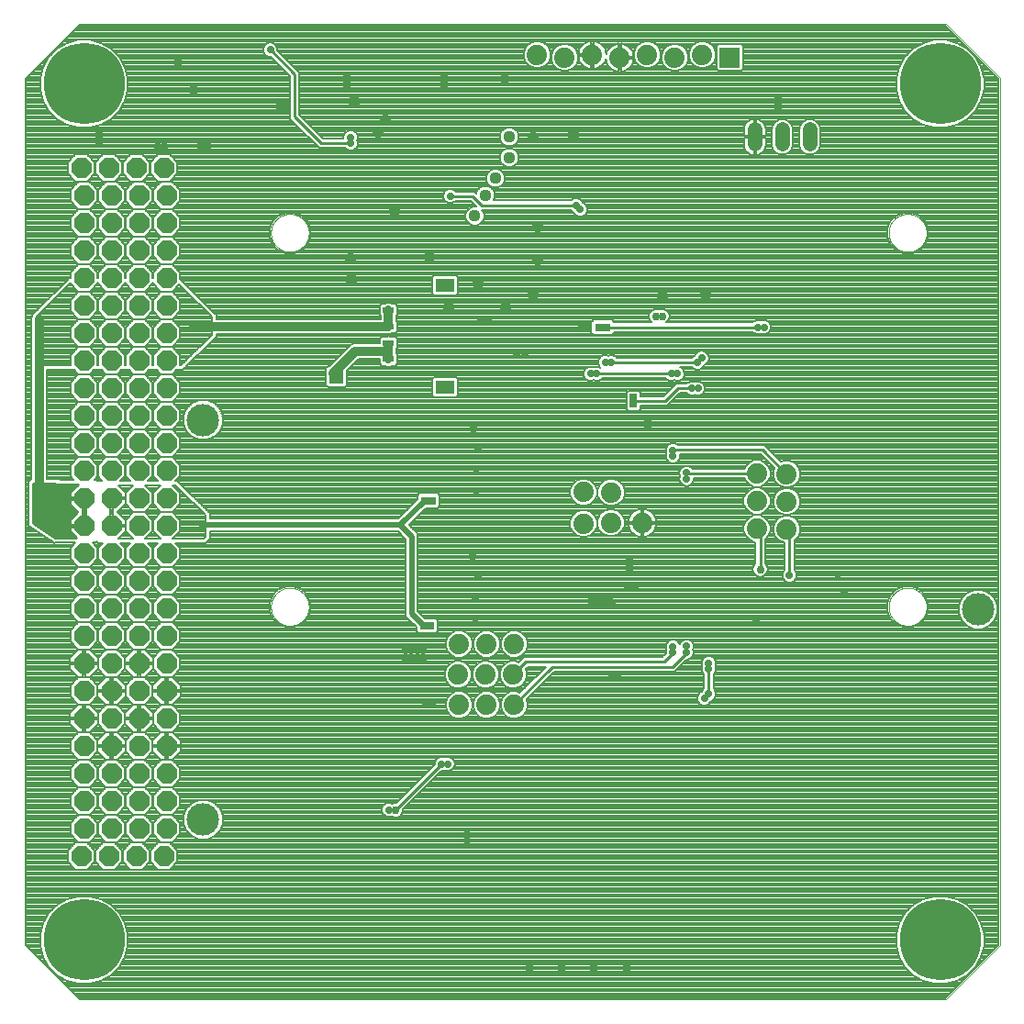
<source format=gbl>
G75*
%MOIN*%
%OFA0B0*%
%FSLAX25Y25*%
%IPPOS*%
%LPD*%
%AMOC8*
5,1,8,0,0,1.08239X$1,22.5*
%
%ADD10C,0.00000*%
%ADD11C,0.29528*%
%ADD12OC8,0.07400*%
%ADD13C,0.07400*%
%ADD14C,0.04400*%
%ADD15R,0.07400X0.07400*%
%ADD16C,0.05200*%
%ADD17R,0.03937X0.02362*%
%ADD18R,0.07087X0.04921*%
%ADD19C,0.02978*%
%ADD20R,0.02978X0.02978*%
%ADD21C,0.00800*%
%ADD22R,0.02781X0.02781*%
%ADD23C,0.02781*%
%ADD24C,0.01000*%
%ADD25C,0.11811*%
%ADD26C,0.01600*%
%ADD27C,0.03200*%
%ADD28C,0.02400*%
%ADD29C,0.02000*%
D10*
X0003172Y0020888D02*
X0003172Y0335849D01*
X0022857Y0355534D01*
X0337817Y0355534D01*
X0357502Y0335849D01*
X0357502Y0020888D01*
X0337817Y0001203D01*
X0022857Y0001203D01*
X0003172Y0020888D01*
X0092738Y0143920D02*
X0092740Y0144089D01*
X0092746Y0144258D01*
X0092757Y0144427D01*
X0092771Y0144595D01*
X0092790Y0144763D01*
X0092813Y0144931D01*
X0092839Y0145098D01*
X0092870Y0145264D01*
X0092905Y0145430D01*
X0092944Y0145594D01*
X0092988Y0145758D01*
X0093035Y0145920D01*
X0093086Y0146081D01*
X0093141Y0146241D01*
X0093200Y0146400D01*
X0093262Y0146557D01*
X0093329Y0146712D01*
X0093400Y0146866D01*
X0093474Y0147018D01*
X0093552Y0147168D01*
X0093633Y0147316D01*
X0093718Y0147462D01*
X0093807Y0147606D01*
X0093899Y0147748D01*
X0093995Y0147887D01*
X0094094Y0148024D01*
X0094196Y0148159D01*
X0094302Y0148291D01*
X0094411Y0148420D01*
X0094523Y0148547D01*
X0094638Y0148671D01*
X0094756Y0148792D01*
X0094877Y0148910D01*
X0095001Y0149025D01*
X0095128Y0149137D01*
X0095257Y0149246D01*
X0095389Y0149352D01*
X0095524Y0149454D01*
X0095661Y0149553D01*
X0095800Y0149649D01*
X0095942Y0149741D01*
X0096086Y0149830D01*
X0096232Y0149915D01*
X0096380Y0149996D01*
X0096530Y0150074D01*
X0096682Y0150148D01*
X0096836Y0150219D01*
X0096991Y0150286D01*
X0097148Y0150348D01*
X0097307Y0150407D01*
X0097467Y0150462D01*
X0097628Y0150513D01*
X0097790Y0150560D01*
X0097954Y0150604D01*
X0098118Y0150643D01*
X0098284Y0150678D01*
X0098450Y0150709D01*
X0098617Y0150735D01*
X0098785Y0150758D01*
X0098953Y0150777D01*
X0099121Y0150791D01*
X0099290Y0150802D01*
X0099459Y0150808D01*
X0099628Y0150810D01*
X0099797Y0150808D01*
X0099966Y0150802D01*
X0100135Y0150791D01*
X0100303Y0150777D01*
X0100471Y0150758D01*
X0100639Y0150735D01*
X0100806Y0150709D01*
X0100972Y0150678D01*
X0101138Y0150643D01*
X0101302Y0150604D01*
X0101466Y0150560D01*
X0101628Y0150513D01*
X0101789Y0150462D01*
X0101949Y0150407D01*
X0102108Y0150348D01*
X0102265Y0150286D01*
X0102420Y0150219D01*
X0102574Y0150148D01*
X0102726Y0150074D01*
X0102876Y0149996D01*
X0103024Y0149915D01*
X0103170Y0149830D01*
X0103314Y0149741D01*
X0103456Y0149649D01*
X0103595Y0149553D01*
X0103732Y0149454D01*
X0103867Y0149352D01*
X0103999Y0149246D01*
X0104128Y0149137D01*
X0104255Y0149025D01*
X0104379Y0148910D01*
X0104500Y0148792D01*
X0104618Y0148671D01*
X0104733Y0148547D01*
X0104845Y0148420D01*
X0104954Y0148291D01*
X0105060Y0148159D01*
X0105162Y0148024D01*
X0105261Y0147887D01*
X0105357Y0147748D01*
X0105449Y0147606D01*
X0105538Y0147462D01*
X0105623Y0147316D01*
X0105704Y0147168D01*
X0105782Y0147018D01*
X0105856Y0146866D01*
X0105927Y0146712D01*
X0105994Y0146557D01*
X0106056Y0146400D01*
X0106115Y0146241D01*
X0106170Y0146081D01*
X0106221Y0145920D01*
X0106268Y0145758D01*
X0106312Y0145594D01*
X0106351Y0145430D01*
X0106386Y0145264D01*
X0106417Y0145098D01*
X0106443Y0144931D01*
X0106466Y0144763D01*
X0106485Y0144595D01*
X0106499Y0144427D01*
X0106510Y0144258D01*
X0106516Y0144089D01*
X0106518Y0143920D01*
X0106516Y0143751D01*
X0106510Y0143582D01*
X0106499Y0143413D01*
X0106485Y0143245D01*
X0106466Y0143077D01*
X0106443Y0142909D01*
X0106417Y0142742D01*
X0106386Y0142576D01*
X0106351Y0142410D01*
X0106312Y0142246D01*
X0106268Y0142082D01*
X0106221Y0141920D01*
X0106170Y0141759D01*
X0106115Y0141599D01*
X0106056Y0141440D01*
X0105994Y0141283D01*
X0105927Y0141128D01*
X0105856Y0140974D01*
X0105782Y0140822D01*
X0105704Y0140672D01*
X0105623Y0140524D01*
X0105538Y0140378D01*
X0105449Y0140234D01*
X0105357Y0140092D01*
X0105261Y0139953D01*
X0105162Y0139816D01*
X0105060Y0139681D01*
X0104954Y0139549D01*
X0104845Y0139420D01*
X0104733Y0139293D01*
X0104618Y0139169D01*
X0104500Y0139048D01*
X0104379Y0138930D01*
X0104255Y0138815D01*
X0104128Y0138703D01*
X0103999Y0138594D01*
X0103867Y0138488D01*
X0103732Y0138386D01*
X0103595Y0138287D01*
X0103456Y0138191D01*
X0103314Y0138099D01*
X0103170Y0138010D01*
X0103024Y0137925D01*
X0102876Y0137844D01*
X0102726Y0137766D01*
X0102574Y0137692D01*
X0102420Y0137621D01*
X0102265Y0137554D01*
X0102108Y0137492D01*
X0101949Y0137433D01*
X0101789Y0137378D01*
X0101628Y0137327D01*
X0101466Y0137280D01*
X0101302Y0137236D01*
X0101138Y0137197D01*
X0100972Y0137162D01*
X0100806Y0137131D01*
X0100639Y0137105D01*
X0100471Y0137082D01*
X0100303Y0137063D01*
X0100135Y0137049D01*
X0099966Y0137038D01*
X0099797Y0137032D01*
X0099628Y0137030D01*
X0099459Y0137032D01*
X0099290Y0137038D01*
X0099121Y0137049D01*
X0098953Y0137063D01*
X0098785Y0137082D01*
X0098617Y0137105D01*
X0098450Y0137131D01*
X0098284Y0137162D01*
X0098118Y0137197D01*
X0097954Y0137236D01*
X0097790Y0137280D01*
X0097628Y0137327D01*
X0097467Y0137378D01*
X0097307Y0137433D01*
X0097148Y0137492D01*
X0096991Y0137554D01*
X0096836Y0137621D01*
X0096682Y0137692D01*
X0096530Y0137766D01*
X0096380Y0137844D01*
X0096232Y0137925D01*
X0096086Y0138010D01*
X0095942Y0138099D01*
X0095800Y0138191D01*
X0095661Y0138287D01*
X0095524Y0138386D01*
X0095389Y0138488D01*
X0095257Y0138594D01*
X0095128Y0138703D01*
X0095001Y0138815D01*
X0094877Y0138930D01*
X0094756Y0139048D01*
X0094638Y0139169D01*
X0094523Y0139293D01*
X0094411Y0139420D01*
X0094302Y0139549D01*
X0094196Y0139681D01*
X0094094Y0139816D01*
X0093995Y0139953D01*
X0093899Y0140092D01*
X0093807Y0140234D01*
X0093718Y0140378D01*
X0093633Y0140524D01*
X0093552Y0140672D01*
X0093474Y0140822D01*
X0093400Y0140974D01*
X0093329Y0141128D01*
X0093262Y0141283D01*
X0093200Y0141440D01*
X0093141Y0141599D01*
X0093086Y0141759D01*
X0093035Y0141920D01*
X0092988Y0142082D01*
X0092944Y0142246D01*
X0092905Y0142410D01*
X0092870Y0142576D01*
X0092839Y0142742D01*
X0092813Y0142909D01*
X0092790Y0143077D01*
X0092771Y0143245D01*
X0092757Y0143413D01*
X0092746Y0143582D01*
X0092740Y0143751D01*
X0092738Y0143920D01*
X0092738Y0279746D02*
X0092740Y0279915D01*
X0092746Y0280084D01*
X0092757Y0280253D01*
X0092771Y0280421D01*
X0092790Y0280589D01*
X0092813Y0280757D01*
X0092839Y0280924D01*
X0092870Y0281090D01*
X0092905Y0281256D01*
X0092944Y0281420D01*
X0092988Y0281584D01*
X0093035Y0281746D01*
X0093086Y0281907D01*
X0093141Y0282067D01*
X0093200Y0282226D01*
X0093262Y0282383D01*
X0093329Y0282538D01*
X0093400Y0282692D01*
X0093474Y0282844D01*
X0093552Y0282994D01*
X0093633Y0283142D01*
X0093718Y0283288D01*
X0093807Y0283432D01*
X0093899Y0283574D01*
X0093995Y0283713D01*
X0094094Y0283850D01*
X0094196Y0283985D01*
X0094302Y0284117D01*
X0094411Y0284246D01*
X0094523Y0284373D01*
X0094638Y0284497D01*
X0094756Y0284618D01*
X0094877Y0284736D01*
X0095001Y0284851D01*
X0095128Y0284963D01*
X0095257Y0285072D01*
X0095389Y0285178D01*
X0095524Y0285280D01*
X0095661Y0285379D01*
X0095800Y0285475D01*
X0095942Y0285567D01*
X0096086Y0285656D01*
X0096232Y0285741D01*
X0096380Y0285822D01*
X0096530Y0285900D01*
X0096682Y0285974D01*
X0096836Y0286045D01*
X0096991Y0286112D01*
X0097148Y0286174D01*
X0097307Y0286233D01*
X0097467Y0286288D01*
X0097628Y0286339D01*
X0097790Y0286386D01*
X0097954Y0286430D01*
X0098118Y0286469D01*
X0098284Y0286504D01*
X0098450Y0286535D01*
X0098617Y0286561D01*
X0098785Y0286584D01*
X0098953Y0286603D01*
X0099121Y0286617D01*
X0099290Y0286628D01*
X0099459Y0286634D01*
X0099628Y0286636D01*
X0099797Y0286634D01*
X0099966Y0286628D01*
X0100135Y0286617D01*
X0100303Y0286603D01*
X0100471Y0286584D01*
X0100639Y0286561D01*
X0100806Y0286535D01*
X0100972Y0286504D01*
X0101138Y0286469D01*
X0101302Y0286430D01*
X0101466Y0286386D01*
X0101628Y0286339D01*
X0101789Y0286288D01*
X0101949Y0286233D01*
X0102108Y0286174D01*
X0102265Y0286112D01*
X0102420Y0286045D01*
X0102574Y0285974D01*
X0102726Y0285900D01*
X0102876Y0285822D01*
X0103024Y0285741D01*
X0103170Y0285656D01*
X0103314Y0285567D01*
X0103456Y0285475D01*
X0103595Y0285379D01*
X0103732Y0285280D01*
X0103867Y0285178D01*
X0103999Y0285072D01*
X0104128Y0284963D01*
X0104255Y0284851D01*
X0104379Y0284736D01*
X0104500Y0284618D01*
X0104618Y0284497D01*
X0104733Y0284373D01*
X0104845Y0284246D01*
X0104954Y0284117D01*
X0105060Y0283985D01*
X0105162Y0283850D01*
X0105261Y0283713D01*
X0105357Y0283574D01*
X0105449Y0283432D01*
X0105538Y0283288D01*
X0105623Y0283142D01*
X0105704Y0282994D01*
X0105782Y0282844D01*
X0105856Y0282692D01*
X0105927Y0282538D01*
X0105994Y0282383D01*
X0106056Y0282226D01*
X0106115Y0282067D01*
X0106170Y0281907D01*
X0106221Y0281746D01*
X0106268Y0281584D01*
X0106312Y0281420D01*
X0106351Y0281256D01*
X0106386Y0281090D01*
X0106417Y0280924D01*
X0106443Y0280757D01*
X0106466Y0280589D01*
X0106485Y0280421D01*
X0106499Y0280253D01*
X0106510Y0280084D01*
X0106516Y0279915D01*
X0106518Y0279746D01*
X0106516Y0279577D01*
X0106510Y0279408D01*
X0106499Y0279239D01*
X0106485Y0279071D01*
X0106466Y0278903D01*
X0106443Y0278735D01*
X0106417Y0278568D01*
X0106386Y0278402D01*
X0106351Y0278236D01*
X0106312Y0278072D01*
X0106268Y0277908D01*
X0106221Y0277746D01*
X0106170Y0277585D01*
X0106115Y0277425D01*
X0106056Y0277266D01*
X0105994Y0277109D01*
X0105927Y0276954D01*
X0105856Y0276800D01*
X0105782Y0276648D01*
X0105704Y0276498D01*
X0105623Y0276350D01*
X0105538Y0276204D01*
X0105449Y0276060D01*
X0105357Y0275918D01*
X0105261Y0275779D01*
X0105162Y0275642D01*
X0105060Y0275507D01*
X0104954Y0275375D01*
X0104845Y0275246D01*
X0104733Y0275119D01*
X0104618Y0274995D01*
X0104500Y0274874D01*
X0104379Y0274756D01*
X0104255Y0274641D01*
X0104128Y0274529D01*
X0103999Y0274420D01*
X0103867Y0274314D01*
X0103732Y0274212D01*
X0103595Y0274113D01*
X0103456Y0274017D01*
X0103314Y0273925D01*
X0103170Y0273836D01*
X0103024Y0273751D01*
X0102876Y0273670D01*
X0102726Y0273592D01*
X0102574Y0273518D01*
X0102420Y0273447D01*
X0102265Y0273380D01*
X0102108Y0273318D01*
X0101949Y0273259D01*
X0101789Y0273204D01*
X0101628Y0273153D01*
X0101466Y0273106D01*
X0101302Y0273062D01*
X0101138Y0273023D01*
X0100972Y0272988D01*
X0100806Y0272957D01*
X0100639Y0272931D01*
X0100471Y0272908D01*
X0100303Y0272889D01*
X0100135Y0272875D01*
X0099966Y0272864D01*
X0099797Y0272858D01*
X0099628Y0272856D01*
X0099459Y0272858D01*
X0099290Y0272864D01*
X0099121Y0272875D01*
X0098953Y0272889D01*
X0098785Y0272908D01*
X0098617Y0272931D01*
X0098450Y0272957D01*
X0098284Y0272988D01*
X0098118Y0273023D01*
X0097954Y0273062D01*
X0097790Y0273106D01*
X0097628Y0273153D01*
X0097467Y0273204D01*
X0097307Y0273259D01*
X0097148Y0273318D01*
X0096991Y0273380D01*
X0096836Y0273447D01*
X0096682Y0273518D01*
X0096530Y0273592D01*
X0096380Y0273670D01*
X0096232Y0273751D01*
X0096086Y0273836D01*
X0095942Y0273925D01*
X0095800Y0274017D01*
X0095661Y0274113D01*
X0095524Y0274212D01*
X0095389Y0274314D01*
X0095257Y0274420D01*
X0095128Y0274529D01*
X0095001Y0274641D01*
X0094877Y0274756D01*
X0094756Y0274874D01*
X0094638Y0274995D01*
X0094523Y0275119D01*
X0094411Y0275246D01*
X0094302Y0275375D01*
X0094196Y0275507D01*
X0094094Y0275642D01*
X0093995Y0275779D01*
X0093899Y0275918D01*
X0093807Y0276060D01*
X0093718Y0276204D01*
X0093633Y0276350D01*
X0093552Y0276498D01*
X0093474Y0276648D01*
X0093400Y0276800D01*
X0093329Y0276954D01*
X0093262Y0277109D01*
X0093200Y0277266D01*
X0093141Y0277425D01*
X0093086Y0277585D01*
X0093035Y0277746D01*
X0092988Y0277908D01*
X0092944Y0278072D01*
X0092905Y0278236D01*
X0092870Y0278402D01*
X0092839Y0278568D01*
X0092813Y0278735D01*
X0092790Y0278903D01*
X0092771Y0279071D01*
X0092757Y0279239D01*
X0092746Y0279408D01*
X0092740Y0279577D01*
X0092738Y0279746D01*
X0317148Y0279746D02*
X0317150Y0279915D01*
X0317156Y0280084D01*
X0317167Y0280253D01*
X0317181Y0280421D01*
X0317200Y0280589D01*
X0317223Y0280757D01*
X0317249Y0280924D01*
X0317280Y0281090D01*
X0317315Y0281256D01*
X0317354Y0281420D01*
X0317398Y0281584D01*
X0317445Y0281746D01*
X0317496Y0281907D01*
X0317551Y0282067D01*
X0317610Y0282226D01*
X0317672Y0282383D01*
X0317739Y0282538D01*
X0317810Y0282692D01*
X0317884Y0282844D01*
X0317962Y0282994D01*
X0318043Y0283142D01*
X0318128Y0283288D01*
X0318217Y0283432D01*
X0318309Y0283574D01*
X0318405Y0283713D01*
X0318504Y0283850D01*
X0318606Y0283985D01*
X0318712Y0284117D01*
X0318821Y0284246D01*
X0318933Y0284373D01*
X0319048Y0284497D01*
X0319166Y0284618D01*
X0319287Y0284736D01*
X0319411Y0284851D01*
X0319538Y0284963D01*
X0319667Y0285072D01*
X0319799Y0285178D01*
X0319934Y0285280D01*
X0320071Y0285379D01*
X0320210Y0285475D01*
X0320352Y0285567D01*
X0320496Y0285656D01*
X0320642Y0285741D01*
X0320790Y0285822D01*
X0320940Y0285900D01*
X0321092Y0285974D01*
X0321246Y0286045D01*
X0321401Y0286112D01*
X0321558Y0286174D01*
X0321717Y0286233D01*
X0321877Y0286288D01*
X0322038Y0286339D01*
X0322200Y0286386D01*
X0322364Y0286430D01*
X0322528Y0286469D01*
X0322694Y0286504D01*
X0322860Y0286535D01*
X0323027Y0286561D01*
X0323195Y0286584D01*
X0323363Y0286603D01*
X0323531Y0286617D01*
X0323700Y0286628D01*
X0323869Y0286634D01*
X0324038Y0286636D01*
X0324207Y0286634D01*
X0324376Y0286628D01*
X0324545Y0286617D01*
X0324713Y0286603D01*
X0324881Y0286584D01*
X0325049Y0286561D01*
X0325216Y0286535D01*
X0325382Y0286504D01*
X0325548Y0286469D01*
X0325712Y0286430D01*
X0325876Y0286386D01*
X0326038Y0286339D01*
X0326199Y0286288D01*
X0326359Y0286233D01*
X0326518Y0286174D01*
X0326675Y0286112D01*
X0326830Y0286045D01*
X0326984Y0285974D01*
X0327136Y0285900D01*
X0327286Y0285822D01*
X0327434Y0285741D01*
X0327580Y0285656D01*
X0327724Y0285567D01*
X0327866Y0285475D01*
X0328005Y0285379D01*
X0328142Y0285280D01*
X0328277Y0285178D01*
X0328409Y0285072D01*
X0328538Y0284963D01*
X0328665Y0284851D01*
X0328789Y0284736D01*
X0328910Y0284618D01*
X0329028Y0284497D01*
X0329143Y0284373D01*
X0329255Y0284246D01*
X0329364Y0284117D01*
X0329470Y0283985D01*
X0329572Y0283850D01*
X0329671Y0283713D01*
X0329767Y0283574D01*
X0329859Y0283432D01*
X0329948Y0283288D01*
X0330033Y0283142D01*
X0330114Y0282994D01*
X0330192Y0282844D01*
X0330266Y0282692D01*
X0330337Y0282538D01*
X0330404Y0282383D01*
X0330466Y0282226D01*
X0330525Y0282067D01*
X0330580Y0281907D01*
X0330631Y0281746D01*
X0330678Y0281584D01*
X0330722Y0281420D01*
X0330761Y0281256D01*
X0330796Y0281090D01*
X0330827Y0280924D01*
X0330853Y0280757D01*
X0330876Y0280589D01*
X0330895Y0280421D01*
X0330909Y0280253D01*
X0330920Y0280084D01*
X0330926Y0279915D01*
X0330928Y0279746D01*
X0330926Y0279577D01*
X0330920Y0279408D01*
X0330909Y0279239D01*
X0330895Y0279071D01*
X0330876Y0278903D01*
X0330853Y0278735D01*
X0330827Y0278568D01*
X0330796Y0278402D01*
X0330761Y0278236D01*
X0330722Y0278072D01*
X0330678Y0277908D01*
X0330631Y0277746D01*
X0330580Y0277585D01*
X0330525Y0277425D01*
X0330466Y0277266D01*
X0330404Y0277109D01*
X0330337Y0276954D01*
X0330266Y0276800D01*
X0330192Y0276648D01*
X0330114Y0276498D01*
X0330033Y0276350D01*
X0329948Y0276204D01*
X0329859Y0276060D01*
X0329767Y0275918D01*
X0329671Y0275779D01*
X0329572Y0275642D01*
X0329470Y0275507D01*
X0329364Y0275375D01*
X0329255Y0275246D01*
X0329143Y0275119D01*
X0329028Y0274995D01*
X0328910Y0274874D01*
X0328789Y0274756D01*
X0328665Y0274641D01*
X0328538Y0274529D01*
X0328409Y0274420D01*
X0328277Y0274314D01*
X0328142Y0274212D01*
X0328005Y0274113D01*
X0327866Y0274017D01*
X0327724Y0273925D01*
X0327580Y0273836D01*
X0327434Y0273751D01*
X0327286Y0273670D01*
X0327136Y0273592D01*
X0326984Y0273518D01*
X0326830Y0273447D01*
X0326675Y0273380D01*
X0326518Y0273318D01*
X0326359Y0273259D01*
X0326199Y0273204D01*
X0326038Y0273153D01*
X0325876Y0273106D01*
X0325712Y0273062D01*
X0325548Y0273023D01*
X0325382Y0272988D01*
X0325216Y0272957D01*
X0325049Y0272931D01*
X0324881Y0272908D01*
X0324713Y0272889D01*
X0324545Y0272875D01*
X0324376Y0272864D01*
X0324207Y0272858D01*
X0324038Y0272856D01*
X0323869Y0272858D01*
X0323700Y0272864D01*
X0323531Y0272875D01*
X0323363Y0272889D01*
X0323195Y0272908D01*
X0323027Y0272931D01*
X0322860Y0272957D01*
X0322694Y0272988D01*
X0322528Y0273023D01*
X0322364Y0273062D01*
X0322200Y0273106D01*
X0322038Y0273153D01*
X0321877Y0273204D01*
X0321717Y0273259D01*
X0321558Y0273318D01*
X0321401Y0273380D01*
X0321246Y0273447D01*
X0321092Y0273518D01*
X0320940Y0273592D01*
X0320790Y0273670D01*
X0320642Y0273751D01*
X0320496Y0273836D01*
X0320352Y0273925D01*
X0320210Y0274017D01*
X0320071Y0274113D01*
X0319934Y0274212D01*
X0319799Y0274314D01*
X0319667Y0274420D01*
X0319538Y0274529D01*
X0319411Y0274641D01*
X0319287Y0274756D01*
X0319166Y0274874D01*
X0319048Y0274995D01*
X0318933Y0275119D01*
X0318821Y0275246D01*
X0318712Y0275375D01*
X0318606Y0275507D01*
X0318504Y0275642D01*
X0318405Y0275779D01*
X0318309Y0275918D01*
X0318217Y0276060D01*
X0318128Y0276204D01*
X0318043Y0276350D01*
X0317962Y0276498D01*
X0317884Y0276648D01*
X0317810Y0276800D01*
X0317739Y0276954D01*
X0317672Y0277109D01*
X0317610Y0277266D01*
X0317551Y0277425D01*
X0317496Y0277585D01*
X0317445Y0277746D01*
X0317398Y0277908D01*
X0317354Y0278072D01*
X0317315Y0278236D01*
X0317280Y0278402D01*
X0317249Y0278568D01*
X0317223Y0278735D01*
X0317200Y0278903D01*
X0317181Y0279071D01*
X0317167Y0279239D01*
X0317156Y0279408D01*
X0317150Y0279577D01*
X0317148Y0279746D01*
X0317148Y0143920D02*
X0317150Y0144089D01*
X0317156Y0144258D01*
X0317167Y0144427D01*
X0317181Y0144595D01*
X0317200Y0144763D01*
X0317223Y0144931D01*
X0317249Y0145098D01*
X0317280Y0145264D01*
X0317315Y0145430D01*
X0317354Y0145594D01*
X0317398Y0145758D01*
X0317445Y0145920D01*
X0317496Y0146081D01*
X0317551Y0146241D01*
X0317610Y0146400D01*
X0317672Y0146557D01*
X0317739Y0146712D01*
X0317810Y0146866D01*
X0317884Y0147018D01*
X0317962Y0147168D01*
X0318043Y0147316D01*
X0318128Y0147462D01*
X0318217Y0147606D01*
X0318309Y0147748D01*
X0318405Y0147887D01*
X0318504Y0148024D01*
X0318606Y0148159D01*
X0318712Y0148291D01*
X0318821Y0148420D01*
X0318933Y0148547D01*
X0319048Y0148671D01*
X0319166Y0148792D01*
X0319287Y0148910D01*
X0319411Y0149025D01*
X0319538Y0149137D01*
X0319667Y0149246D01*
X0319799Y0149352D01*
X0319934Y0149454D01*
X0320071Y0149553D01*
X0320210Y0149649D01*
X0320352Y0149741D01*
X0320496Y0149830D01*
X0320642Y0149915D01*
X0320790Y0149996D01*
X0320940Y0150074D01*
X0321092Y0150148D01*
X0321246Y0150219D01*
X0321401Y0150286D01*
X0321558Y0150348D01*
X0321717Y0150407D01*
X0321877Y0150462D01*
X0322038Y0150513D01*
X0322200Y0150560D01*
X0322364Y0150604D01*
X0322528Y0150643D01*
X0322694Y0150678D01*
X0322860Y0150709D01*
X0323027Y0150735D01*
X0323195Y0150758D01*
X0323363Y0150777D01*
X0323531Y0150791D01*
X0323700Y0150802D01*
X0323869Y0150808D01*
X0324038Y0150810D01*
X0324207Y0150808D01*
X0324376Y0150802D01*
X0324545Y0150791D01*
X0324713Y0150777D01*
X0324881Y0150758D01*
X0325049Y0150735D01*
X0325216Y0150709D01*
X0325382Y0150678D01*
X0325548Y0150643D01*
X0325712Y0150604D01*
X0325876Y0150560D01*
X0326038Y0150513D01*
X0326199Y0150462D01*
X0326359Y0150407D01*
X0326518Y0150348D01*
X0326675Y0150286D01*
X0326830Y0150219D01*
X0326984Y0150148D01*
X0327136Y0150074D01*
X0327286Y0149996D01*
X0327434Y0149915D01*
X0327580Y0149830D01*
X0327724Y0149741D01*
X0327866Y0149649D01*
X0328005Y0149553D01*
X0328142Y0149454D01*
X0328277Y0149352D01*
X0328409Y0149246D01*
X0328538Y0149137D01*
X0328665Y0149025D01*
X0328789Y0148910D01*
X0328910Y0148792D01*
X0329028Y0148671D01*
X0329143Y0148547D01*
X0329255Y0148420D01*
X0329364Y0148291D01*
X0329470Y0148159D01*
X0329572Y0148024D01*
X0329671Y0147887D01*
X0329767Y0147748D01*
X0329859Y0147606D01*
X0329948Y0147462D01*
X0330033Y0147316D01*
X0330114Y0147168D01*
X0330192Y0147018D01*
X0330266Y0146866D01*
X0330337Y0146712D01*
X0330404Y0146557D01*
X0330466Y0146400D01*
X0330525Y0146241D01*
X0330580Y0146081D01*
X0330631Y0145920D01*
X0330678Y0145758D01*
X0330722Y0145594D01*
X0330761Y0145430D01*
X0330796Y0145264D01*
X0330827Y0145098D01*
X0330853Y0144931D01*
X0330876Y0144763D01*
X0330895Y0144595D01*
X0330909Y0144427D01*
X0330920Y0144258D01*
X0330926Y0144089D01*
X0330928Y0143920D01*
X0330926Y0143751D01*
X0330920Y0143582D01*
X0330909Y0143413D01*
X0330895Y0143245D01*
X0330876Y0143077D01*
X0330853Y0142909D01*
X0330827Y0142742D01*
X0330796Y0142576D01*
X0330761Y0142410D01*
X0330722Y0142246D01*
X0330678Y0142082D01*
X0330631Y0141920D01*
X0330580Y0141759D01*
X0330525Y0141599D01*
X0330466Y0141440D01*
X0330404Y0141283D01*
X0330337Y0141128D01*
X0330266Y0140974D01*
X0330192Y0140822D01*
X0330114Y0140672D01*
X0330033Y0140524D01*
X0329948Y0140378D01*
X0329859Y0140234D01*
X0329767Y0140092D01*
X0329671Y0139953D01*
X0329572Y0139816D01*
X0329470Y0139681D01*
X0329364Y0139549D01*
X0329255Y0139420D01*
X0329143Y0139293D01*
X0329028Y0139169D01*
X0328910Y0139048D01*
X0328789Y0138930D01*
X0328665Y0138815D01*
X0328538Y0138703D01*
X0328409Y0138594D01*
X0328277Y0138488D01*
X0328142Y0138386D01*
X0328005Y0138287D01*
X0327866Y0138191D01*
X0327724Y0138099D01*
X0327580Y0138010D01*
X0327434Y0137925D01*
X0327286Y0137844D01*
X0327136Y0137766D01*
X0326984Y0137692D01*
X0326830Y0137621D01*
X0326675Y0137554D01*
X0326518Y0137492D01*
X0326359Y0137433D01*
X0326199Y0137378D01*
X0326038Y0137327D01*
X0325876Y0137280D01*
X0325712Y0137236D01*
X0325548Y0137197D01*
X0325382Y0137162D01*
X0325216Y0137131D01*
X0325049Y0137105D01*
X0324881Y0137082D01*
X0324713Y0137063D01*
X0324545Y0137049D01*
X0324376Y0137038D01*
X0324207Y0137032D01*
X0324038Y0137030D01*
X0323869Y0137032D01*
X0323700Y0137038D01*
X0323531Y0137049D01*
X0323363Y0137063D01*
X0323195Y0137082D01*
X0323027Y0137105D01*
X0322860Y0137131D01*
X0322694Y0137162D01*
X0322528Y0137197D01*
X0322364Y0137236D01*
X0322200Y0137280D01*
X0322038Y0137327D01*
X0321877Y0137378D01*
X0321717Y0137433D01*
X0321558Y0137492D01*
X0321401Y0137554D01*
X0321246Y0137621D01*
X0321092Y0137692D01*
X0320940Y0137766D01*
X0320790Y0137844D01*
X0320642Y0137925D01*
X0320496Y0138010D01*
X0320352Y0138099D01*
X0320210Y0138191D01*
X0320071Y0138287D01*
X0319934Y0138386D01*
X0319799Y0138488D01*
X0319667Y0138594D01*
X0319538Y0138703D01*
X0319411Y0138815D01*
X0319287Y0138930D01*
X0319166Y0139048D01*
X0319048Y0139169D01*
X0318933Y0139293D01*
X0318821Y0139420D01*
X0318712Y0139549D01*
X0318606Y0139681D01*
X0318504Y0139816D01*
X0318405Y0139953D01*
X0318309Y0140092D01*
X0318217Y0140234D01*
X0318128Y0140378D01*
X0318043Y0140524D01*
X0317962Y0140672D01*
X0317884Y0140822D01*
X0317810Y0140974D01*
X0317739Y0141128D01*
X0317672Y0141283D01*
X0317610Y0141440D01*
X0317551Y0141599D01*
X0317496Y0141759D01*
X0317445Y0141920D01*
X0317398Y0142082D01*
X0317354Y0142246D01*
X0317315Y0142410D01*
X0317280Y0142576D01*
X0317249Y0142742D01*
X0317223Y0142909D01*
X0317200Y0143077D01*
X0317181Y0143245D01*
X0317167Y0143413D01*
X0317156Y0143582D01*
X0317150Y0143751D01*
X0317148Y0143920D01*
D11*
X0335849Y0022857D03*
X0335849Y0333880D03*
X0024825Y0333880D03*
X0024825Y0022857D03*
D12*
X0023825Y0053369D03*
X0033825Y0053369D03*
X0043825Y0053369D03*
X0053825Y0053369D03*
X0054825Y0063369D03*
X0054825Y0073369D03*
X0054825Y0083369D03*
X0054825Y0093369D03*
X0054825Y0103369D03*
X0054825Y0113369D03*
X0054825Y0123369D03*
X0054825Y0133369D03*
X0054825Y0143369D03*
X0054825Y0153369D03*
X0054825Y0163369D03*
X0054825Y0173369D03*
X0054825Y0183369D03*
X0054825Y0193369D03*
X0054825Y0203369D03*
X0054825Y0213369D03*
X0054825Y0223369D03*
X0054825Y0233369D03*
X0054825Y0243369D03*
X0054825Y0253369D03*
X0054825Y0263369D03*
X0054825Y0273369D03*
X0054825Y0283369D03*
X0054825Y0293369D03*
X0053825Y0303369D03*
X0043825Y0303369D03*
X0044825Y0293369D03*
X0034825Y0293369D03*
X0033825Y0303369D03*
X0023825Y0303369D03*
X0024825Y0293369D03*
X0024825Y0283369D03*
X0034825Y0283369D03*
X0044825Y0283369D03*
X0044825Y0273369D03*
X0034825Y0273369D03*
X0024825Y0273369D03*
X0024825Y0263369D03*
X0034825Y0263369D03*
X0044825Y0263369D03*
X0044825Y0253369D03*
X0044825Y0243369D03*
X0034825Y0243369D03*
X0034825Y0253369D03*
X0024825Y0253369D03*
X0024825Y0243369D03*
X0024825Y0233369D03*
X0034825Y0233369D03*
X0044825Y0233369D03*
X0044825Y0223369D03*
X0034825Y0223369D03*
X0024825Y0223369D03*
X0024825Y0213369D03*
X0024825Y0203369D03*
X0034825Y0203369D03*
X0034825Y0213369D03*
X0044825Y0213369D03*
X0044825Y0203369D03*
X0044825Y0193369D03*
X0034825Y0193369D03*
X0024825Y0193369D03*
X0024825Y0183369D03*
X0034825Y0183369D03*
X0044825Y0183369D03*
X0044825Y0173369D03*
X0044825Y0163369D03*
X0034825Y0163369D03*
X0034825Y0173369D03*
X0024825Y0173369D03*
X0024825Y0163369D03*
X0024825Y0153369D03*
X0034825Y0153369D03*
X0044825Y0153369D03*
X0044825Y0143369D03*
X0034825Y0143369D03*
X0024825Y0143369D03*
X0024825Y0133369D03*
X0024825Y0123369D03*
X0034825Y0123369D03*
X0034825Y0133369D03*
X0044825Y0133369D03*
X0044825Y0123369D03*
X0044825Y0113369D03*
X0034825Y0113369D03*
X0024825Y0113369D03*
X0024825Y0103369D03*
X0034825Y0103369D03*
X0044825Y0103369D03*
X0044825Y0093369D03*
X0044825Y0083369D03*
X0034825Y0083369D03*
X0034825Y0093369D03*
X0024825Y0093369D03*
X0024825Y0083369D03*
X0024825Y0073369D03*
X0034825Y0073369D03*
X0044825Y0073369D03*
X0044825Y0063369D03*
X0034825Y0063369D03*
X0024825Y0063369D03*
D13*
X0161046Y0108290D03*
X0171046Y0108290D03*
X0181046Y0108290D03*
X0180731Y0119313D03*
X0170731Y0119313D03*
X0160731Y0119313D03*
X0161046Y0130337D03*
X0171046Y0130337D03*
X0181046Y0130337D03*
X0206321Y0174125D03*
X0216251Y0174431D03*
X0216361Y0185455D03*
X0206321Y0185525D03*
X0227651Y0174431D03*
X0269313Y0172345D03*
X0269313Y0182345D03*
X0269313Y0192345D03*
X0280140Y0192148D03*
X0280140Y0182148D03*
X0280140Y0172148D03*
X0239471Y0343420D03*
X0249471Y0344420D03*
X0229471Y0344420D03*
X0219471Y0343420D03*
X0209471Y0344420D03*
X0199471Y0343420D03*
X0189471Y0344420D03*
D14*
X0202581Y0315376D03*
X0187817Y0314392D03*
X0179313Y0314599D03*
X0179313Y0307099D03*
X0174298Y0299578D03*
X0170677Y0293331D03*
X0166764Y0285849D03*
X0150416Y0271085D03*
X0157306Y0252384D03*
X0168132Y0261243D03*
X0177975Y0252384D03*
X0187817Y0257306D03*
X0189786Y0270101D03*
X0189786Y0281912D03*
X0235061Y0256321D03*
X0250809Y0257306D03*
X0137620Y0287817D03*
X0121774Y0270199D03*
X0121872Y0262719D03*
X0131715Y0316361D03*
X0134176Y0320790D03*
X0122857Y0327187D03*
D15*
X0259471Y0343420D03*
D16*
X0268565Y0317189D02*
X0268565Y0311989D01*
X0278565Y0311989D02*
X0278565Y0317189D01*
X0288565Y0317189D02*
X0288565Y0311989D01*
D17*
X0135455Y0251597D03*
X0135455Y0245691D03*
X0135455Y0239786D03*
X0135455Y0233880D03*
D18*
X0155928Y0223624D03*
X0155928Y0260672D03*
D19*
X0166164Y0208683D03*
X0168132Y0201794D03*
X0167148Y0193920D03*
X0167148Y0186046D03*
X0165967Y0162227D03*
X0167935Y0155337D03*
X0166951Y0147463D03*
X0166951Y0139589D03*
X0138014Y0070101D03*
X0164105Y0061483D03*
X0164105Y0058983D03*
X0268955Y0139195D03*
X0270494Y0157502D03*
X0298755Y0155595D03*
X0300955Y0149195D03*
X0234865Y0249431D03*
X0232699Y0249431D03*
X0064806Y0330386D03*
X0064806Y0332886D03*
X0054087Y0310869D03*
X0051587Y0310869D03*
D20*
X0067197Y0311530D03*
X0069697Y0311530D03*
X0095947Y0325280D03*
X0098447Y0325280D03*
X0120298Y0333683D03*
X0120298Y0336439D03*
X0155731Y0336833D03*
X0155731Y0334077D03*
X0177581Y0334274D03*
X0177581Y0336636D03*
X0211833Y0245494D03*
X0214589Y0245494D03*
X0229550Y0211439D03*
X0229550Y0209077D03*
X0223054Y0160258D03*
X0223054Y0157699D03*
X0222463Y0150613D03*
X0225022Y0150613D03*
X0215770Y0146479D03*
X0216557Y0144510D03*
X0214392Y0144510D03*
X0213605Y0146479D03*
X0211636Y0146479D03*
X0212227Y0144510D03*
X0210061Y0144510D03*
X0209471Y0146479D03*
X0216557Y0119117D03*
X0218723Y0119117D03*
X0151203Y0109274D03*
X0148841Y0109274D03*
X0148250Y0137030D03*
X0150613Y0137030D03*
X0151203Y0182502D03*
X0148644Y0182502D03*
X0030231Y0313477D03*
X0030231Y0315977D03*
X0058981Y0340977D03*
X0058981Y0343477D03*
X0276991Y0327778D03*
X0276991Y0325219D03*
X0222069Y0013802D03*
X0222069Y0011439D03*
X0210061Y0011439D03*
X0210061Y0013802D03*
X0198447Y0013802D03*
X0198447Y0011439D03*
X0186636Y0011439D03*
X0186636Y0013802D03*
D21*
X0012828Y0012278D02*
X0012489Y0012278D01*
X0012051Y0013055D02*
X0015023Y0010082D01*
X0018663Y0007981D01*
X0022724Y0006893D01*
X0026927Y0006893D01*
X0030987Y0007981D01*
X0034627Y0010082D01*
X0037599Y0013055D01*
X0039701Y0016695D01*
X0040789Y0020755D01*
X0040789Y0024958D01*
X0039701Y0029018D01*
X0037599Y0032659D01*
X0034627Y0035631D01*
X0030987Y0037733D01*
X0026927Y0038820D01*
X0022724Y0038820D01*
X0018663Y0037733D01*
X0015023Y0035631D01*
X0012051Y0032659D01*
X0009949Y0029018D01*
X0008861Y0024958D01*
X0008861Y0020755D01*
X0009949Y0016695D01*
X0012051Y0013055D01*
X0012038Y0013077D02*
X0011690Y0013077D01*
X0011577Y0013875D02*
X0010892Y0013875D01*
X0011116Y0014674D02*
X0010093Y0014674D01*
X0010655Y0015472D02*
X0009295Y0015472D01*
X0008496Y0016271D02*
X0010194Y0016271D01*
X0009849Y0017069D02*
X0007698Y0017069D01*
X0006899Y0017868D02*
X0009635Y0017868D01*
X0009421Y0018666D02*
X0006101Y0018666D01*
X0005302Y0019465D02*
X0009207Y0019465D01*
X0008993Y0020263D02*
X0004504Y0020263D01*
X0003705Y0021062D02*
X0008861Y0021062D01*
X0008861Y0021860D02*
X0003672Y0021860D01*
X0003672Y0021095D02*
X0003672Y0335642D01*
X0023064Y0355034D01*
X0337610Y0355034D01*
X0357002Y0335642D01*
X0357002Y0021095D01*
X0337610Y0001703D01*
X0023064Y0001703D01*
X0003672Y0021095D01*
X0003672Y0022659D02*
X0008861Y0022659D01*
X0008861Y0023457D02*
X0003672Y0023457D01*
X0003672Y0024256D02*
X0008861Y0024256D01*
X0008887Y0025054D02*
X0003672Y0025054D01*
X0003672Y0025853D02*
X0009101Y0025853D01*
X0009315Y0026651D02*
X0003672Y0026651D01*
X0003672Y0027450D02*
X0009529Y0027450D01*
X0009743Y0028248D02*
X0003672Y0028248D01*
X0003672Y0029047D02*
X0009966Y0029047D01*
X0010427Y0029845D02*
X0003672Y0029845D01*
X0003672Y0030644D02*
X0010888Y0030644D01*
X0011349Y0031442D02*
X0003672Y0031442D01*
X0003672Y0032241D02*
X0011810Y0032241D01*
X0012432Y0033039D02*
X0003672Y0033039D01*
X0003672Y0033838D02*
X0013230Y0033838D01*
X0014029Y0034636D02*
X0003672Y0034636D01*
X0003672Y0035435D02*
X0014827Y0035435D01*
X0016067Y0036233D02*
X0003672Y0036233D01*
X0003672Y0037032D02*
X0017450Y0037032D01*
X0019029Y0037831D02*
X0003672Y0037831D01*
X0003672Y0038629D02*
X0022009Y0038629D01*
X0027641Y0038629D02*
X0333033Y0038629D01*
X0333747Y0038820D02*
X0329687Y0037733D01*
X0326047Y0035631D01*
X0323075Y0032659D01*
X0320973Y0029018D01*
X0319885Y0024958D01*
X0319885Y0020755D01*
X0320973Y0016695D01*
X0323075Y0013055D01*
X0326047Y0010082D01*
X0329687Y0007981D01*
X0333747Y0006893D01*
X0337950Y0006893D01*
X0342011Y0007981D01*
X0345651Y0010082D01*
X0348623Y0013055D01*
X0350725Y0016695D01*
X0351813Y0020755D01*
X0351813Y0024958D01*
X0350725Y0029018D01*
X0348623Y0032659D01*
X0345651Y0035631D01*
X0342011Y0037733D01*
X0337950Y0038820D01*
X0333747Y0038820D01*
X0330053Y0037831D02*
X0030621Y0037831D01*
X0032200Y0037032D02*
X0328474Y0037032D01*
X0327091Y0036233D02*
X0033583Y0036233D01*
X0034823Y0035435D02*
X0325851Y0035435D01*
X0325052Y0034636D02*
X0035622Y0034636D01*
X0036420Y0033838D02*
X0324254Y0033838D01*
X0323455Y0033039D02*
X0037219Y0033039D01*
X0037841Y0032241D02*
X0322833Y0032241D01*
X0322372Y0031442D02*
X0038302Y0031442D01*
X0038763Y0030644D02*
X0321911Y0030644D01*
X0321450Y0029845D02*
X0039224Y0029845D01*
X0039685Y0029047D02*
X0320989Y0029047D01*
X0320767Y0028248D02*
X0039907Y0028248D01*
X0040121Y0027450D02*
X0320553Y0027450D01*
X0320339Y0026651D02*
X0040335Y0026651D01*
X0040549Y0025853D02*
X0320125Y0025853D01*
X0319911Y0025054D02*
X0040763Y0025054D01*
X0040789Y0024256D02*
X0319885Y0024256D01*
X0319885Y0023457D02*
X0040789Y0023457D01*
X0040789Y0022659D02*
X0319885Y0022659D01*
X0319885Y0021860D02*
X0040789Y0021860D01*
X0040789Y0021062D02*
X0319885Y0021062D01*
X0320017Y0020263D02*
X0040657Y0020263D01*
X0040443Y0019465D02*
X0320231Y0019465D01*
X0320445Y0018666D02*
X0040229Y0018666D01*
X0040015Y0017868D02*
X0320659Y0017868D01*
X0320873Y0017069D02*
X0039801Y0017069D01*
X0039456Y0016271D02*
X0321218Y0016271D01*
X0321679Y0015472D02*
X0038995Y0015472D01*
X0038534Y0014674D02*
X0322140Y0014674D01*
X0322601Y0013875D02*
X0038073Y0013875D01*
X0037612Y0013077D02*
X0323062Y0013077D01*
X0323851Y0012278D02*
X0036823Y0012278D01*
X0036024Y0011480D02*
X0324650Y0011480D01*
X0325448Y0010681D02*
X0035226Y0010681D01*
X0034281Y0009883D02*
X0326393Y0009883D01*
X0327776Y0009084D02*
X0032898Y0009084D01*
X0031515Y0008286D02*
X0329159Y0008286D01*
X0331530Y0007487D02*
X0029144Y0007487D01*
X0022869Y0001898D02*
X0337805Y0001898D01*
X0338603Y0002696D02*
X0022071Y0002696D01*
X0021272Y0003495D02*
X0339402Y0003495D01*
X0340200Y0004293D02*
X0020474Y0004293D01*
X0019675Y0005092D02*
X0340999Y0005092D01*
X0341797Y0005890D02*
X0018877Y0005890D01*
X0018078Y0006689D02*
X0342596Y0006689D01*
X0343394Y0007487D02*
X0340168Y0007487D01*
X0342538Y0008286D02*
X0344193Y0008286D01*
X0343922Y0009084D02*
X0344991Y0009084D01*
X0345305Y0009883D02*
X0345790Y0009883D01*
X0346249Y0010681D02*
X0346588Y0010681D01*
X0347048Y0011480D02*
X0347387Y0011480D01*
X0347846Y0012278D02*
X0348185Y0012278D01*
X0348636Y0013077D02*
X0348984Y0013077D01*
X0349097Y0013875D02*
X0349782Y0013875D01*
X0349558Y0014674D02*
X0350581Y0014674D01*
X0350019Y0015472D02*
X0351379Y0015472D01*
X0352178Y0016271D02*
X0350480Y0016271D01*
X0350825Y0017069D02*
X0352976Y0017069D01*
X0353775Y0017868D02*
X0351039Y0017868D01*
X0351253Y0018666D02*
X0354573Y0018666D01*
X0355372Y0019465D02*
X0351467Y0019465D01*
X0351681Y0020263D02*
X0356170Y0020263D01*
X0356969Y0021062D02*
X0351813Y0021062D01*
X0351813Y0021860D02*
X0357002Y0021860D01*
X0357002Y0022659D02*
X0351813Y0022659D01*
X0351813Y0023457D02*
X0357002Y0023457D01*
X0357002Y0024256D02*
X0351813Y0024256D01*
X0351787Y0025054D02*
X0357002Y0025054D01*
X0357002Y0025853D02*
X0351573Y0025853D01*
X0351359Y0026651D02*
X0357002Y0026651D01*
X0357002Y0027450D02*
X0351145Y0027450D01*
X0350931Y0028248D02*
X0357002Y0028248D01*
X0357002Y0029047D02*
X0350708Y0029047D01*
X0350247Y0029845D02*
X0357002Y0029845D01*
X0357002Y0030644D02*
X0349786Y0030644D01*
X0349325Y0031442D02*
X0357002Y0031442D01*
X0357002Y0032241D02*
X0348864Y0032241D01*
X0348242Y0033039D02*
X0357002Y0033039D01*
X0357002Y0033838D02*
X0347444Y0033838D01*
X0346645Y0034636D02*
X0357002Y0034636D01*
X0357002Y0035435D02*
X0345847Y0035435D01*
X0344607Y0036233D02*
X0357002Y0036233D01*
X0357002Y0037032D02*
X0343224Y0037032D01*
X0341645Y0037831D02*
X0357002Y0037831D01*
X0357002Y0038629D02*
X0338665Y0038629D01*
X0357002Y0039428D02*
X0003672Y0039428D01*
X0003672Y0040226D02*
X0357002Y0040226D01*
X0357002Y0041025D02*
X0003672Y0041025D01*
X0003672Y0041823D02*
X0357002Y0041823D01*
X0357002Y0042622D02*
X0003672Y0042622D01*
X0003672Y0043420D02*
X0357002Y0043420D01*
X0357002Y0044219D02*
X0003672Y0044219D01*
X0003672Y0045017D02*
X0357002Y0045017D01*
X0357002Y0045816D02*
X0003672Y0045816D01*
X0003672Y0046614D02*
X0357002Y0046614D01*
X0357002Y0047413D02*
X0003672Y0047413D01*
X0003672Y0048211D02*
X0357002Y0048211D01*
X0357002Y0049010D02*
X0056396Y0049010D01*
X0055855Y0048469D02*
X0058725Y0051339D01*
X0058725Y0055398D01*
X0055855Y0058268D01*
X0051796Y0058268D01*
X0048925Y0055398D01*
X0048925Y0051339D01*
X0051796Y0048469D01*
X0055855Y0048469D01*
X0057195Y0049808D02*
X0357002Y0049808D01*
X0357002Y0050607D02*
X0057993Y0050607D01*
X0058725Y0051405D02*
X0357002Y0051405D01*
X0357002Y0052204D02*
X0058725Y0052204D01*
X0058725Y0053002D02*
X0357002Y0053002D01*
X0357002Y0053801D02*
X0058725Y0053801D01*
X0058725Y0054599D02*
X0357002Y0054599D01*
X0357002Y0055398D02*
X0058725Y0055398D01*
X0057927Y0056196D02*
X0357002Y0056196D01*
X0357002Y0056995D02*
X0057129Y0056995D01*
X0056330Y0057793D02*
X0357002Y0057793D01*
X0357002Y0058592D02*
X0056978Y0058592D01*
X0056855Y0058469D02*
X0059725Y0061339D01*
X0059725Y0065398D01*
X0056855Y0068268D01*
X0052796Y0068268D01*
X0049925Y0065398D01*
X0049925Y0061339D01*
X0052796Y0058469D01*
X0056855Y0058469D01*
X0057777Y0059390D02*
X0357002Y0059390D01*
X0357002Y0060189D02*
X0071325Y0060189D01*
X0072157Y0060534D02*
X0069546Y0059452D01*
X0066719Y0059452D01*
X0064107Y0060534D01*
X0062109Y0062533D01*
X0061027Y0065144D01*
X0061027Y0067971D01*
X0062109Y0070582D01*
X0064107Y0072581D01*
X0066719Y0073663D01*
X0069546Y0073663D01*
X0072157Y0072581D01*
X0074156Y0070582D01*
X0075238Y0067971D01*
X0075238Y0065144D01*
X0074156Y0062533D01*
X0072157Y0060534D01*
X0072611Y0060987D02*
X0357002Y0060987D01*
X0357002Y0061786D02*
X0073409Y0061786D01*
X0074178Y0062584D02*
X0357002Y0062584D01*
X0357002Y0063383D02*
X0074508Y0063383D01*
X0074839Y0064181D02*
X0357002Y0064181D01*
X0357002Y0064980D02*
X0075170Y0064980D01*
X0075238Y0065778D02*
X0357002Y0065778D01*
X0357002Y0066577D02*
X0075238Y0066577D01*
X0075238Y0067375D02*
X0357002Y0067375D01*
X0357002Y0068174D02*
X0139890Y0068174D01*
X0139537Y0067821D02*
X0140294Y0068578D01*
X0140703Y0069566D01*
X0140703Y0070386D01*
X0154560Y0084243D01*
X0155262Y0084243D01*
X0155829Y0084478D01*
X0156397Y0084243D01*
X0157427Y0084243D01*
X0158379Y0084637D01*
X0159108Y0085366D01*
X0159502Y0086318D01*
X0159502Y0087348D01*
X0159108Y0088300D01*
X0158379Y0089029D01*
X0157427Y0089424D01*
X0156397Y0089424D01*
X0155829Y0089189D01*
X0155262Y0089424D01*
X0154231Y0089424D01*
X0153279Y0089029D01*
X0152550Y0088300D01*
X0152156Y0087348D01*
X0152156Y0086647D01*
X0138299Y0072790D01*
X0137479Y0072790D01*
X0136704Y0072469D01*
X0136167Y0072691D01*
X0135137Y0072691D01*
X0134185Y0072297D01*
X0133456Y0071568D01*
X0133061Y0070616D01*
X0133061Y0069585D01*
X0133456Y0068633D01*
X0134185Y0067905D01*
X0135137Y0067510D01*
X0136167Y0067510D01*
X0136704Y0067733D01*
X0137479Y0067412D01*
X0138549Y0067412D01*
X0139537Y0067821D01*
X0140457Y0068972D02*
X0357002Y0068972D01*
X0357002Y0069771D02*
X0140703Y0069771D01*
X0140887Y0070569D02*
X0357002Y0070569D01*
X0357002Y0071368D02*
X0141686Y0071368D01*
X0142484Y0072166D02*
X0357002Y0072166D01*
X0357002Y0072965D02*
X0143283Y0072965D01*
X0144081Y0073764D02*
X0357002Y0073764D01*
X0357002Y0074562D02*
X0144880Y0074562D01*
X0145678Y0075361D02*
X0357002Y0075361D01*
X0357002Y0076159D02*
X0146477Y0076159D01*
X0147275Y0076958D02*
X0357002Y0076958D01*
X0357002Y0077756D02*
X0148074Y0077756D01*
X0148872Y0078555D02*
X0357002Y0078555D01*
X0357002Y0079353D02*
X0149671Y0079353D01*
X0150469Y0080152D02*
X0357002Y0080152D01*
X0357002Y0080950D02*
X0151268Y0080950D01*
X0152066Y0081749D02*
X0357002Y0081749D01*
X0357002Y0082547D02*
X0152865Y0082547D01*
X0153663Y0083346D02*
X0357002Y0083346D01*
X0357002Y0084144D02*
X0154462Y0084144D01*
X0152049Y0086540D02*
X0058584Y0086540D01*
X0059382Y0085741D02*
X0151250Y0085741D01*
X0150452Y0084943D02*
X0059725Y0084943D01*
X0059725Y0085398D02*
X0056855Y0088268D01*
X0052796Y0088268D01*
X0049925Y0085398D01*
X0049925Y0081339D01*
X0052796Y0078469D01*
X0056855Y0078469D01*
X0059725Y0081339D01*
X0059725Y0085398D01*
X0059725Y0084144D02*
X0149653Y0084144D01*
X0148855Y0083346D02*
X0059725Y0083346D01*
X0059725Y0082547D02*
X0148056Y0082547D01*
X0147258Y0081749D02*
X0059725Y0081749D01*
X0059336Y0080950D02*
X0146459Y0080950D01*
X0145661Y0080152D02*
X0058538Y0080152D01*
X0057739Y0079353D02*
X0144862Y0079353D01*
X0144064Y0078555D02*
X0056941Y0078555D01*
X0056855Y0078268D02*
X0052796Y0078268D01*
X0049925Y0075398D01*
X0049925Y0071339D01*
X0052796Y0068469D01*
X0056855Y0068469D01*
X0059725Y0071339D01*
X0059725Y0075398D01*
X0056855Y0078268D01*
X0057367Y0077756D02*
X0143265Y0077756D01*
X0142467Y0076958D02*
X0058166Y0076958D01*
X0058964Y0076159D02*
X0141668Y0076159D01*
X0140870Y0075361D02*
X0059725Y0075361D01*
X0059725Y0074562D02*
X0140071Y0074562D01*
X0139273Y0073764D02*
X0059725Y0073764D01*
X0059725Y0072965D02*
X0065034Y0072965D01*
X0063693Y0072166D02*
X0059725Y0072166D01*
X0059725Y0071368D02*
X0062894Y0071368D01*
X0062103Y0070569D02*
X0058956Y0070569D01*
X0058157Y0069771D02*
X0061772Y0069771D01*
X0061442Y0068972D02*
X0057359Y0068972D01*
X0056949Y0068174D02*
X0061111Y0068174D01*
X0061027Y0067375D02*
X0057748Y0067375D01*
X0058546Y0066577D02*
X0061027Y0066577D01*
X0061027Y0065778D02*
X0059345Y0065778D01*
X0059725Y0064980D02*
X0061095Y0064980D01*
X0061426Y0064181D02*
X0059725Y0064181D01*
X0059725Y0063383D02*
X0061756Y0063383D01*
X0062087Y0062584D02*
X0059725Y0062584D01*
X0059725Y0061786D02*
X0062855Y0061786D01*
X0063654Y0060987D02*
X0059374Y0060987D01*
X0058575Y0060189D02*
X0064940Y0060189D01*
X0075154Y0068174D02*
X0133915Y0068174D01*
X0133315Y0068972D02*
X0074823Y0068972D01*
X0074492Y0069771D02*
X0133061Y0069771D01*
X0133061Y0070569D02*
X0074161Y0070569D01*
X0073370Y0071368D02*
X0133373Y0071368D01*
X0134054Y0072166D02*
X0072572Y0072166D01*
X0071231Y0072965D02*
X0138474Y0072965D01*
X0152156Y0087338D02*
X0057785Y0087338D01*
X0056987Y0088137D02*
X0152482Y0088137D01*
X0153185Y0088935D02*
X0057604Y0088935D01*
X0056938Y0088269D02*
X0059925Y0091256D01*
X0059925Y0092969D01*
X0055225Y0092969D01*
X0055225Y0093768D01*
X0059925Y0093768D01*
X0059925Y0095481D01*
X0056938Y0098468D01*
X0055225Y0098468D01*
X0055225Y0093769D01*
X0054425Y0093769D01*
X0054425Y0098468D01*
X0052713Y0098468D01*
X0049725Y0095481D01*
X0049725Y0093768D01*
X0054425Y0093768D01*
X0054425Y0092969D01*
X0049725Y0092969D01*
X0049725Y0091256D01*
X0052713Y0088269D01*
X0054425Y0088269D01*
X0054425Y0092968D01*
X0055225Y0092968D01*
X0055225Y0088269D01*
X0056938Y0088269D01*
X0055225Y0088935D02*
X0054425Y0088935D01*
X0054425Y0089734D02*
X0055225Y0089734D01*
X0055225Y0090532D02*
X0054425Y0090532D01*
X0054425Y0091331D02*
X0055225Y0091331D01*
X0055225Y0092129D02*
X0054425Y0092129D01*
X0054425Y0092928D02*
X0055225Y0092928D01*
X0055225Y0093726D02*
X0357002Y0093726D01*
X0357002Y0092928D02*
X0059925Y0092928D01*
X0059925Y0092129D02*
X0357002Y0092129D01*
X0357002Y0091331D02*
X0059925Y0091331D01*
X0059201Y0090532D02*
X0357002Y0090532D01*
X0357002Y0089734D02*
X0058403Y0089734D01*
X0054425Y0093726D02*
X0049725Y0093726D01*
X0049725Y0092928D02*
X0049725Y0092928D01*
X0049725Y0092129D02*
X0049725Y0092129D01*
X0049725Y0091339D02*
X0046855Y0088469D01*
X0042796Y0088469D01*
X0039925Y0091339D01*
X0039925Y0095398D01*
X0042796Y0098268D01*
X0046855Y0098268D01*
X0049725Y0095398D01*
X0049725Y0091339D01*
X0049725Y0091331D02*
X0049717Y0091331D01*
X0050449Y0090532D02*
X0048919Y0090532D01*
X0048120Y0089734D02*
X0051247Y0089734D01*
X0052046Y0088935D02*
X0047322Y0088935D01*
X0046855Y0088268D02*
X0042796Y0088268D01*
X0039925Y0085398D01*
X0039925Y0081339D01*
X0042796Y0078469D01*
X0046855Y0078469D01*
X0049725Y0081339D01*
X0049725Y0085398D01*
X0046855Y0088268D01*
X0046987Y0088137D02*
X0052664Y0088137D01*
X0051865Y0087338D02*
X0047785Y0087338D01*
X0048584Y0086540D02*
X0051067Y0086540D01*
X0050268Y0085741D02*
X0049382Y0085741D01*
X0049725Y0084943D02*
X0049925Y0084943D01*
X0049925Y0084144D02*
X0049725Y0084144D01*
X0049725Y0083346D02*
X0049925Y0083346D01*
X0049925Y0082547D02*
X0049725Y0082547D01*
X0049725Y0081749D02*
X0049925Y0081749D01*
X0050314Y0080950D02*
X0049336Y0080950D01*
X0048538Y0080152D02*
X0051112Y0080152D01*
X0051911Y0079353D02*
X0047739Y0079353D01*
X0046941Y0078555D02*
X0052709Y0078555D01*
X0052283Y0077756D02*
X0047367Y0077756D01*
X0046855Y0078268D02*
X0042796Y0078268D01*
X0039925Y0075398D01*
X0039925Y0071339D01*
X0042796Y0068469D01*
X0046855Y0068469D01*
X0049725Y0071339D01*
X0049725Y0075398D01*
X0046855Y0078268D01*
X0048166Y0076958D02*
X0051485Y0076958D01*
X0050686Y0076159D02*
X0048964Y0076159D01*
X0049725Y0075361D02*
X0049925Y0075361D01*
X0049925Y0074562D02*
X0049725Y0074562D01*
X0049725Y0073764D02*
X0049925Y0073764D01*
X0049925Y0072965D02*
X0049725Y0072965D01*
X0049725Y0072166D02*
X0049925Y0072166D01*
X0049925Y0071368D02*
X0049725Y0071368D01*
X0048956Y0070569D02*
X0050695Y0070569D01*
X0051493Y0069771D02*
X0048157Y0069771D01*
X0047359Y0068972D02*
X0052292Y0068972D01*
X0052701Y0068174D02*
X0046949Y0068174D01*
X0046855Y0068268D02*
X0042796Y0068268D01*
X0039925Y0065398D01*
X0039925Y0061339D01*
X0042796Y0058469D01*
X0046855Y0058469D01*
X0049725Y0061339D01*
X0049725Y0065398D01*
X0046855Y0068268D01*
X0047748Y0067375D02*
X0051902Y0067375D01*
X0051104Y0066577D02*
X0048546Y0066577D01*
X0049345Y0065778D02*
X0050305Y0065778D01*
X0049925Y0064980D02*
X0049725Y0064980D01*
X0049725Y0064181D02*
X0049925Y0064181D01*
X0049925Y0063383D02*
X0049725Y0063383D01*
X0049725Y0062584D02*
X0049925Y0062584D01*
X0049925Y0061786D02*
X0049725Y0061786D01*
X0049374Y0060987D02*
X0050277Y0060987D01*
X0051075Y0060189D02*
X0048575Y0060189D01*
X0047777Y0059390D02*
X0051874Y0059390D01*
X0052672Y0058592D02*
X0046978Y0058592D01*
X0046330Y0057793D02*
X0051320Y0057793D01*
X0050522Y0056995D02*
X0047129Y0056995D01*
X0047927Y0056196D02*
X0049723Y0056196D01*
X0048925Y0055398D02*
X0048725Y0055398D01*
X0045855Y0058268D01*
X0041796Y0058268D01*
X0038925Y0055398D01*
X0038925Y0051339D01*
X0041796Y0048469D01*
X0045855Y0048469D01*
X0048725Y0051339D01*
X0048725Y0055398D01*
X0048725Y0054599D02*
X0048925Y0054599D01*
X0048925Y0053801D02*
X0048725Y0053801D01*
X0048725Y0053002D02*
X0048925Y0053002D01*
X0048925Y0052204D02*
X0048725Y0052204D01*
X0048725Y0051405D02*
X0048925Y0051405D01*
X0049657Y0050607D02*
X0047993Y0050607D01*
X0047195Y0049808D02*
X0050456Y0049808D01*
X0051254Y0049010D02*
X0046396Y0049010D01*
X0041254Y0049010D02*
X0036396Y0049010D01*
X0035855Y0048469D02*
X0038725Y0051339D01*
X0038725Y0055398D01*
X0035855Y0058268D01*
X0031796Y0058268D01*
X0028925Y0055398D01*
X0028925Y0051339D01*
X0031796Y0048469D01*
X0035855Y0048469D01*
X0037195Y0049808D02*
X0040456Y0049808D01*
X0039657Y0050607D02*
X0037993Y0050607D01*
X0038725Y0051405D02*
X0038925Y0051405D01*
X0038925Y0052204D02*
X0038725Y0052204D01*
X0038725Y0053002D02*
X0038925Y0053002D01*
X0038925Y0053801D02*
X0038725Y0053801D01*
X0038725Y0054599D02*
X0038925Y0054599D01*
X0038925Y0055398D02*
X0038725Y0055398D01*
X0037927Y0056196D02*
X0039723Y0056196D01*
X0040522Y0056995D02*
X0037129Y0056995D01*
X0036330Y0057793D02*
X0041320Y0057793D01*
X0042672Y0058592D02*
X0036978Y0058592D01*
X0036855Y0058469D02*
X0039725Y0061339D01*
X0039725Y0065398D01*
X0036855Y0068268D01*
X0032796Y0068268D01*
X0029925Y0065398D01*
X0029925Y0061339D01*
X0032796Y0058469D01*
X0036855Y0058469D01*
X0037777Y0059390D02*
X0041874Y0059390D01*
X0041075Y0060189D02*
X0038575Y0060189D01*
X0039374Y0060987D02*
X0040277Y0060987D01*
X0039925Y0061786D02*
X0039725Y0061786D01*
X0039725Y0062584D02*
X0039925Y0062584D01*
X0039925Y0063383D02*
X0039725Y0063383D01*
X0039725Y0064181D02*
X0039925Y0064181D01*
X0039925Y0064980D02*
X0039725Y0064980D01*
X0039345Y0065778D02*
X0040305Y0065778D01*
X0041104Y0066577D02*
X0038546Y0066577D01*
X0037748Y0067375D02*
X0041902Y0067375D01*
X0042701Y0068174D02*
X0036949Y0068174D01*
X0036855Y0068469D02*
X0039725Y0071339D01*
X0039725Y0075398D01*
X0036855Y0078268D01*
X0032796Y0078268D01*
X0029925Y0075398D01*
X0029925Y0071339D01*
X0032796Y0068469D01*
X0036855Y0068469D01*
X0037359Y0068972D02*
X0042292Y0068972D01*
X0041493Y0069771D02*
X0038157Y0069771D01*
X0038956Y0070569D02*
X0040695Y0070569D01*
X0039925Y0071368D02*
X0039725Y0071368D01*
X0039725Y0072166D02*
X0039925Y0072166D01*
X0039925Y0072965D02*
X0039725Y0072965D01*
X0039725Y0073764D02*
X0039925Y0073764D01*
X0039925Y0074562D02*
X0039725Y0074562D01*
X0039725Y0075361D02*
X0039925Y0075361D01*
X0040686Y0076159D02*
X0038964Y0076159D01*
X0038166Y0076958D02*
X0041485Y0076958D01*
X0042283Y0077756D02*
X0037367Y0077756D01*
X0036855Y0078469D02*
X0039725Y0081339D01*
X0039725Y0085398D01*
X0036855Y0088268D01*
X0032796Y0088268D01*
X0029925Y0085398D01*
X0029925Y0081339D01*
X0032796Y0078469D01*
X0036855Y0078469D01*
X0036941Y0078555D02*
X0042709Y0078555D01*
X0041911Y0079353D02*
X0037739Y0079353D01*
X0038538Y0080152D02*
X0041112Y0080152D01*
X0040314Y0080950D02*
X0039336Y0080950D01*
X0039725Y0081749D02*
X0039925Y0081749D01*
X0039925Y0082547D02*
X0039725Y0082547D01*
X0039725Y0083346D02*
X0039925Y0083346D01*
X0039925Y0084144D02*
X0039725Y0084144D01*
X0039725Y0084943D02*
X0039925Y0084943D01*
X0040268Y0085741D02*
X0039382Y0085741D01*
X0038584Y0086540D02*
X0041067Y0086540D01*
X0041865Y0087338D02*
X0037785Y0087338D01*
X0036987Y0088137D02*
X0042664Y0088137D01*
X0042329Y0088935D02*
X0037604Y0088935D01*
X0036938Y0088269D02*
X0039925Y0091256D01*
X0039925Y0092969D01*
X0035225Y0092969D01*
X0035225Y0093768D01*
X0039925Y0093768D01*
X0039925Y0095481D01*
X0036938Y0098468D01*
X0035225Y0098468D01*
X0035225Y0093769D01*
X0034425Y0093769D01*
X0034425Y0098468D01*
X0032713Y0098468D01*
X0029725Y0095481D01*
X0029725Y0093768D01*
X0034425Y0093768D01*
X0034425Y0092969D01*
X0029725Y0092969D01*
X0029725Y0091256D01*
X0032713Y0088269D01*
X0034425Y0088269D01*
X0034425Y0092968D01*
X0035225Y0092968D01*
X0035225Y0088269D01*
X0036938Y0088269D01*
X0035225Y0088935D02*
X0034425Y0088935D01*
X0034425Y0089734D02*
X0035225Y0089734D01*
X0035225Y0090532D02*
X0034425Y0090532D01*
X0034425Y0091331D02*
X0035225Y0091331D01*
X0035225Y0092129D02*
X0034425Y0092129D01*
X0034425Y0092928D02*
X0035225Y0092928D01*
X0035225Y0093726D02*
X0039925Y0093726D01*
X0039925Y0092928D02*
X0039925Y0092928D01*
X0039925Y0092129D02*
X0039925Y0092129D01*
X0039925Y0091331D02*
X0039933Y0091331D01*
X0039201Y0090532D02*
X0040732Y0090532D01*
X0041530Y0089734D02*
X0038403Y0089734D01*
X0034425Y0093726D02*
X0029725Y0093726D01*
X0029725Y0092928D02*
X0029725Y0092928D01*
X0029725Y0092129D02*
X0029725Y0092129D01*
X0029725Y0091339D02*
X0026855Y0088469D01*
X0022796Y0088469D01*
X0019925Y0091339D01*
X0019925Y0095398D01*
X0022796Y0098268D01*
X0026855Y0098268D01*
X0029725Y0095398D01*
X0029725Y0091339D01*
X0029725Y0091331D02*
X0029717Y0091331D01*
X0030449Y0090532D02*
X0028919Y0090532D01*
X0028120Y0089734D02*
X0031247Y0089734D01*
X0032046Y0088935D02*
X0027322Y0088935D01*
X0026855Y0088268D02*
X0022796Y0088268D01*
X0019925Y0085398D01*
X0019925Y0081339D01*
X0022796Y0078469D01*
X0026855Y0078469D01*
X0029725Y0081339D01*
X0029725Y0085398D01*
X0026855Y0088268D01*
X0026987Y0088137D02*
X0032664Y0088137D01*
X0031865Y0087338D02*
X0027785Y0087338D01*
X0028584Y0086540D02*
X0031067Y0086540D01*
X0030268Y0085741D02*
X0029382Y0085741D01*
X0029725Y0084943D02*
X0029925Y0084943D01*
X0029925Y0084144D02*
X0029725Y0084144D01*
X0029725Y0083346D02*
X0029925Y0083346D01*
X0029925Y0082547D02*
X0029725Y0082547D01*
X0029725Y0081749D02*
X0029925Y0081749D01*
X0030314Y0080950D02*
X0029336Y0080950D01*
X0028538Y0080152D02*
X0031112Y0080152D01*
X0031911Y0079353D02*
X0027739Y0079353D01*
X0026941Y0078555D02*
X0032709Y0078555D01*
X0032283Y0077756D02*
X0027367Y0077756D01*
X0026855Y0078268D02*
X0022796Y0078268D01*
X0019925Y0075398D01*
X0019925Y0071339D01*
X0022796Y0068469D01*
X0026855Y0068469D01*
X0029725Y0071339D01*
X0029725Y0075398D01*
X0026855Y0078268D01*
X0028166Y0076958D02*
X0031485Y0076958D01*
X0030686Y0076159D02*
X0028964Y0076159D01*
X0029725Y0075361D02*
X0029925Y0075361D01*
X0029925Y0074562D02*
X0029725Y0074562D01*
X0029725Y0073764D02*
X0029925Y0073764D01*
X0029925Y0072965D02*
X0029725Y0072965D01*
X0029725Y0072166D02*
X0029925Y0072166D01*
X0029925Y0071368D02*
X0029725Y0071368D01*
X0028956Y0070569D02*
X0030695Y0070569D01*
X0031493Y0069771D02*
X0028157Y0069771D01*
X0027359Y0068972D02*
X0032292Y0068972D01*
X0032701Y0068174D02*
X0026949Y0068174D01*
X0026855Y0068268D02*
X0022796Y0068268D01*
X0019925Y0065398D01*
X0019925Y0061339D01*
X0022796Y0058469D01*
X0026855Y0058469D01*
X0029725Y0061339D01*
X0029725Y0065398D01*
X0026855Y0068268D01*
X0027748Y0067375D02*
X0031902Y0067375D01*
X0031104Y0066577D02*
X0028546Y0066577D01*
X0029345Y0065778D02*
X0030305Y0065778D01*
X0029925Y0064980D02*
X0029725Y0064980D01*
X0029725Y0064181D02*
X0029925Y0064181D01*
X0029925Y0063383D02*
X0029725Y0063383D01*
X0029725Y0062584D02*
X0029925Y0062584D01*
X0029925Y0061786D02*
X0029725Y0061786D01*
X0029374Y0060987D02*
X0030277Y0060987D01*
X0031075Y0060189D02*
X0028575Y0060189D01*
X0027777Y0059390D02*
X0031874Y0059390D01*
X0032672Y0058592D02*
X0026978Y0058592D01*
X0026330Y0057793D02*
X0031320Y0057793D01*
X0030522Y0056995D02*
X0027129Y0056995D01*
X0027927Y0056196D02*
X0029723Y0056196D01*
X0028925Y0055398D02*
X0028725Y0055398D01*
X0025855Y0058268D01*
X0021796Y0058268D01*
X0018925Y0055398D01*
X0018925Y0051339D01*
X0021796Y0048469D01*
X0025855Y0048469D01*
X0028725Y0051339D01*
X0028725Y0055398D01*
X0028725Y0054599D02*
X0028925Y0054599D01*
X0028925Y0053801D02*
X0028725Y0053801D01*
X0028725Y0053002D02*
X0028925Y0053002D01*
X0028925Y0052204D02*
X0028725Y0052204D01*
X0028725Y0051405D02*
X0028925Y0051405D01*
X0029657Y0050607D02*
X0027993Y0050607D01*
X0027195Y0049808D02*
X0030456Y0049808D01*
X0031254Y0049010D02*
X0026396Y0049010D01*
X0021254Y0049010D02*
X0003672Y0049010D01*
X0003672Y0049808D02*
X0020456Y0049808D01*
X0019657Y0050607D02*
X0003672Y0050607D01*
X0003672Y0051405D02*
X0018925Y0051405D01*
X0018925Y0052204D02*
X0003672Y0052204D01*
X0003672Y0053002D02*
X0018925Y0053002D01*
X0018925Y0053801D02*
X0003672Y0053801D01*
X0003672Y0054599D02*
X0018925Y0054599D01*
X0018925Y0055398D02*
X0003672Y0055398D01*
X0003672Y0056196D02*
X0019723Y0056196D01*
X0020522Y0056995D02*
X0003672Y0056995D01*
X0003672Y0057793D02*
X0021320Y0057793D01*
X0022672Y0058592D02*
X0003672Y0058592D01*
X0003672Y0059390D02*
X0021874Y0059390D01*
X0021075Y0060189D02*
X0003672Y0060189D01*
X0003672Y0060987D02*
X0020277Y0060987D01*
X0019925Y0061786D02*
X0003672Y0061786D01*
X0003672Y0062584D02*
X0019925Y0062584D01*
X0019925Y0063383D02*
X0003672Y0063383D01*
X0003672Y0064181D02*
X0019925Y0064181D01*
X0019925Y0064980D02*
X0003672Y0064980D01*
X0003672Y0065778D02*
X0020305Y0065778D01*
X0021104Y0066577D02*
X0003672Y0066577D01*
X0003672Y0067375D02*
X0021902Y0067375D01*
X0022701Y0068174D02*
X0003672Y0068174D01*
X0003672Y0068972D02*
X0022292Y0068972D01*
X0021493Y0069771D02*
X0003672Y0069771D01*
X0003672Y0070569D02*
X0020695Y0070569D01*
X0019925Y0071368D02*
X0003672Y0071368D01*
X0003672Y0072166D02*
X0019925Y0072166D01*
X0019925Y0072965D02*
X0003672Y0072965D01*
X0003672Y0073764D02*
X0019925Y0073764D01*
X0019925Y0074562D02*
X0003672Y0074562D01*
X0003672Y0075361D02*
X0019925Y0075361D01*
X0020686Y0076159D02*
X0003672Y0076159D01*
X0003672Y0076958D02*
X0021485Y0076958D01*
X0022283Y0077756D02*
X0003672Y0077756D01*
X0003672Y0078555D02*
X0022709Y0078555D01*
X0021911Y0079353D02*
X0003672Y0079353D01*
X0003672Y0080152D02*
X0021112Y0080152D01*
X0020314Y0080950D02*
X0003672Y0080950D01*
X0003672Y0081749D02*
X0019925Y0081749D01*
X0019925Y0082547D02*
X0003672Y0082547D01*
X0003672Y0083346D02*
X0019925Y0083346D01*
X0019925Y0084144D02*
X0003672Y0084144D01*
X0003672Y0084943D02*
X0019925Y0084943D01*
X0020268Y0085741D02*
X0003672Y0085741D01*
X0003672Y0086540D02*
X0021067Y0086540D01*
X0021865Y0087338D02*
X0003672Y0087338D01*
X0003672Y0088137D02*
X0022664Y0088137D01*
X0022329Y0088935D02*
X0003672Y0088935D01*
X0003672Y0089734D02*
X0021530Y0089734D01*
X0020732Y0090532D02*
X0003672Y0090532D01*
X0003672Y0091331D02*
X0019933Y0091331D01*
X0019925Y0092129D02*
X0003672Y0092129D01*
X0003672Y0092928D02*
X0019925Y0092928D01*
X0019925Y0093726D02*
X0003672Y0093726D01*
X0003672Y0094525D02*
X0019925Y0094525D01*
X0019925Y0095323D02*
X0003672Y0095323D01*
X0003672Y0096122D02*
X0020649Y0096122D01*
X0021447Y0096920D02*
X0003672Y0096920D01*
X0003672Y0097719D02*
X0022246Y0097719D01*
X0022713Y0098269D02*
X0019725Y0101256D01*
X0019725Y0102969D01*
X0024425Y0102969D01*
X0024425Y0103768D01*
X0019725Y0103768D01*
X0019725Y0105481D01*
X0022713Y0108468D01*
X0024425Y0108468D01*
X0024425Y0103769D01*
X0025225Y0103769D01*
X0025225Y0108468D01*
X0026938Y0108468D01*
X0029925Y0105481D01*
X0029925Y0103768D01*
X0025225Y0103768D01*
X0025225Y0102969D01*
X0029925Y0102969D01*
X0029925Y0101256D01*
X0026938Y0098269D01*
X0025225Y0098269D01*
X0025225Y0102968D01*
X0024425Y0102968D01*
X0024425Y0098269D01*
X0022713Y0098269D01*
X0022464Y0098517D02*
X0003672Y0098517D01*
X0003672Y0099316D02*
X0021665Y0099316D01*
X0020867Y0100114D02*
X0003672Y0100114D01*
X0003672Y0100913D02*
X0020068Y0100913D01*
X0019725Y0101711D02*
X0003672Y0101711D01*
X0003672Y0102510D02*
X0019725Y0102510D01*
X0019725Y0104107D02*
X0003672Y0104107D01*
X0003672Y0104905D02*
X0019725Y0104905D01*
X0019948Y0105704D02*
X0003672Y0105704D01*
X0003672Y0106502D02*
X0020747Y0106502D01*
X0021545Y0107301D02*
X0003672Y0107301D01*
X0003672Y0108100D02*
X0022344Y0108100D01*
X0022796Y0108469D02*
X0026855Y0108469D01*
X0029725Y0111339D01*
X0029725Y0115398D01*
X0026855Y0118268D01*
X0022796Y0118268D01*
X0019925Y0115398D01*
X0019925Y0111339D01*
X0022796Y0108469D01*
X0022366Y0108898D02*
X0003672Y0108898D01*
X0003672Y0109697D02*
X0021568Y0109697D01*
X0020769Y0110495D02*
X0003672Y0110495D01*
X0003672Y0111294D02*
X0019970Y0111294D01*
X0019925Y0112092D02*
X0003672Y0112092D01*
X0003672Y0112891D02*
X0019925Y0112891D01*
X0019925Y0113689D02*
X0003672Y0113689D01*
X0003672Y0114488D02*
X0019925Y0114488D01*
X0019925Y0115286D02*
X0003672Y0115286D01*
X0003672Y0116085D02*
X0020612Y0116085D01*
X0021410Y0116883D02*
X0003672Y0116883D01*
X0003672Y0117682D02*
X0022209Y0117682D01*
X0022713Y0118269D02*
X0019725Y0121256D01*
X0019725Y0122969D01*
X0024425Y0122969D01*
X0024425Y0123768D01*
X0019725Y0123768D01*
X0019725Y0125481D01*
X0022713Y0128468D01*
X0024425Y0128468D01*
X0024425Y0123769D01*
X0025225Y0123769D01*
X0025225Y0128468D01*
X0026938Y0128468D01*
X0029925Y0125481D01*
X0029925Y0123768D01*
X0025225Y0123768D01*
X0025225Y0122969D01*
X0029925Y0122969D01*
X0029925Y0121256D01*
X0026938Y0118269D01*
X0025225Y0118269D01*
X0025225Y0122968D01*
X0024425Y0122968D01*
X0024425Y0118269D01*
X0022713Y0118269D01*
X0022501Y0118480D02*
X0003672Y0118480D01*
X0003672Y0119279D02*
X0021703Y0119279D01*
X0020904Y0120077D02*
X0003672Y0120077D01*
X0003672Y0120876D02*
X0020106Y0120876D01*
X0019725Y0121674D02*
X0003672Y0121674D01*
X0003672Y0122473D02*
X0019725Y0122473D01*
X0019725Y0124070D02*
X0003672Y0124070D01*
X0003672Y0124868D02*
X0019725Y0124868D01*
X0019911Y0125667D02*
X0003672Y0125667D01*
X0003672Y0126465D02*
X0020709Y0126465D01*
X0021508Y0127264D02*
X0003672Y0127264D01*
X0003672Y0128062D02*
X0022307Y0128062D01*
X0022796Y0128469D02*
X0026855Y0128469D01*
X0029725Y0131339D01*
X0029725Y0135398D01*
X0026855Y0138268D01*
X0022796Y0138268D01*
X0019925Y0135398D01*
X0019925Y0131339D01*
X0022796Y0128469D01*
X0022403Y0128861D02*
X0003672Y0128861D01*
X0003672Y0129659D02*
X0021605Y0129659D01*
X0020806Y0130458D02*
X0003672Y0130458D01*
X0003672Y0131256D02*
X0020008Y0131256D01*
X0019925Y0132055D02*
X0003672Y0132055D01*
X0003672Y0132853D02*
X0019925Y0132853D01*
X0019925Y0133652D02*
X0003672Y0133652D01*
X0003672Y0134450D02*
X0019925Y0134450D01*
X0019925Y0135249D02*
X0003672Y0135249D01*
X0003672Y0136047D02*
X0020574Y0136047D01*
X0021373Y0136846D02*
X0003672Y0136846D01*
X0003672Y0137644D02*
X0022171Y0137644D01*
X0022796Y0138469D02*
X0026855Y0138469D01*
X0029725Y0141339D01*
X0029725Y0145398D01*
X0026855Y0148268D01*
X0022796Y0148268D01*
X0019925Y0145398D01*
X0019925Y0141339D01*
X0022796Y0138469D01*
X0022023Y0139241D02*
X0003672Y0139241D01*
X0003672Y0138443D02*
X0094654Y0138443D01*
X0095442Y0137655D02*
X0098158Y0136530D01*
X0101098Y0136530D01*
X0103814Y0137655D01*
X0105893Y0139734D01*
X0107018Y0142450D01*
X0107018Y0145390D01*
X0105893Y0148106D01*
X0103814Y0150184D01*
X0101098Y0151309D01*
X0098158Y0151309D01*
X0095442Y0150184D01*
X0093364Y0148106D01*
X0092239Y0145390D01*
X0092239Y0142450D01*
X0093364Y0139734D01*
X0095442Y0137655D01*
X0095468Y0137644D02*
X0057479Y0137644D01*
X0056855Y0138268D02*
X0059725Y0135398D01*
X0059725Y0131339D01*
X0056855Y0128469D01*
X0052796Y0128469D01*
X0049925Y0131339D01*
X0049925Y0135398D01*
X0052796Y0138268D01*
X0056855Y0138268D01*
X0056855Y0138469D02*
X0059725Y0141339D01*
X0059725Y0145398D01*
X0056855Y0148268D01*
X0052796Y0148268D01*
X0049925Y0145398D01*
X0049925Y0141339D01*
X0052796Y0138469D01*
X0056855Y0138469D01*
X0057628Y0139241D02*
X0093856Y0139241D01*
X0093237Y0140040D02*
X0058426Y0140040D01*
X0059225Y0140838D02*
X0092906Y0140838D01*
X0092575Y0141637D02*
X0059725Y0141637D01*
X0059725Y0142435D02*
X0092244Y0142435D01*
X0092239Y0143234D02*
X0059725Y0143234D01*
X0059725Y0144033D02*
X0092239Y0144033D01*
X0092239Y0144831D02*
X0059725Y0144831D01*
X0059494Y0145630D02*
X0092338Y0145630D01*
X0092669Y0146428D02*
X0058695Y0146428D01*
X0057897Y0147227D02*
X0092999Y0147227D01*
X0093330Y0148025D02*
X0057098Y0148025D01*
X0056855Y0148469D02*
X0059725Y0151339D01*
X0059725Y0155398D01*
X0056855Y0158268D01*
X0052796Y0158268D01*
X0049925Y0155398D01*
X0049925Y0151339D01*
X0052796Y0148469D01*
X0056855Y0148469D01*
X0057210Y0148824D02*
X0094082Y0148824D01*
X0094880Y0149622D02*
X0058008Y0149622D01*
X0058807Y0150421D02*
X0096013Y0150421D01*
X0097940Y0151219D02*
X0059605Y0151219D01*
X0059725Y0152018D02*
X0141720Y0152018D01*
X0141720Y0152816D02*
X0059725Y0152816D01*
X0059725Y0153615D02*
X0141720Y0153615D01*
X0141720Y0154413D02*
X0059725Y0154413D01*
X0059725Y0155212D02*
X0141720Y0155212D01*
X0141720Y0156010D02*
X0059113Y0156010D01*
X0058315Y0156809D02*
X0141720Y0156809D01*
X0141720Y0157607D02*
X0057516Y0157607D01*
X0056855Y0158469D02*
X0059725Y0161339D01*
X0059725Y0165398D01*
X0058000Y0167123D01*
X0068992Y0167123D01*
X0069582Y0167713D01*
X0070520Y0168651D01*
X0070520Y0171444D01*
X0138844Y0171444D01*
X0141720Y0168432D01*
X0141720Y0140449D01*
X0143008Y0139161D01*
X0143008Y0139161D01*
X0145561Y0136608D01*
X0145561Y0135044D01*
X0146264Y0134341D01*
X0152599Y0134341D01*
X0153302Y0135044D01*
X0153302Y0139016D01*
X0152599Y0139719D01*
X0148673Y0139719D01*
X0146120Y0142272D01*
X0146120Y0169288D01*
X0146140Y0170173D01*
X0146120Y0170195D01*
X0146120Y0170225D01*
X0145493Y0170851D01*
X0142861Y0173608D01*
X0149066Y0179813D01*
X0153189Y0179813D01*
X0153892Y0180516D01*
X0153892Y0184488D01*
X0153189Y0185191D01*
X0146658Y0185191D01*
X0145955Y0184488D01*
X0145955Y0182925D01*
X0138875Y0175844D01*
X0070520Y0175844D01*
X0070520Y0177850D01*
X0059693Y0188677D01*
X0058756Y0189614D01*
X0058000Y0189614D01*
X0059725Y0191339D01*
X0059725Y0195398D01*
X0056855Y0198268D01*
X0052796Y0198268D01*
X0049925Y0195398D01*
X0049925Y0191339D01*
X0051650Y0189614D01*
X0048000Y0189614D01*
X0049725Y0191339D01*
X0049725Y0195398D01*
X0046855Y0198268D01*
X0042796Y0198268D01*
X0039925Y0195398D01*
X0039925Y0191339D01*
X0041650Y0189614D01*
X0038000Y0189614D01*
X0039725Y0191339D01*
X0039725Y0195398D01*
X0036855Y0198268D01*
X0032796Y0198268D01*
X0029925Y0195398D01*
X0029925Y0191339D01*
X0031453Y0189811D01*
X0029871Y0189811D01*
X0029620Y0189560D01*
X0029575Y0189605D01*
X0029088Y0190102D01*
X0029079Y0190102D01*
X0029073Y0190108D01*
X0028494Y0190108D01*
X0029725Y0191339D01*
X0029725Y0195398D01*
X0026855Y0198268D01*
X0022796Y0198268D01*
X0019925Y0195398D01*
X0019925Y0191339D01*
X0021091Y0190173D01*
X0011287Y0190260D01*
X0011287Y0229918D01*
X0021346Y0229918D01*
X0022796Y0228469D01*
X0026855Y0228469D01*
X0028304Y0229918D01*
X0031346Y0229918D01*
X0032796Y0228469D01*
X0036855Y0228469D01*
X0038304Y0229918D01*
X0041346Y0229918D01*
X0042796Y0228469D01*
X0046855Y0228469D01*
X0048304Y0229918D01*
X0051346Y0229918D01*
X0052796Y0228469D01*
X0056855Y0228469D01*
X0058304Y0229918D01*
X0060724Y0229918D01*
X0061661Y0230855D01*
X0072882Y0242076D01*
X0072882Y0242891D01*
X0136012Y0242891D01*
X0137023Y0243310D01*
X0137921Y0243310D01*
X0138624Y0244013D01*
X0138624Y0247369D01*
X0138255Y0247738D01*
X0138255Y0249550D01*
X0138624Y0249919D01*
X0138624Y0253275D01*
X0137921Y0253978D01*
X0137023Y0253978D01*
X0136012Y0254397D01*
X0134898Y0254397D01*
X0133887Y0253978D01*
X0132990Y0253978D01*
X0132287Y0253275D01*
X0132287Y0249919D01*
X0132655Y0249550D01*
X0132655Y0248491D01*
X0072882Y0248491D01*
X0072882Y0249897D01*
X0071945Y0250835D01*
X0059725Y0263054D01*
X0059725Y0265398D01*
X0056855Y0268268D01*
X0052796Y0268268D01*
X0049925Y0265398D01*
X0049925Y0263433D01*
X0049725Y0263433D01*
X0049725Y0265398D01*
X0046855Y0268268D01*
X0042796Y0268268D01*
X0039925Y0265398D01*
X0039925Y0263433D01*
X0039725Y0263433D01*
X0039725Y0265398D01*
X0036855Y0268268D01*
X0032796Y0268268D01*
X0029925Y0265398D01*
X0029925Y0263433D01*
X0029725Y0263433D01*
X0029725Y0265398D01*
X0026855Y0268268D01*
X0022796Y0268268D01*
X0019925Y0265398D01*
X0019925Y0263433D01*
X0019438Y0263433D01*
X0018501Y0262496D01*
X0007036Y0251031D01*
X0006099Y0250094D01*
X0006099Y0249803D01*
X0005687Y0248807D01*
X0005687Y0190310D01*
X0005632Y0190311D01*
X0005626Y0190305D01*
X0005617Y0190305D01*
X0005124Y0189812D01*
X0004628Y0189324D01*
X0004628Y0189315D01*
X0004621Y0189309D01*
X0004621Y0188612D01*
X0004615Y0187916D01*
X0004621Y0187909D01*
X0004621Y0174957D01*
X0004520Y0174809D01*
X0004621Y0174273D01*
X0004621Y0173727D01*
X0004748Y0173601D01*
X0004781Y0173425D01*
X0005231Y0173117D01*
X0005617Y0172731D01*
X0005796Y0172731D01*
X0013302Y0167605D01*
X0013688Y0167220D01*
X0013867Y0167220D01*
X0014015Y0167119D01*
X0014551Y0167220D01*
X0021747Y0167220D01*
X0019925Y0165398D01*
X0019925Y0161339D01*
X0022796Y0158469D01*
X0026855Y0158469D01*
X0029725Y0161339D01*
X0029725Y0165398D01*
X0027904Y0167220D01*
X0029073Y0167220D01*
X0029423Y0167570D01*
X0029871Y0167123D01*
X0031650Y0167123D01*
X0029925Y0165398D01*
X0029925Y0161339D01*
X0032796Y0158469D01*
X0036855Y0158469D01*
X0039725Y0161339D01*
X0039725Y0165398D01*
X0038000Y0167123D01*
X0041650Y0167123D01*
X0039925Y0165398D01*
X0039925Y0161339D01*
X0042796Y0158469D01*
X0046855Y0158469D01*
X0049725Y0161339D01*
X0049725Y0165398D01*
X0048000Y0167123D01*
X0051650Y0167123D01*
X0049925Y0165398D01*
X0049925Y0161339D01*
X0052796Y0158469D01*
X0056855Y0158469D01*
X0057591Y0159204D02*
X0141720Y0159204D01*
X0141720Y0158406D02*
X0003672Y0158406D01*
X0003672Y0159204D02*
X0022060Y0159204D01*
X0021261Y0160003D02*
X0003672Y0160003D01*
X0003672Y0160801D02*
X0020463Y0160801D01*
X0019925Y0161600D02*
X0003672Y0161600D01*
X0003672Y0162398D02*
X0019925Y0162398D01*
X0019925Y0163197D02*
X0003672Y0163197D01*
X0003672Y0163995D02*
X0019925Y0163995D01*
X0019925Y0164794D02*
X0003672Y0164794D01*
X0003672Y0165592D02*
X0020119Y0165592D01*
X0020918Y0166391D02*
X0003672Y0166391D01*
X0003672Y0167189D02*
X0013911Y0167189D01*
X0014390Y0167189D02*
X0021716Y0167189D01*
X0027934Y0167189D02*
X0029805Y0167189D01*
X0028732Y0166391D02*
X0030918Y0166391D01*
X0030119Y0165592D02*
X0029531Y0165592D01*
X0029725Y0164794D02*
X0029925Y0164794D01*
X0029925Y0163995D02*
X0029725Y0163995D01*
X0029725Y0163197D02*
X0029925Y0163197D01*
X0029925Y0162398D02*
X0029725Y0162398D01*
X0029725Y0161600D02*
X0029925Y0161600D01*
X0030463Y0160801D02*
X0029188Y0160801D01*
X0028389Y0160003D02*
X0031261Y0160003D01*
X0032060Y0159204D02*
X0027591Y0159204D01*
X0026855Y0158268D02*
X0022796Y0158268D01*
X0019925Y0155398D01*
X0019925Y0151339D01*
X0022796Y0148469D01*
X0026855Y0148469D01*
X0029725Y0151339D01*
X0029725Y0155398D01*
X0026855Y0158268D01*
X0027516Y0157607D02*
X0032134Y0157607D01*
X0032796Y0158268D02*
X0029925Y0155398D01*
X0029925Y0151339D01*
X0032796Y0148469D01*
X0036855Y0148469D01*
X0039725Y0151339D01*
X0039725Y0155398D01*
X0036855Y0158268D01*
X0032796Y0158268D01*
X0031336Y0156809D02*
X0028315Y0156809D01*
X0029113Y0156010D02*
X0030537Y0156010D01*
X0029925Y0155212D02*
X0029725Y0155212D01*
X0029725Y0154413D02*
X0029925Y0154413D01*
X0029925Y0153615D02*
X0029725Y0153615D01*
X0029725Y0152816D02*
X0029925Y0152816D01*
X0029925Y0152018D02*
X0029725Y0152018D01*
X0029605Y0151219D02*
X0030045Y0151219D01*
X0030843Y0150421D02*
X0028807Y0150421D01*
X0028008Y0149622D02*
X0031642Y0149622D01*
X0032440Y0148824D02*
X0027210Y0148824D01*
X0027098Y0148025D02*
X0032552Y0148025D01*
X0032796Y0148268D02*
X0029925Y0145398D01*
X0029925Y0141339D01*
X0032796Y0138469D01*
X0036855Y0138469D01*
X0039725Y0141339D01*
X0039725Y0145398D01*
X0036855Y0148268D01*
X0032796Y0148268D01*
X0031754Y0147227D02*
X0027897Y0147227D01*
X0028695Y0146428D02*
X0030955Y0146428D01*
X0030157Y0145630D02*
X0029494Y0145630D01*
X0029725Y0144831D02*
X0029925Y0144831D01*
X0029925Y0144033D02*
X0029725Y0144033D01*
X0029725Y0143234D02*
X0029925Y0143234D01*
X0029925Y0142435D02*
X0029725Y0142435D01*
X0029725Y0141637D02*
X0029925Y0141637D01*
X0030426Y0140838D02*
X0029225Y0140838D01*
X0028426Y0140040D02*
X0031224Y0140040D01*
X0032023Y0139241D02*
X0027628Y0139241D01*
X0027479Y0137644D02*
X0032171Y0137644D01*
X0032796Y0138268D02*
X0029925Y0135398D01*
X0029925Y0131339D01*
X0032796Y0128469D01*
X0036855Y0128469D01*
X0039725Y0131339D01*
X0039725Y0135398D01*
X0036855Y0138268D01*
X0032796Y0138268D01*
X0031373Y0136846D02*
X0028277Y0136846D01*
X0029076Y0136047D02*
X0030574Y0136047D01*
X0029925Y0135249D02*
X0029725Y0135249D01*
X0029725Y0134450D02*
X0029925Y0134450D01*
X0029925Y0133652D02*
X0029725Y0133652D01*
X0029725Y0132853D02*
X0029925Y0132853D01*
X0029925Y0132055D02*
X0029725Y0132055D01*
X0029643Y0131256D02*
X0030008Y0131256D01*
X0030806Y0130458D02*
X0028844Y0130458D01*
X0028046Y0129659D02*
X0031605Y0129659D01*
X0032403Y0128861D02*
X0027247Y0128861D01*
X0027344Y0128062D02*
X0032589Y0128062D01*
X0032796Y0128268D02*
X0029925Y0125398D01*
X0029925Y0121339D01*
X0032796Y0118469D01*
X0036855Y0118469D01*
X0039725Y0121339D01*
X0039725Y0125398D01*
X0036855Y0128268D01*
X0032796Y0128268D01*
X0031791Y0127264D02*
X0028142Y0127264D01*
X0028941Y0126465D02*
X0030992Y0126465D01*
X0030194Y0125667D02*
X0029739Y0125667D01*
X0029925Y0124868D02*
X0029925Y0124868D01*
X0029925Y0124070D02*
X0029925Y0124070D01*
X0029925Y0123271D02*
X0025225Y0123271D01*
X0025225Y0122473D02*
X0024425Y0122473D01*
X0024425Y0123271D02*
X0003672Y0123271D01*
X0003672Y0140040D02*
X0021224Y0140040D01*
X0020426Y0140838D02*
X0003672Y0140838D01*
X0003672Y0141637D02*
X0019925Y0141637D01*
X0019925Y0142435D02*
X0003672Y0142435D01*
X0003672Y0143234D02*
X0019925Y0143234D01*
X0019925Y0144033D02*
X0003672Y0144033D01*
X0003672Y0144831D02*
X0019925Y0144831D01*
X0020157Y0145630D02*
X0003672Y0145630D01*
X0003672Y0146428D02*
X0020955Y0146428D01*
X0021754Y0147227D02*
X0003672Y0147227D01*
X0003672Y0148025D02*
X0022552Y0148025D01*
X0022440Y0148824D02*
X0003672Y0148824D01*
X0003672Y0149622D02*
X0021642Y0149622D01*
X0020843Y0150421D02*
X0003672Y0150421D01*
X0003672Y0151219D02*
X0020045Y0151219D01*
X0019925Y0152018D02*
X0003672Y0152018D01*
X0003672Y0152816D02*
X0019925Y0152816D01*
X0019925Y0153615D02*
X0003672Y0153615D01*
X0003672Y0154413D02*
X0019925Y0154413D01*
X0019925Y0155212D02*
X0003672Y0155212D01*
X0003672Y0156010D02*
X0020537Y0156010D01*
X0021336Y0156809D02*
X0003672Y0156809D01*
X0003672Y0157607D02*
X0022134Y0157607D01*
X0012742Y0167988D02*
X0003672Y0167988D01*
X0003672Y0168786D02*
X0011573Y0168786D01*
X0010404Y0169585D02*
X0003672Y0169585D01*
X0003672Y0170383D02*
X0009234Y0170383D01*
X0008065Y0171182D02*
X0003672Y0171182D01*
X0003672Y0171980D02*
X0006896Y0171980D01*
X0005570Y0172779D02*
X0003672Y0172779D01*
X0003672Y0173577D02*
X0004752Y0173577D01*
X0004602Y0174376D02*
X0003672Y0174376D01*
X0003672Y0175174D02*
X0004621Y0175174D01*
X0004621Y0175973D02*
X0003672Y0175973D01*
X0003672Y0176771D02*
X0004621Y0176771D01*
X0004621Y0177570D02*
X0003672Y0177570D01*
X0003672Y0178369D02*
X0004621Y0178369D01*
X0004621Y0179167D02*
X0003672Y0179167D01*
X0003672Y0179966D02*
X0004621Y0179966D01*
X0004621Y0180764D02*
X0003672Y0180764D01*
X0003672Y0181563D02*
X0004621Y0181563D01*
X0004621Y0182361D02*
X0003672Y0182361D01*
X0003672Y0183160D02*
X0004621Y0183160D01*
X0004621Y0183958D02*
X0003672Y0183958D01*
X0003672Y0184757D02*
X0004621Y0184757D01*
X0004621Y0185555D02*
X0003672Y0185555D01*
X0003672Y0186354D02*
X0004621Y0186354D01*
X0004621Y0187152D02*
X0003672Y0187152D01*
X0003672Y0187951D02*
X0004615Y0187951D01*
X0004621Y0188749D02*
X0003672Y0188749D01*
X0003672Y0189548D02*
X0004855Y0189548D01*
X0005687Y0190346D02*
X0003672Y0190346D01*
X0003672Y0191145D02*
X0005687Y0191145D01*
X0005687Y0191943D02*
X0003672Y0191943D01*
X0003672Y0192742D02*
X0005687Y0192742D01*
X0005687Y0193540D02*
X0003672Y0193540D01*
X0003672Y0194339D02*
X0005687Y0194339D01*
X0005687Y0195137D02*
X0003672Y0195137D01*
X0003672Y0195936D02*
X0005687Y0195936D01*
X0005687Y0196734D02*
X0003672Y0196734D01*
X0003672Y0197533D02*
X0005687Y0197533D01*
X0005687Y0198331D02*
X0003672Y0198331D01*
X0003672Y0199130D02*
X0005687Y0199130D01*
X0005687Y0199928D02*
X0003672Y0199928D01*
X0003672Y0200727D02*
X0005687Y0200727D01*
X0005687Y0201525D02*
X0003672Y0201525D01*
X0003672Y0202324D02*
X0005687Y0202324D01*
X0005687Y0203122D02*
X0003672Y0203122D01*
X0003672Y0203921D02*
X0005687Y0203921D01*
X0005687Y0204719D02*
X0003672Y0204719D01*
X0003672Y0205518D02*
X0005687Y0205518D01*
X0005687Y0206316D02*
X0003672Y0206316D01*
X0003672Y0207115D02*
X0005687Y0207115D01*
X0005687Y0207913D02*
X0003672Y0207913D01*
X0003672Y0208712D02*
X0005687Y0208712D01*
X0005687Y0209510D02*
X0003672Y0209510D01*
X0003672Y0210309D02*
X0005687Y0210309D01*
X0005687Y0211107D02*
X0003672Y0211107D01*
X0003672Y0211906D02*
X0005687Y0211906D01*
X0005687Y0212704D02*
X0003672Y0212704D01*
X0003672Y0213503D02*
X0005687Y0213503D01*
X0005687Y0214302D02*
X0003672Y0214302D01*
X0003672Y0215100D02*
X0005687Y0215100D01*
X0005687Y0215899D02*
X0003672Y0215899D01*
X0003672Y0216697D02*
X0005687Y0216697D01*
X0005687Y0217496D02*
X0003672Y0217496D01*
X0003672Y0218294D02*
X0005687Y0218294D01*
X0005687Y0219093D02*
X0003672Y0219093D01*
X0003672Y0219891D02*
X0005687Y0219891D01*
X0005687Y0220690D02*
X0003672Y0220690D01*
X0003672Y0221488D02*
X0005687Y0221488D01*
X0005687Y0222287D02*
X0003672Y0222287D01*
X0003672Y0223085D02*
X0005687Y0223085D01*
X0005687Y0223884D02*
X0003672Y0223884D01*
X0003672Y0224682D02*
X0005687Y0224682D01*
X0005687Y0225481D02*
X0003672Y0225481D01*
X0003672Y0226279D02*
X0005687Y0226279D01*
X0005687Y0227078D02*
X0003672Y0227078D01*
X0003672Y0227876D02*
X0005687Y0227876D01*
X0005687Y0228675D02*
X0003672Y0228675D01*
X0003672Y0229473D02*
X0005687Y0229473D01*
X0005687Y0230272D02*
X0003672Y0230272D01*
X0003672Y0231070D02*
X0005687Y0231070D01*
X0005687Y0231869D02*
X0003672Y0231869D01*
X0003672Y0232667D02*
X0005687Y0232667D01*
X0005687Y0233466D02*
X0003672Y0233466D01*
X0003672Y0234264D02*
X0005687Y0234264D01*
X0005687Y0235063D02*
X0003672Y0235063D01*
X0003672Y0235861D02*
X0005687Y0235861D01*
X0005687Y0236660D02*
X0003672Y0236660D01*
X0003672Y0237458D02*
X0005687Y0237458D01*
X0005687Y0238257D02*
X0003672Y0238257D01*
X0003672Y0239055D02*
X0005687Y0239055D01*
X0005687Y0239854D02*
X0003672Y0239854D01*
X0003672Y0240652D02*
X0005687Y0240652D01*
X0005687Y0241451D02*
X0003672Y0241451D01*
X0003672Y0242249D02*
X0005687Y0242249D01*
X0005687Y0243048D02*
X0003672Y0243048D01*
X0003672Y0243846D02*
X0005687Y0243846D01*
X0005687Y0244645D02*
X0003672Y0244645D01*
X0003672Y0245443D02*
X0005687Y0245443D01*
X0005687Y0246242D02*
X0003672Y0246242D01*
X0003672Y0247040D02*
X0005687Y0247040D01*
X0005687Y0247839D02*
X0003672Y0247839D01*
X0003672Y0248637D02*
X0005687Y0248637D01*
X0005947Y0249436D02*
X0003672Y0249436D01*
X0003672Y0250235D02*
X0006240Y0250235D01*
X0007036Y0251031D02*
X0007036Y0251031D01*
X0007038Y0251033D02*
X0003672Y0251033D01*
X0003672Y0251832D02*
X0007837Y0251832D01*
X0008635Y0252630D02*
X0003672Y0252630D01*
X0003672Y0253429D02*
X0009434Y0253429D01*
X0010232Y0254227D02*
X0003672Y0254227D01*
X0003672Y0255026D02*
X0011031Y0255026D01*
X0011829Y0255824D02*
X0003672Y0255824D01*
X0003672Y0256623D02*
X0012628Y0256623D01*
X0013426Y0257421D02*
X0003672Y0257421D01*
X0003672Y0258220D02*
X0014225Y0258220D01*
X0015023Y0259018D02*
X0003672Y0259018D01*
X0003672Y0259817D02*
X0015822Y0259817D01*
X0016620Y0260615D02*
X0003672Y0260615D01*
X0003672Y0261414D02*
X0017419Y0261414D01*
X0018217Y0262212D02*
X0003672Y0262212D01*
X0003672Y0263011D02*
X0019016Y0263011D01*
X0019925Y0263809D02*
X0003672Y0263809D01*
X0003672Y0264608D02*
X0019925Y0264608D01*
X0019933Y0265406D02*
X0003672Y0265406D01*
X0003672Y0266205D02*
X0020732Y0266205D01*
X0021530Y0267003D02*
X0003672Y0267003D01*
X0003672Y0267802D02*
X0022329Y0267802D01*
X0022796Y0268469D02*
X0019925Y0271339D01*
X0019925Y0275398D01*
X0022796Y0278268D01*
X0026855Y0278268D01*
X0029725Y0275398D01*
X0029725Y0271339D01*
X0026855Y0268469D01*
X0022796Y0268469D01*
X0022664Y0268600D02*
X0003672Y0268600D01*
X0003672Y0269399D02*
X0021865Y0269399D01*
X0021067Y0270197D02*
X0003672Y0270197D01*
X0003672Y0270996D02*
X0020268Y0270996D01*
X0019925Y0271794D02*
X0003672Y0271794D01*
X0003672Y0272593D02*
X0019925Y0272593D01*
X0019925Y0273391D02*
X0003672Y0273391D01*
X0003672Y0274190D02*
X0019925Y0274190D01*
X0019925Y0274988D02*
X0003672Y0274988D01*
X0003672Y0275787D02*
X0020314Y0275787D01*
X0021112Y0276585D02*
X0003672Y0276585D01*
X0003672Y0277384D02*
X0021911Y0277384D01*
X0022709Y0278182D02*
X0003672Y0278182D01*
X0003672Y0278981D02*
X0022283Y0278981D01*
X0022796Y0278469D02*
X0026855Y0278469D01*
X0029725Y0281339D01*
X0029725Y0285398D01*
X0026855Y0288268D01*
X0022796Y0288268D01*
X0019925Y0285398D01*
X0019925Y0281339D01*
X0022796Y0278469D01*
X0021485Y0279779D02*
X0003672Y0279779D01*
X0003672Y0280578D02*
X0020686Y0280578D01*
X0019925Y0281376D02*
X0003672Y0281376D01*
X0003672Y0282175D02*
X0019925Y0282175D01*
X0019925Y0282973D02*
X0003672Y0282973D01*
X0003672Y0283772D02*
X0019925Y0283772D01*
X0019925Y0284571D02*
X0003672Y0284571D01*
X0003672Y0285369D02*
X0019925Y0285369D01*
X0020695Y0286168D02*
X0003672Y0286168D01*
X0003672Y0286966D02*
X0021493Y0286966D01*
X0022292Y0287765D02*
X0003672Y0287765D01*
X0003672Y0288563D02*
X0022701Y0288563D01*
X0022796Y0288469D02*
X0026855Y0288469D01*
X0029725Y0291339D01*
X0029725Y0295398D01*
X0026855Y0298268D01*
X0022796Y0298268D01*
X0019925Y0295398D01*
X0019925Y0291339D01*
X0022796Y0288469D01*
X0021902Y0289362D02*
X0003672Y0289362D01*
X0003672Y0290160D02*
X0021104Y0290160D01*
X0020305Y0290959D02*
X0003672Y0290959D01*
X0003672Y0291757D02*
X0019925Y0291757D01*
X0019925Y0292556D02*
X0003672Y0292556D01*
X0003672Y0293354D02*
X0019925Y0293354D01*
X0019925Y0294153D02*
X0003672Y0294153D01*
X0003672Y0294951D02*
X0019925Y0294951D01*
X0020277Y0295750D02*
X0003672Y0295750D01*
X0003672Y0296548D02*
X0021075Y0296548D01*
X0021874Y0297347D02*
X0003672Y0297347D01*
X0003672Y0298145D02*
X0022672Y0298145D01*
X0021796Y0298469D02*
X0025855Y0298469D01*
X0028725Y0301339D01*
X0028725Y0305398D01*
X0025855Y0308268D01*
X0021796Y0308268D01*
X0018925Y0305398D01*
X0018925Y0301339D01*
X0021796Y0298469D01*
X0021320Y0298944D02*
X0003672Y0298944D01*
X0003672Y0299742D02*
X0020522Y0299742D01*
X0019723Y0300541D02*
X0003672Y0300541D01*
X0003672Y0301339D02*
X0018925Y0301339D01*
X0018925Y0302138D02*
X0003672Y0302138D01*
X0003672Y0302936D02*
X0018925Y0302936D01*
X0018925Y0303735D02*
X0003672Y0303735D01*
X0003672Y0304533D02*
X0018925Y0304533D01*
X0018925Y0305332D02*
X0003672Y0305332D01*
X0003672Y0306130D02*
X0019657Y0306130D01*
X0020456Y0306929D02*
X0003672Y0306929D01*
X0003672Y0307727D02*
X0021254Y0307727D01*
X0026396Y0307727D02*
X0031254Y0307727D01*
X0031796Y0308268D02*
X0028925Y0305398D01*
X0028925Y0301339D01*
X0031796Y0298469D01*
X0035855Y0298469D01*
X0038725Y0301339D01*
X0038725Y0305398D01*
X0035855Y0308268D01*
X0031796Y0308268D01*
X0030456Y0306929D02*
X0027195Y0306929D01*
X0027993Y0306130D02*
X0029657Y0306130D01*
X0028925Y0305332D02*
X0028725Y0305332D01*
X0028725Y0304533D02*
X0028925Y0304533D01*
X0028925Y0303735D02*
X0028725Y0303735D01*
X0028725Y0302936D02*
X0028925Y0302936D01*
X0028925Y0302138D02*
X0028725Y0302138D01*
X0028725Y0301339D02*
X0028925Y0301339D01*
X0029723Y0300541D02*
X0027927Y0300541D01*
X0027129Y0299742D02*
X0030522Y0299742D01*
X0031320Y0298944D02*
X0026330Y0298944D01*
X0026978Y0298145D02*
X0032672Y0298145D01*
X0032796Y0298268D02*
X0029925Y0295398D01*
X0029925Y0291339D01*
X0032796Y0288469D01*
X0036855Y0288469D01*
X0039725Y0291339D01*
X0039725Y0295398D01*
X0036855Y0298268D01*
X0032796Y0298268D01*
X0031874Y0297347D02*
X0027777Y0297347D01*
X0028575Y0296548D02*
X0031075Y0296548D01*
X0030277Y0295750D02*
X0029374Y0295750D01*
X0029725Y0294951D02*
X0029925Y0294951D01*
X0029925Y0294153D02*
X0029725Y0294153D01*
X0029725Y0293354D02*
X0029925Y0293354D01*
X0029925Y0292556D02*
X0029725Y0292556D01*
X0029725Y0291757D02*
X0029925Y0291757D01*
X0030305Y0290959D02*
X0029345Y0290959D01*
X0028546Y0290160D02*
X0031104Y0290160D01*
X0031902Y0289362D02*
X0027748Y0289362D01*
X0026949Y0288563D02*
X0032701Y0288563D01*
X0032796Y0288268D02*
X0029925Y0285398D01*
X0029925Y0281339D01*
X0032796Y0278469D01*
X0036855Y0278469D01*
X0039725Y0281339D01*
X0039725Y0285398D01*
X0036855Y0288268D01*
X0032796Y0288268D01*
X0032292Y0287765D02*
X0027359Y0287765D01*
X0028157Y0286966D02*
X0031493Y0286966D01*
X0030695Y0286168D02*
X0028956Y0286168D01*
X0029725Y0285369D02*
X0029925Y0285369D01*
X0029925Y0284571D02*
X0029725Y0284571D01*
X0029725Y0283772D02*
X0029925Y0283772D01*
X0029925Y0282973D02*
X0029725Y0282973D01*
X0029725Y0282175D02*
X0029925Y0282175D01*
X0029925Y0281376D02*
X0029725Y0281376D01*
X0028964Y0280578D02*
X0030686Y0280578D01*
X0031485Y0279779D02*
X0028166Y0279779D01*
X0027367Y0278981D02*
X0032283Y0278981D01*
X0032796Y0278268D02*
X0029925Y0275398D01*
X0029925Y0271339D01*
X0032796Y0268469D01*
X0036855Y0268469D01*
X0039725Y0271339D01*
X0039725Y0275398D01*
X0036855Y0278268D01*
X0032796Y0278268D01*
X0032709Y0278182D02*
X0026941Y0278182D01*
X0027739Y0277384D02*
X0031911Y0277384D01*
X0031112Y0276585D02*
X0028538Y0276585D01*
X0029336Y0275787D02*
X0030314Y0275787D01*
X0029925Y0274988D02*
X0029725Y0274988D01*
X0029725Y0274190D02*
X0029925Y0274190D01*
X0029925Y0273391D02*
X0029725Y0273391D01*
X0029725Y0272593D02*
X0029925Y0272593D01*
X0029925Y0271794D02*
X0029725Y0271794D01*
X0029382Y0270996D02*
X0030268Y0270996D01*
X0031067Y0270197D02*
X0028584Y0270197D01*
X0027785Y0269399D02*
X0031865Y0269399D01*
X0032664Y0268600D02*
X0026987Y0268600D01*
X0027322Y0267802D02*
X0032329Y0267802D01*
X0031530Y0267003D02*
X0028120Y0267003D01*
X0028919Y0266205D02*
X0030732Y0266205D01*
X0029933Y0265406D02*
X0029717Y0265406D01*
X0029725Y0264608D02*
X0029925Y0264608D01*
X0029925Y0263809D02*
X0029725Y0263809D01*
X0029725Y0261833D02*
X0029925Y0261833D01*
X0029925Y0261339D01*
X0032796Y0258469D01*
X0036855Y0258469D01*
X0039725Y0261339D01*
X0039725Y0261833D01*
X0039925Y0261833D01*
X0039925Y0261339D01*
X0042796Y0258469D01*
X0046855Y0258469D01*
X0049725Y0261339D01*
X0049725Y0261833D01*
X0049925Y0261833D01*
X0049925Y0261339D01*
X0052796Y0258469D01*
X0056855Y0258469D01*
X0059451Y0261065D01*
X0071282Y0249235D01*
X0071282Y0242739D01*
X0060061Y0231518D01*
X0059725Y0231518D01*
X0059725Y0235398D01*
X0056855Y0238268D01*
X0052796Y0238268D01*
X0049925Y0235398D01*
X0049925Y0231518D01*
X0049725Y0231518D01*
X0049725Y0235398D01*
X0046855Y0238268D01*
X0042796Y0238268D01*
X0039925Y0235398D01*
X0039925Y0231518D01*
X0039725Y0231518D01*
X0039725Y0235398D01*
X0036855Y0238268D01*
X0032796Y0238268D01*
X0029925Y0235398D01*
X0029925Y0231518D01*
X0029725Y0231518D01*
X0029725Y0235398D01*
X0026855Y0238268D01*
X0022796Y0238268D01*
X0019925Y0235398D01*
X0019925Y0231518D01*
X0008093Y0231518D01*
X0007699Y0231124D01*
X0007699Y0249431D01*
X0019925Y0261657D01*
X0019925Y0261339D01*
X0022796Y0258469D01*
X0026855Y0258469D01*
X0029725Y0261339D01*
X0029725Y0261833D01*
X0029725Y0261414D02*
X0029925Y0261414D01*
X0030649Y0260615D02*
X0029002Y0260615D01*
X0028203Y0259817D02*
X0031447Y0259817D01*
X0032246Y0259018D02*
X0027404Y0259018D01*
X0026855Y0258268D02*
X0022796Y0258268D01*
X0019925Y0255398D01*
X0019925Y0251339D01*
X0022796Y0248469D01*
X0026855Y0248469D01*
X0029725Y0251339D01*
X0029725Y0255398D01*
X0026855Y0258268D01*
X0026904Y0258220D02*
X0032747Y0258220D01*
X0032796Y0258268D02*
X0029925Y0255398D01*
X0029925Y0251339D01*
X0032796Y0248469D01*
X0036855Y0248469D01*
X0039725Y0251339D01*
X0039725Y0255398D01*
X0036855Y0258268D01*
X0032796Y0258268D01*
X0031948Y0257421D02*
X0027702Y0257421D01*
X0028501Y0256623D02*
X0031150Y0256623D01*
X0030351Y0255824D02*
X0029299Y0255824D01*
X0029725Y0255026D02*
X0029925Y0255026D01*
X0029925Y0254227D02*
X0029725Y0254227D01*
X0029725Y0253429D02*
X0029925Y0253429D01*
X0029925Y0252630D02*
X0029725Y0252630D01*
X0029725Y0251832D02*
X0029925Y0251832D01*
X0030231Y0251033D02*
X0029419Y0251033D01*
X0028621Y0250235D02*
X0031030Y0250235D01*
X0031828Y0249436D02*
X0027822Y0249436D01*
X0027024Y0248637D02*
X0032627Y0248637D01*
X0032796Y0248268D02*
X0029925Y0245398D01*
X0029925Y0241339D01*
X0032796Y0238469D01*
X0036855Y0238469D01*
X0039725Y0241339D01*
X0039725Y0245398D01*
X0036855Y0248268D01*
X0032796Y0248268D01*
X0032366Y0247839D02*
X0027284Y0247839D01*
X0026855Y0248268D02*
X0022796Y0248268D01*
X0019925Y0245398D01*
X0019925Y0241339D01*
X0022796Y0238469D01*
X0026855Y0238469D01*
X0029725Y0241339D01*
X0029725Y0245398D01*
X0026855Y0248268D01*
X0028083Y0247040D02*
X0031568Y0247040D01*
X0030769Y0246242D02*
X0028881Y0246242D01*
X0029680Y0245443D02*
X0029971Y0245443D01*
X0029925Y0244645D02*
X0029725Y0244645D01*
X0029725Y0243846D02*
X0029925Y0243846D01*
X0029925Y0243048D02*
X0029725Y0243048D01*
X0029725Y0242249D02*
X0029925Y0242249D01*
X0029925Y0241451D02*
X0029725Y0241451D01*
X0029039Y0240652D02*
X0030612Y0240652D01*
X0031410Y0239854D02*
X0028240Y0239854D01*
X0027442Y0239055D02*
X0032209Y0239055D01*
X0032784Y0238257D02*
X0026866Y0238257D01*
X0027665Y0237458D02*
X0031985Y0237458D01*
X0031187Y0236660D02*
X0028463Y0236660D01*
X0029262Y0235861D02*
X0030388Y0235861D01*
X0029925Y0235063D02*
X0029725Y0235063D01*
X0029725Y0234264D02*
X0029925Y0234264D01*
X0029925Y0233466D02*
X0029725Y0233466D01*
X0029725Y0232667D02*
X0029925Y0232667D01*
X0029925Y0231869D02*
X0029725Y0231869D01*
X0027860Y0229473D02*
X0031791Y0229473D01*
X0032589Y0228675D02*
X0027061Y0228675D01*
X0026855Y0228268D02*
X0022796Y0228268D01*
X0019925Y0225398D01*
X0019925Y0221339D01*
X0022796Y0218469D01*
X0026855Y0218469D01*
X0029725Y0221339D01*
X0029725Y0225398D01*
X0026855Y0228268D01*
X0027247Y0227876D02*
X0032403Y0227876D01*
X0032796Y0228268D02*
X0029925Y0225398D01*
X0029925Y0221339D01*
X0032796Y0218469D01*
X0036855Y0218469D01*
X0039725Y0221339D01*
X0039725Y0225398D01*
X0036855Y0228268D01*
X0032796Y0228268D01*
X0031605Y0227078D02*
X0028046Y0227078D01*
X0028844Y0226279D02*
X0030806Y0226279D01*
X0030008Y0225481D02*
X0029643Y0225481D01*
X0029725Y0224682D02*
X0029925Y0224682D01*
X0029925Y0223884D02*
X0029725Y0223884D01*
X0029725Y0223085D02*
X0029925Y0223085D01*
X0029925Y0222287D02*
X0029725Y0222287D01*
X0029725Y0221488D02*
X0029925Y0221488D01*
X0030574Y0220690D02*
X0029076Y0220690D01*
X0028277Y0219891D02*
X0031373Y0219891D01*
X0032171Y0219093D02*
X0027479Y0219093D01*
X0026855Y0218268D02*
X0022796Y0218268D01*
X0019925Y0215398D01*
X0019925Y0211339D01*
X0022796Y0208469D01*
X0026855Y0208469D01*
X0029725Y0211339D01*
X0029725Y0215398D01*
X0026855Y0218268D01*
X0027628Y0217496D02*
X0032023Y0217496D01*
X0032796Y0218268D02*
X0029925Y0215398D01*
X0029925Y0211339D01*
X0032796Y0208469D01*
X0036855Y0208469D01*
X0039725Y0211339D01*
X0039725Y0215398D01*
X0036855Y0218268D01*
X0032796Y0218268D01*
X0031224Y0216697D02*
X0028426Y0216697D01*
X0029225Y0215899D02*
X0030426Y0215899D01*
X0029925Y0215100D02*
X0029725Y0215100D01*
X0029725Y0214302D02*
X0029925Y0214302D01*
X0029925Y0213503D02*
X0029725Y0213503D01*
X0029725Y0212704D02*
X0029925Y0212704D01*
X0029925Y0211906D02*
X0029725Y0211906D01*
X0029494Y0211107D02*
X0030157Y0211107D01*
X0030955Y0210309D02*
X0028695Y0210309D01*
X0027897Y0209510D02*
X0031754Y0209510D01*
X0032552Y0208712D02*
X0027098Y0208712D01*
X0026855Y0208268D02*
X0022796Y0208268D01*
X0019925Y0205398D01*
X0019925Y0201339D01*
X0022796Y0198469D01*
X0026855Y0198469D01*
X0029725Y0201339D01*
X0029725Y0205398D01*
X0026855Y0208268D01*
X0027210Y0207913D02*
X0032440Y0207913D01*
X0032796Y0208268D02*
X0029925Y0205398D01*
X0029925Y0201339D01*
X0032796Y0198469D01*
X0036855Y0198469D01*
X0039725Y0201339D01*
X0039725Y0205398D01*
X0036855Y0208268D01*
X0032796Y0208268D01*
X0031642Y0207115D02*
X0028008Y0207115D01*
X0028807Y0206316D02*
X0030843Y0206316D01*
X0030045Y0205518D02*
X0029605Y0205518D01*
X0029725Y0204719D02*
X0029925Y0204719D01*
X0029925Y0203921D02*
X0029725Y0203921D01*
X0029725Y0203122D02*
X0029925Y0203122D01*
X0029925Y0202324D02*
X0029725Y0202324D01*
X0029725Y0201525D02*
X0029925Y0201525D01*
X0030537Y0200727D02*
X0029113Y0200727D01*
X0028315Y0199928D02*
X0031336Y0199928D01*
X0032134Y0199130D02*
X0027516Y0199130D01*
X0027591Y0197533D02*
X0032060Y0197533D01*
X0031261Y0196734D02*
X0028389Y0196734D01*
X0029188Y0195936D02*
X0030463Y0195936D01*
X0029925Y0195137D02*
X0029725Y0195137D01*
X0029725Y0194339D02*
X0029925Y0194339D01*
X0029925Y0193540D02*
X0029725Y0193540D01*
X0029725Y0192742D02*
X0029925Y0192742D01*
X0029925Y0191943D02*
X0029725Y0191943D01*
X0029531Y0191145D02*
X0030119Y0191145D01*
X0030918Y0190346D02*
X0028732Y0190346D01*
X0037392Y0188014D02*
X0042541Y0188014D01*
X0039925Y0185398D01*
X0039925Y0181339D01*
X0042796Y0178469D01*
X0046855Y0178469D01*
X0049725Y0181339D01*
X0049725Y0185398D01*
X0047109Y0188014D01*
X0052541Y0188014D01*
X0049925Y0185398D01*
X0049925Y0181339D01*
X0052796Y0178469D01*
X0056855Y0178469D01*
X0059725Y0181339D01*
X0059725Y0185398D01*
X0057109Y0188014D01*
X0058093Y0188014D01*
X0068920Y0177187D01*
X0068920Y0169313D01*
X0068329Y0168723D01*
X0057109Y0168723D01*
X0059725Y0171339D01*
X0059725Y0175398D01*
X0056855Y0178268D01*
X0052796Y0178268D01*
X0049925Y0175398D01*
X0049925Y0171339D01*
X0052541Y0168723D01*
X0047109Y0168723D01*
X0049725Y0171339D01*
X0049725Y0175398D01*
X0046855Y0178268D01*
X0042796Y0178268D01*
X0039925Y0175398D01*
X0039925Y0171339D01*
X0042541Y0168723D01*
X0037392Y0168723D01*
X0039925Y0171256D01*
X0039925Y0172969D01*
X0035225Y0172969D01*
X0035225Y0173768D01*
X0039925Y0173768D01*
X0039925Y0175481D01*
X0037038Y0178368D01*
X0039925Y0181256D01*
X0039925Y0182969D01*
X0035225Y0182969D01*
X0035225Y0183768D01*
X0039925Y0183768D01*
X0039925Y0185481D01*
X0037392Y0188014D01*
X0037456Y0187951D02*
X0042478Y0187951D01*
X0041679Y0187152D02*
X0038254Y0187152D01*
X0039053Y0186354D02*
X0040881Y0186354D01*
X0040082Y0185555D02*
X0039851Y0185555D01*
X0039925Y0184757D02*
X0039925Y0184757D01*
X0039925Y0183958D02*
X0039925Y0183958D01*
X0039925Y0183160D02*
X0035225Y0183160D01*
X0035225Y0182968D02*
X0035225Y0178269D01*
X0035225Y0173769D01*
X0034425Y0173769D01*
X0034425Y0182968D01*
X0035225Y0182968D01*
X0035225Y0182361D02*
X0034425Y0182361D01*
X0034425Y0181563D02*
X0035225Y0181563D01*
X0035225Y0180764D02*
X0034425Y0180764D01*
X0034425Y0179966D02*
X0035225Y0179966D01*
X0035225Y0179167D02*
X0034425Y0179167D01*
X0034425Y0178369D02*
X0035225Y0178369D01*
X0035225Y0177570D02*
X0034425Y0177570D01*
X0034425Y0176771D02*
X0035225Y0176771D01*
X0035225Y0175973D02*
X0034425Y0175973D01*
X0034425Y0175174D02*
X0035225Y0175174D01*
X0035225Y0174376D02*
X0034425Y0174376D01*
X0035225Y0173577D02*
X0039925Y0173577D01*
X0039925Y0172779D02*
X0039925Y0172779D01*
X0039925Y0171980D02*
X0039925Y0171980D01*
X0039851Y0171182D02*
X0040082Y0171182D01*
X0040881Y0170383D02*
X0039053Y0170383D01*
X0038254Y0169585D02*
X0041679Y0169585D01*
X0042478Y0168786D02*
X0037456Y0168786D01*
X0038732Y0166391D02*
X0040918Y0166391D01*
X0040119Y0165592D02*
X0039531Y0165592D01*
X0039725Y0164794D02*
X0039925Y0164794D01*
X0039925Y0163995D02*
X0039725Y0163995D01*
X0039725Y0163197D02*
X0039925Y0163197D01*
X0039925Y0162398D02*
X0039725Y0162398D01*
X0039725Y0161600D02*
X0039925Y0161600D01*
X0040463Y0160801D02*
X0039188Y0160801D01*
X0038389Y0160003D02*
X0041261Y0160003D01*
X0042060Y0159204D02*
X0037591Y0159204D01*
X0037516Y0157607D02*
X0042134Y0157607D01*
X0042796Y0158268D02*
X0039925Y0155398D01*
X0039925Y0151339D01*
X0042796Y0148469D01*
X0046855Y0148469D01*
X0049725Y0151339D01*
X0049725Y0155398D01*
X0046855Y0158268D01*
X0042796Y0158268D01*
X0041336Y0156809D02*
X0038315Y0156809D01*
X0039113Y0156010D02*
X0040537Y0156010D01*
X0039925Y0155212D02*
X0039725Y0155212D01*
X0039725Y0154413D02*
X0039925Y0154413D01*
X0039925Y0153615D02*
X0039725Y0153615D01*
X0039725Y0152816D02*
X0039925Y0152816D01*
X0039925Y0152018D02*
X0039725Y0152018D01*
X0039605Y0151219D02*
X0040045Y0151219D01*
X0040843Y0150421D02*
X0038807Y0150421D01*
X0038008Y0149622D02*
X0041642Y0149622D01*
X0042440Y0148824D02*
X0037210Y0148824D01*
X0037098Y0148025D02*
X0042552Y0148025D01*
X0042796Y0148268D02*
X0039925Y0145398D01*
X0039925Y0141339D01*
X0042796Y0138469D01*
X0046855Y0138469D01*
X0049725Y0141339D01*
X0049725Y0145398D01*
X0046855Y0148268D01*
X0042796Y0148268D01*
X0041754Y0147227D02*
X0037897Y0147227D01*
X0038695Y0146428D02*
X0040955Y0146428D01*
X0040157Y0145630D02*
X0039494Y0145630D01*
X0039725Y0144831D02*
X0039925Y0144831D01*
X0039925Y0144033D02*
X0039725Y0144033D01*
X0039725Y0143234D02*
X0039925Y0143234D01*
X0039925Y0142435D02*
X0039725Y0142435D01*
X0039725Y0141637D02*
X0039925Y0141637D01*
X0040426Y0140838D02*
X0039225Y0140838D01*
X0038426Y0140040D02*
X0041224Y0140040D01*
X0042023Y0139241D02*
X0037628Y0139241D01*
X0037479Y0137644D02*
X0042171Y0137644D01*
X0042796Y0138268D02*
X0039925Y0135398D01*
X0039925Y0131339D01*
X0042796Y0128469D01*
X0046855Y0128469D01*
X0049725Y0131339D01*
X0049725Y0135398D01*
X0046855Y0138268D01*
X0042796Y0138268D01*
X0041373Y0136846D02*
X0038277Y0136846D01*
X0039076Y0136047D02*
X0040574Y0136047D01*
X0039925Y0135249D02*
X0039725Y0135249D01*
X0039725Y0134450D02*
X0039925Y0134450D01*
X0039925Y0133652D02*
X0039725Y0133652D01*
X0039725Y0132853D02*
X0039925Y0132853D01*
X0039925Y0132055D02*
X0039725Y0132055D01*
X0039643Y0131256D02*
X0040008Y0131256D01*
X0040806Y0130458D02*
X0038844Y0130458D01*
X0038046Y0129659D02*
X0041605Y0129659D01*
X0042403Y0128861D02*
X0037247Y0128861D01*
X0037061Y0128062D02*
X0042307Y0128062D01*
X0042713Y0128468D02*
X0039725Y0125481D01*
X0039725Y0123768D01*
X0044425Y0123768D01*
X0044425Y0122969D01*
X0039725Y0122969D01*
X0039725Y0121256D01*
X0042713Y0118269D01*
X0044425Y0118269D01*
X0044425Y0122968D01*
X0045225Y0122968D01*
X0045225Y0118269D01*
X0046938Y0118269D01*
X0049925Y0121256D01*
X0049925Y0122969D01*
X0045225Y0122969D01*
X0045225Y0123768D01*
X0049925Y0123768D01*
X0049925Y0125481D01*
X0046938Y0128468D01*
X0045225Y0128468D01*
X0045225Y0123769D01*
X0044425Y0123769D01*
X0044425Y0128468D01*
X0042713Y0128468D01*
X0041508Y0127264D02*
X0037860Y0127264D01*
X0038658Y0126465D02*
X0040709Y0126465D01*
X0039911Y0125667D02*
X0039457Y0125667D01*
X0039725Y0124868D02*
X0039725Y0124868D01*
X0039725Y0124070D02*
X0039725Y0124070D01*
X0039725Y0123271D02*
X0044425Y0123271D01*
X0044425Y0122473D02*
X0045225Y0122473D01*
X0045225Y0123271D02*
X0049925Y0123271D01*
X0049925Y0122473D02*
X0049925Y0122473D01*
X0049925Y0121674D02*
X0049925Y0121674D01*
X0049925Y0121339D02*
X0052796Y0118469D01*
X0056855Y0118469D01*
X0059725Y0121339D01*
X0059725Y0125398D01*
X0056855Y0128268D01*
X0052796Y0128268D01*
X0049925Y0125398D01*
X0049925Y0121339D01*
X0049545Y0120876D02*
X0050388Y0120876D01*
X0051187Y0120077D02*
X0048746Y0120077D01*
X0047948Y0119279D02*
X0051985Y0119279D01*
X0052713Y0118468D02*
X0049725Y0115481D01*
X0049725Y0113768D01*
X0054425Y0113768D01*
X0054425Y0112969D01*
X0049725Y0112969D01*
X0049725Y0111256D01*
X0052713Y0108269D01*
X0054425Y0108269D01*
X0054425Y0112968D01*
X0055225Y0112968D01*
X0055225Y0108269D01*
X0056938Y0108269D01*
X0059925Y0111256D01*
X0059925Y0112969D01*
X0055225Y0112969D01*
X0055225Y0113768D01*
X0059925Y0113768D01*
X0059925Y0115481D01*
X0056938Y0118468D01*
X0055225Y0118468D01*
X0055225Y0113769D01*
X0054425Y0113769D01*
X0054425Y0118468D01*
X0052713Y0118468D01*
X0052784Y0118480D02*
X0047149Y0118480D01*
X0046855Y0118268D02*
X0042796Y0118268D01*
X0039925Y0115398D01*
X0039925Y0111339D01*
X0042796Y0108469D01*
X0046855Y0108469D01*
X0049725Y0111339D01*
X0049725Y0115398D01*
X0046855Y0118268D01*
X0047442Y0117682D02*
X0051926Y0117682D01*
X0051127Y0116883D02*
X0048240Y0116883D01*
X0049039Y0116085D02*
X0050329Y0116085D01*
X0049725Y0115286D02*
X0049725Y0115286D01*
X0049725Y0114488D02*
X0049725Y0114488D01*
X0049725Y0113689D02*
X0054425Y0113689D01*
X0054425Y0112891D02*
X0055225Y0112891D01*
X0055225Y0113689D02*
X0184041Y0113689D01*
X0184839Y0114488D02*
X0181885Y0114488D01*
X0181705Y0114413D02*
X0183506Y0115159D01*
X0184885Y0116538D01*
X0185631Y0118339D01*
X0185631Y0120288D01*
X0185185Y0121364D01*
X0185991Y0122169D01*
X0192521Y0122169D01*
X0183096Y0112744D01*
X0182020Y0113190D01*
X0180071Y0113190D01*
X0178270Y0112444D01*
X0176892Y0111065D01*
X0176146Y0109264D01*
X0176146Y0107315D01*
X0176892Y0105514D01*
X0178270Y0104136D01*
X0180071Y0103390D01*
X0182020Y0103390D01*
X0183821Y0104136D01*
X0185200Y0105514D01*
X0185946Y0107315D01*
X0185946Y0109264D01*
X0185500Y0110340D01*
X0195529Y0120369D01*
X0239309Y0120369D01*
X0243733Y0124794D01*
X0244238Y0124794D01*
X0245190Y0125188D01*
X0245919Y0125917D01*
X0246313Y0126869D01*
X0246313Y0127900D01*
X0246078Y0128467D01*
X0246313Y0129034D01*
X0246313Y0130065D01*
X0245919Y0131017D01*
X0245190Y0131746D01*
X0244238Y0132140D01*
X0243208Y0132140D01*
X0242255Y0131746D01*
X0241527Y0131017D01*
X0241221Y0130280D01*
X0240998Y0130820D01*
X0240269Y0131549D01*
X0239317Y0131943D01*
X0238286Y0131943D01*
X0237334Y0131549D01*
X0236605Y0130820D01*
X0236211Y0129868D01*
X0236211Y0128837D01*
X0236446Y0128270D01*
X0236211Y0127703D01*
X0236211Y0127001D01*
X0234779Y0125569D01*
X0184582Y0125569D01*
X0183587Y0124573D01*
X0182781Y0123768D01*
X0181705Y0124213D01*
X0179756Y0124213D01*
X0177955Y0123467D01*
X0176577Y0122089D01*
X0175831Y0120288D01*
X0175831Y0118339D01*
X0176577Y0116538D01*
X0177955Y0115159D01*
X0179756Y0114413D01*
X0181705Y0114413D01*
X0182743Y0112891D02*
X0183242Y0112891D01*
X0183633Y0115286D02*
X0185638Y0115286D01*
X0186436Y0116085D02*
X0184432Y0116085D01*
X0185028Y0116883D02*
X0187235Y0116883D01*
X0188033Y0117682D02*
X0185359Y0117682D01*
X0185631Y0118480D02*
X0188832Y0118480D01*
X0189630Y0119279D02*
X0185631Y0119279D01*
X0185631Y0120077D02*
X0190429Y0120077D01*
X0191227Y0120876D02*
X0185387Y0120876D01*
X0185496Y0121674D02*
X0192026Y0121674D01*
X0194439Y0119279D02*
X0250094Y0119279D01*
X0250094Y0119318D02*
X0250094Y0114190D01*
X0249598Y0113694D01*
X0249350Y0113096D01*
X0248751Y0112848D01*
X0248023Y0112119D01*
X0247628Y0111167D01*
X0247628Y0110137D01*
X0248023Y0109185D01*
X0248751Y0108456D01*
X0249704Y0108061D01*
X0250734Y0108061D01*
X0251686Y0108456D01*
X0252415Y0109185D01*
X0252663Y0109783D01*
X0253261Y0110031D01*
X0253990Y0110759D01*
X0254384Y0111711D01*
X0254384Y0112742D01*
X0253990Y0113694D01*
X0253494Y0114190D01*
X0253494Y0119318D01*
X0253990Y0119814D01*
X0254384Y0120767D01*
X0254384Y0121797D01*
X0254149Y0122365D01*
X0254384Y0122932D01*
X0254384Y0123963D01*
X0253990Y0124915D01*
X0253261Y0125643D01*
X0252309Y0126038D01*
X0251278Y0126038D01*
X0250326Y0125643D01*
X0249598Y0124915D01*
X0249203Y0123963D01*
X0249203Y0122932D01*
X0249438Y0122365D01*
X0249203Y0121797D01*
X0249203Y0120767D01*
X0249598Y0119814D01*
X0250094Y0119318D01*
X0250094Y0118480D02*
X0193640Y0118480D01*
X0192842Y0117682D02*
X0250094Y0117682D01*
X0250094Y0116883D02*
X0192043Y0116883D01*
X0191245Y0116085D02*
X0250094Y0116085D01*
X0250094Y0115286D02*
X0190446Y0115286D01*
X0189648Y0114488D02*
X0250094Y0114488D01*
X0249595Y0113689D02*
X0188849Y0113689D01*
X0188051Y0112891D02*
X0248854Y0112891D01*
X0248011Y0112092D02*
X0187252Y0112092D01*
X0186454Y0111294D02*
X0247681Y0111294D01*
X0247628Y0110495D02*
X0185655Y0110495D01*
X0185767Y0109697D02*
X0247811Y0109697D01*
X0248309Y0108898D02*
X0185946Y0108898D01*
X0185946Y0108100D02*
X0249612Y0108100D01*
X0250826Y0108100D02*
X0357002Y0108100D01*
X0357002Y0108898D02*
X0252129Y0108898D01*
X0252627Y0109697D02*
X0357002Y0109697D01*
X0357002Y0110495D02*
X0253726Y0110495D01*
X0254211Y0111294D02*
X0357002Y0111294D01*
X0357002Y0112092D02*
X0254384Y0112092D01*
X0254323Y0112891D02*
X0357002Y0112891D01*
X0357002Y0113689D02*
X0253992Y0113689D01*
X0253494Y0114488D02*
X0357002Y0114488D01*
X0357002Y0115286D02*
X0253494Y0115286D01*
X0253494Y0116085D02*
X0357002Y0116085D01*
X0357002Y0116883D02*
X0253494Y0116883D01*
X0253494Y0117682D02*
X0357002Y0117682D01*
X0357002Y0118480D02*
X0253494Y0118480D01*
X0253494Y0119279D02*
X0357002Y0119279D01*
X0357002Y0120077D02*
X0254099Y0120077D01*
X0254384Y0120876D02*
X0357002Y0120876D01*
X0357002Y0121674D02*
X0254384Y0121674D01*
X0254194Y0122473D02*
X0357002Y0122473D01*
X0357002Y0123271D02*
X0254384Y0123271D01*
X0254340Y0124070D02*
X0357002Y0124070D01*
X0357002Y0124868D02*
X0254009Y0124868D01*
X0253205Y0125667D02*
X0357002Y0125667D01*
X0357002Y0126465D02*
X0246146Y0126465D01*
X0246313Y0127264D02*
X0357002Y0127264D01*
X0357002Y0128062D02*
X0246246Y0128062D01*
X0246241Y0128861D02*
X0357002Y0128861D01*
X0357002Y0129659D02*
X0246313Y0129659D01*
X0246151Y0130458D02*
X0357002Y0130458D01*
X0357002Y0131256D02*
X0245680Y0131256D01*
X0244444Y0132055D02*
X0357002Y0132055D01*
X0357002Y0132853D02*
X0185307Y0132853D01*
X0185200Y0133113D02*
X0183821Y0134491D01*
X0182020Y0135237D01*
X0180071Y0135237D01*
X0178270Y0134491D01*
X0176892Y0133113D01*
X0176146Y0131312D01*
X0176146Y0129362D01*
X0176892Y0127561D01*
X0178270Y0126183D01*
X0180071Y0125437D01*
X0182020Y0125437D01*
X0183821Y0126183D01*
X0185200Y0127561D01*
X0185946Y0129362D01*
X0185946Y0131312D01*
X0185200Y0133113D01*
X0184660Y0133652D02*
X0357002Y0133652D01*
X0357002Y0134450D02*
X0183862Y0134450D01*
X0185638Y0132055D02*
X0243002Y0132055D01*
X0241766Y0131256D02*
X0240562Y0131256D01*
X0241148Y0130458D02*
X0241295Y0130458D01*
X0237042Y0131256D02*
X0185946Y0131256D01*
X0185946Y0130458D02*
X0236455Y0130458D01*
X0236211Y0129659D02*
X0185946Y0129659D01*
X0185738Y0128861D02*
X0236211Y0128861D01*
X0236360Y0128062D02*
X0185407Y0128062D01*
X0184902Y0127264D02*
X0236211Y0127264D01*
X0235675Y0126465D02*
X0184104Y0126465D01*
X0183881Y0124868D02*
X0059725Y0124868D01*
X0059725Y0124070D02*
X0159409Y0124070D01*
X0159756Y0124213D02*
X0157955Y0123467D01*
X0156577Y0122089D01*
X0155831Y0120288D01*
X0155831Y0118339D01*
X0156577Y0116538D01*
X0157955Y0115159D01*
X0159756Y0114413D01*
X0161705Y0114413D01*
X0163506Y0115159D01*
X0164885Y0116538D01*
X0165631Y0118339D01*
X0165631Y0120288D01*
X0164885Y0122089D01*
X0163506Y0123467D01*
X0161705Y0124213D01*
X0159756Y0124213D01*
X0160071Y0125437D02*
X0162020Y0125437D01*
X0163821Y0126183D01*
X0165200Y0127561D01*
X0165946Y0129362D01*
X0165946Y0131312D01*
X0165200Y0133113D01*
X0163821Y0134491D01*
X0162020Y0135237D01*
X0160071Y0135237D01*
X0158270Y0134491D01*
X0156892Y0133113D01*
X0156146Y0131312D01*
X0156146Y0129362D01*
X0156892Y0127561D01*
X0158270Y0126183D01*
X0160071Y0125437D01*
X0159516Y0125667D02*
X0059457Y0125667D01*
X0058658Y0126465D02*
X0157988Y0126465D01*
X0157189Y0127264D02*
X0057860Y0127264D01*
X0057061Y0128062D02*
X0156684Y0128062D01*
X0156353Y0128861D02*
X0057247Y0128861D01*
X0058046Y0129659D02*
X0156146Y0129659D01*
X0156146Y0130458D02*
X0058844Y0130458D01*
X0059643Y0131256D02*
X0156146Y0131256D01*
X0156454Y0132055D02*
X0059725Y0132055D01*
X0059725Y0132853D02*
X0156784Y0132853D01*
X0157431Y0133652D02*
X0059725Y0133652D01*
X0059725Y0134450D02*
X0146155Y0134450D01*
X0145561Y0135249D02*
X0059725Y0135249D01*
X0059076Y0136047D02*
X0145561Y0136047D01*
X0145323Y0136846D02*
X0101861Y0136846D01*
X0103789Y0137644D02*
X0144525Y0137644D01*
X0143726Y0138443D02*
X0104602Y0138443D01*
X0105401Y0139241D02*
X0142928Y0139241D01*
X0142129Y0140040D02*
X0106020Y0140040D01*
X0106351Y0140838D02*
X0141720Y0140838D01*
X0141720Y0141637D02*
X0106681Y0141637D01*
X0107012Y0142435D02*
X0141720Y0142435D01*
X0141720Y0143234D02*
X0107018Y0143234D01*
X0107018Y0144033D02*
X0141720Y0144033D01*
X0141720Y0144831D02*
X0107018Y0144831D01*
X0106919Y0145630D02*
X0141720Y0145630D01*
X0141720Y0146428D02*
X0106588Y0146428D01*
X0106257Y0147227D02*
X0141720Y0147227D01*
X0141720Y0148025D02*
X0105926Y0148025D01*
X0105175Y0148824D02*
X0141720Y0148824D01*
X0141720Y0149622D02*
X0104377Y0149622D01*
X0103244Y0150421D02*
X0141720Y0150421D01*
X0141720Y0151219D02*
X0101316Y0151219D01*
X0097396Y0136846D02*
X0058277Y0136846D01*
X0052171Y0137644D02*
X0047479Y0137644D01*
X0048277Y0136846D02*
X0051373Y0136846D01*
X0050574Y0136047D02*
X0049076Y0136047D01*
X0049725Y0135249D02*
X0049925Y0135249D01*
X0049925Y0134450D02*
X0049725Y0134450D01*
X0049725Y0133652D02*
X0049925Y0133652D01*
X0049925Y0132853D02*
X0049725Y0132853D01*
X0049725Y0132055D02*
X0049925Y0132055D01*
X0050008Y0131256D02*
X0049643Y0131256D01*
X0048844Y0130458D02*
X0050806Y0130458D01*
X0051605Y0129659D02*
X0048046Y0129659D01*
X0047247Y0128861D02*
X0052403Y0128861D01*
X0052589Y0128062D02*
X0047344Y0128062D01*
X0048142Y0127264D02*
X0051791Y0127264D01*
X0050992Y0126465D02*
X0048941Y0126465D01*
X0049739Y0125667D02*
X0050194Y0125667D01*
X0049925Y0124868D02*
X0049925Y0124868D01*
X0049925Y0124070D02*
X0049925Y0124070D01*
X0045225Y0124070D02*
X0044425Y0124070D01*
X0044425Y0124868D02*
X0045225Y0124868D01*
X0045225Y0125667D02*
X0044425Y0125667D01*
X0044425Y0126465D02*
X0045225Y0126465D01*
X0045225Y0127264D02*
X0044425Y0127264D01*
X0044425Y0128062D02*
X0045225Y0128062D01*
X0045225Y0121674D02*
X0044425Y0121674D01*
X0044425Y0120876D02*
X0045225Y0120876D01*
X0045225Y0120077D02*
X0044425Y0120077D01*
X0044425Y0119279D02*
X0045225Y0119279D01*
X0045225Y0118480D02*
X0044425Y0118480D01*
X0042501Y0118480D02*
X0036866Y0118480D01*
X0036938Y0118468D02*
X0035225Y0118468D01*
X0035225Y0113769D01*
X0034425Y0113769D01*
X0034425Y0118468D01*
X0032713Y0118468D01*
X0029725Y0115481D01*
X0029725Y0113768D01*
X0034425Y0113768D01*
X0034425Y0112969D01*
X0029725Y0112969D01*
X0029725Y0111256D01*
X0032713Y0108269D01*
X0034425Y0108269D01*
X0034425Y0112968D01*
X0035225Y0112968D01*
X0035225Y0108269D01*
X0036938Y0108269D01*
X0039925Y0111256D01*
X0039925Y0112969D01*
X0035225Y0112969D01*
X0035225Y0113768D01*
X0039925Y0113768D01*
X0039925Y0115481D01*
X0036938Y0118468D01*
X0037665Y0119279D02*
X0041703Y0119279D01*
X0040904Y0120077D02*
X0038464Y0120077D01*
X0039262Y0120876D02*
X0040106Y0120876D01*
X0039725Y0121674D02*
X0039725Y0121674D01*
X0039725Y0122473D02*
X0039725Y0122473D01*
X0037725Y0117682D02*
X0042209Y0117682D01*
X0041410Y0116883D02*
X0038523Y0116883D01*
X0039322Y0116085D02*
X0040612Y0116085D01*
X0039925Y0115286D02*
X0039925Y0115286D01*
X0039925Y0114488D02*
X0039925Y0114488D01*
X0039925Y0113689D02*
X0035225Y0113689D01*
X0035225Y0112891D02*
X0034425Y0112891D01*
X0034425Y0113689D02*
X0029725Y0113689D01*
X0029725Y0112891D02*
X0029725Y0112891D01*
X0029725Y0112092D02*
X0029725Y0112092D01*
X0029725Y0111294D02*
X0029680Y0111294D01*
X0028881Y0110495D02*
X0030486Y0110495D01*
X0031285Y0109697D02*
X0028083Y0109697D01*
X0027284Y0108898D02*
X0032083Y0108898D01*
X0032796Y0108268D02*
X0029925Y0105398D01*
X0029925Y0101339D01*
X0032796Y0098469D01*
X0036855Y0098469D01*
X0039725Y0101339D01*
X0039725Y0105398D01*
X0036855Y0108268D01*
X0032796Y0108268D01*
X0032627Y0108100D02*
X0027307Y0108100D01*
X0028105Y0107301D02*
X0031828Y0107301D01*
X0031030Y0106502D02*
X0028904Y0106502D01*
X0029702Y0105704D02*
X0030231Y0105704D01*
X0029925Y0104905D02*
X0029925Y0104905D01*
X0029925Y0104107D02*
X0029925Y0104107D01*
X0029925Y0103308D02*
X0025225Y0103308D01*
X0025225Y0102510D02*
X0024425Y0102510D01*
X0024425Y0103308D02*
X0003672Y0103308D01*
X0024425Y0104107D02*
X0025225Y0104107D01*
X0025225Y0104905D02*
X0024425Y0104905D01*
X0024425Y0105704D02*
X0025225Y0105704D01*
X0025225Y0106502D02*
X0024425Y0106502D01*
X0024425Y0107301D02*
X0025225Y0107301D01*
X0025225Y0108100D02*
X0024425Y0108100D01*
X0024425Y0101711D02*
X0025225Y0101711D01*
X0025225Y0100913D02*
X0024425Y0100913D01*
X0024425Y0100114D02*
X0025225Y0100114D01*
X0025225Y0099316D02*
X0024425Y0099316D01*
X0024425Y0098517D02*
X0025225Y0098517D01*
X0027187Y0098517D02*
X0032747Y0098517D01*
X0031963Y0097719D02*
X0027404Y0097719D01*
X0028203Y0096920D02*
X0031165Y0096920D01*
X0030366Y0096122D02*
X0029001Y0096122D01*
X0029725Y0095323D02*
X0029725Y0095323D01*
X0029725Y0094525D02*
X0029725Y0094525D01*
X0034425Y0094525D02*
X0035225Y0094525D01*
X0035225Y0095323D02*
X0034425Y0095323D01*
X0034425Y0096122D02*
X0035225Y0096122D01*
X0035225Y0096920D02*
X0034425Y0096920D01*
X0034425Y0097719D02*
X0035225Y0097719D01*
X0036904Y0098517D02*
X0042464Y0098517D01*
X0042713Y0098269D02*
X0039725Y0101256D01*
X0039725Y0102969D01*
X0044425Y0102969D01*
X0044425Y0103768D01*
X0039725Y0103768D01*
X0039725Y0105481D01*
X0042713Y0108468D01*
X0044425Y0108468D01*
X0044425Y0103769D01*
X0045225Y0103769D01*
X0045225Y0108468D01*
X0046938Y0108468D01*
X0049925Y0105481D01*
X0049925Y0103768D01*
X0045225Y0103768D01*
X0045225Y0102969D01*
X0049925Y0102969D01*
X0049925Y0101256D01*
X0046938Y0098269D01*
X0045225Y0098269D01*
X0045225Y0102968D01*
X0044425Y0102968D01*
X0044425Y0098269D01*
X0042713Y0098269D01*
X0042246Y0097719D02*
X0037687Y0097719D01*
X0038486Y0096920D02*
X0041447Y0096920D01*
X0040649Y0096122D02*
X0039284Y0096122D01*
X0039925Y0095323D02*
X0039925Y0095323D01*
X0039925Y0094525D02*
X0039925Y0094525D01*
X0041665Y0099316D02*
X0037702Y0099316D01*
X0038501Y0100114D02*
X0040867Y0100114D01*
X0040068Y0100913D02*
X0039299Y0100913D01*
X0039725Y0101711D02*
X0039725Y0101711D01*
X0039725Y0102510D02*
X0039725Y0102510D01*
X0039725Y0103308D02*
X0044425Y0103308D01*
X0044425Y0102510D02*
X0045225Y0102510D01*
X0045225Y0103308D02*
X0049925Y0103308D01*
X0049925Y0102510D02*
X0049925Y0102510D01*
X0049925Y0101711D02*
X0049925Y0101711D01*
X0049925Y0101339D02*
X0052796Y0098469D01*
X0056855Y0098469D01*
X0059725Y0101339D01*
X0059725Y0105398D01*
X0056855Y0108268D01*
X0052796Y0108268D01*
X0049925Y0105398D01*
X0049925Y0101339D01*
X0049582Y0100913D02*
X0050351Y0100913D01*
X0051150Y0100114D02*
X0048784Y0100114D01*
X0047985Y0099316D02*
X0051948Y0099316D01*
X0052747Y0098517D02*
X0047187Y0098517D01*
X0047404Y0097719D02*
X0051963Y0097719D01*
X0051165Y0096920D02*
X0048203Y0096920D01*
X0049001Y0096122D02*
X0050366Y0096122D01*
X0049725Y0095323D02*
X0049725Y0095323D01*
X0049725Y0094525D02*
X0049725Y0094525D01*
X0045225Y0098517D02*
X0044425Y0098517D01*
X0044425Y0099316D02*
X0045225Y0099316D01*
X0045225Y0100114D02*
X0044425Y0100114D01*
X0044425Y0100913D02*
X0045225Y0100913D01*
X0045225Y0101711D02*
X0044425Y0101711D01*
X0044425Y0104107D02*
X0045225Y0104107D01*
X0045225Y0104905D02*
X0044425Y0104905D01*
X0044425Y0105704D02*
X0045225Y0105704D01*
X0045225Y0106502D02*
X0044425Y0106502D01*
X0044425Y0107301D02*
X0045225Y0107301D01*
X0045225Y0108100D02*
X0044425Y0108100D01*
X0042344Y0108100D02*
X0037024Y0108100D01*
X0037567Y0108898D02*
X0042366Y0108898D01*
X0041568Y0109697D02*
X0038366Y0109697D01*
X0039164Y0110495D02*
X0040769Y0110495D01*
X0039970Y0111294D02*
X0039925Y0111294D01*
X0039925Y0112092D02*
X0039925Y0112092D01*
X0039925Y0112891D02*
X0039925Y0112891D01*
X0035225Y0112092D02*
X0034425Y0112092D01*
X0034425Y0111294D02*
X0035225Y0111294D01*
X0035225Y0110495D02*
X0034425Y0110495D01*
X0034425Y0109697D02*
X0035225Y0109697D01*
X0035225Y0108898D02*
X0034425Y0108898D01*
X0037822Y0107301D02*
X0041545Y0107301D01*
X0040747Y0106502D02*
X0038621Y0106502D01*
X0039419Y0105704D02*
X0039948Y0105704D01*
X0039725Y0104905D02*
X0039725Y0104905D01*
X0039725Y0104107D02*
X0039725Y0104107D01*
X0047307Y0108100D02*
X0052627Y0108100D01*
X0052083Y0108898D02*
X0047284Y0108898D01*
X0048083Y0109697D02*
X0051285Y0109697D01*
X0050486Y0110495D02*
X0048881Y0110495D01*
X0049680Y0111294D02*
X0049725Y0111294D01*
X0049725Y0112092D02*
X0049725Y0112092D01*
X0049725Y0112891D02*
X0049725Y0112891D01*
X0054425Y0112092D02*
X0055225Y0112092D01*
X0055225Y0111294D02*
X0054425Y0111294D01*
X0054425Y0110495D02*
X0055225Y0110495D01*
X0055225Y0109697D02*
X0054425Y0109697D01*
X0054425Y0108898D02*
X0055225Y0108898D01*
X0057024Y0108100D02*
X0156146Y0108100D01*
X0156146Y0107315D02*
X0156892Y0105514D01*
X0158270Y0104136D01*
X0160071Y0103390D01*
X0162020Y0103390D01*
X0163821Y0104136D01*
X0165200Y0105514D01*
X0165946Y0107315D01*
X0165946Y0109264D01*
X0165200Y0111065D01*
X0163821Y0112444D01*
X0162020Y0113190D01*
X0160071Y0113190D01*
X0158270Y0112444D01*
X0156892Y0111065D01*
X0156146Y0109264D01*
X0156146Y0107315D01*
X0156152Y0107301D02*
X0057822Y0107301D01*
X0058621Y0106502D02*
X0156482Y0106502D01*
X0156813Y0105704D02*
X0059419Y0105704D01*
X0059725Y0104905D02*
X0157500Y0104905D01*
X0158340Y0104107D02*
X0059725Y0104107D01*
X0059725Y0103308D02*
X0357002Y0103308D01*
X0357002Y0102510D02*
X0059725Y0102510D01*
X0059725Y0101711D02*
X0357002Y0101711D01*
X0357002Y0100913D02*
X0059299Y0100913D01*
X0058501Y0100114D02*
X0357002Y0100114D01*
X0357002Y0099316D02*
X0057702Y0099316D01*
X0056904Y0098517D02*
X0357002Y0098517D01*
X0357002Y0097719D02*
X0057687Y0097719D01*
X0058486Y0096920D02*
X0357002Y0096920D01*
X0357002Y0096122D02*
X0059284Y0096122D01*
X0059925Y0095323D02*
X0357002Y0095323D01*
X0357002Y0094525D02*
X0059925Y0094525D01*
X0055225Y0094525D02*
X0054425Y0094525D01*
X0054425Y0095323D02*
X0055225Y0095323D01*
X0055225Y0096122D02*
X0054425Y0096122D01*
X0054425Y0096920D02*
X0055225Y0096920D01*
X0055225Y0097719D02*
X0054425Y0097719D01*
X0049925Y0104107D02*
X0049925Y0104107D01*
X0049925Y0104905D02*
X0049925Y0104905D01*
X0049702Y0105704D02*
X0050231Y0105704D01*
X0051030Y0106502D02*
X0048904Y0106502D01*
X0048105Y0107301D02*
X0051828Y0107301D01*
X0057567Y0108898D02*
X0156146Y0108898D01*
X0156325Y0109697D02*
X0058366Y0109697D01*
X0059164Y0110495D02*
X0156655Y0110495D01*
X0157120Y0111294D02*
X0059925Y0111294D01*
X0059925Y0112092D02*
X0157918Y0112092D01*
X0159349Y0112891D02*
X0059925Y0112891D01*
X0059925Y0114488D02*
X0159577Y0114488D01*
X0157828Y0115286D02*
X0059925Y0115286D01*
X0059322Y0116085D02*
X0157030Y0116085D01*
X0156434Y0116883D02*
X0058523Y0116883D01*
X0057725Y0117682D02*
X0156103Y0117682D01*
X0155831Y0118480D02*
X0056866Y0118480D01*
X0057665Y0119279D02*
X0155831Y0119279D01*
X0155831Y0120077D02*
X0058464Y0120077D01*
X0059262Y0120876D02*
X0156074Y0120876D01*
X0156405Y0121674D02*
X0059725Y0121674D01*
X0059725Y0122473D02*
X0156960Y0122473D01*
X0157759Y0123271D02*
X0059725Y0123271D01*
X0055225Y0117682D02*
X0054425Y0117682D01*
X0054425Y0116883D02*
X0055225Y0116883D01*
X0055225Y0116085D02*
X0054425Y0116085D01*
X0054425Y0115286D02*
X0055225Y0115286D01*
X0055225Y0114488D02*
X0054425Y0114488D01*
X0035225Y0114488D02*
X0034425Y0114488D01*
X0034425Y0115286D02*
X0035225Y0115286D01*
X0035225Y0116085D02*
X0034425Y0116085D01*
X0034425Y0116883D02*
X0035225Y0116883D01*
X0035225Y0117682D02*
X0034425Y0117682D01*
X0032784Y0118480D02*
X0027149Y0118480D01*
X0027442Y0117682D02*
X0031926Y0117682D01*
X0031127Y0116883D02*
X0028240Y0116883D01*
X0029039Y0116085D02*
X0030329Y0116085D01*
X0029725Y0115286D02*
X0029725Y0115286D01*
X0029725Y0114488D02*
X0029725Y0114488D01*
X0027948Y0119279D02*
X0031985Y0119279D01*
X0031187Y0120077D02*
X0028746Y0120077D01*
X0029545Y0120876D02*
X0030388Y0120876D01*
X0029925Y0121674D02*
X0029925Y0121674D01*
X0029925Y0122473D02*
X0029925Y0122473D01*
X0025225Y0121674D02*
X0024425Y0121674D01*
X0024425Y0120876D02*
X0025225Y0120876D01*
X0025225Y0120077D02*
X0024425Y0120077D01*
X0024425Y0119279D02*
X0025225Y0119279D01*
X0025225Y0118480D02*
X0024425Y0118480D01*
X0024425Y0124070D02*
X0025225Y0124070D01*
X0025225Y0124868D02*
X0024425Y0124868D01*
X0024425Y0125667D02*
X0025225Y0125667D01*
X0025225Y0126465D02*
X0024425Y0126465D01*
X0024425Y0127264D02*
X0025225Y0127264D01*
X0025225Y0128062D02*
X0024425Y0128062D01*
X0047628Y0139241D02*
X0052023Y0139241D01*
X0051224Y0140040D02*
X0048426Y0140040D01*
X0049225Y0140838D02*
X0050426Y0140838D01*
X0049925Y0141637D02*
X0049725Y0141637D01*
X0049725Y0142435D02*
X0049925Y0142435D01*
X0049925Y0143234D02*
X0049725Y0143234D01*
X0049725Y0144033D02*
X0049925Y0144033D01*
X0049925Y0144831D02*
X0049725Y0144831D01*
X0049494Y0145630D02*
X0050157Y0145630D01*
X0050955Y0146428D02*
X0048695Y0146428D01*
X0047897Y0147227D02*
X0051754Y0147227D01*
X0052552Y0148025D02*
X0047098Y0148025D01*
X0047210Y0148824D02*
X0052440Y0148824D01*
X0051642Y0149622D02*
X0048008Y0149622D01*
X0048807Y0150421D02*
X0050843Y0150421D01*
X0050045Y0151219D02*
X0049605Y0151219D01*
X0049725Y0152018D02*
X0049925Y0152018D01*
X0049925Y0152816D02*
X0049725Y0152816D01*
X0049725Y0153615D02*
X0049925Y0153615D01*
X0049925Y0154413D02*
X0049725Y0154413D01*
X0049725Y0155212D02*
X0049925Y0155212D01*
X0050537Y0156010D02*
X0049113Y0156010D01*
X0048315Y0156809D02*
X0051336Y0156809D01*
X0052134Y0157607D02*
X0047516Y0157607D01*
X0047591Y0159204D02*
X0052060Y0159204D01*
X0051261Y0160003D02*
X0048389Y0160003D01*
X0049188Y0160801D02*
X0050463Y0160801D01*
X0049925Y0161600D02*
X0049725Y0161600D01*
X0049725Y0162398D02*
X0049925Y0162398D01*
X0049925Y0163197D02*
X0049725Y0163197D01*
X0049725Y0163995D02*
X0049925Y0163995D01*
X0049925Y0164794D02*
X0049725Y0164794D01*
X0049531Y0165592D02*
X0050119Y0165592D01*
X0050918Y0166391D02*
X0048732Y0166391D01*
X0047173Y0168786D02*
X0052478Y0168786D01*
X0051679Y0169585D02*
X0047971Y0169585D01*
X0048770Y0170383D02*
X0050881Y0170383D01*
X0050082Y0171182D02*
X0049568Y0171182D01*
X0049725Y0171980D02*
X0049925Y0171980D01*
X0049925Y0172779D02*
X0049725Y0172779D01*
X0049725Y0173577D02*
X0049925Y0173577D01*
X0049925Y0174376D02*
X0049725Y0174376D01*
X0049725Y0175174D02*
X0049925Y0175174D01*
X0050500Y0175973D02*
X0049150Y0175973D01*
X0048352Y0176771D02*
X0051299Y0176771D01*
X0052097Y0177570D02*
X0047553Y0177570D01*
X0047553Y0179167D02*
X0052097Y0179167D01*
X0051299Y0179966D02*
X0048352Y0179966D01*
X0049150Y0180764D02*
X0050500Y0180764D01*
X0049925Y0181563D02*
X0049725Y0181563D01*
X0049725Y0182361D02*
X0049925Y0182361D01*
X0049925Y0183160D02*
X0049725Y0183160D01*
X0049725Y0183958D02*
X0049925Y0183958D01*
X0049925Y0184757D02*
X0049725Y0184757D01*
X0049568Y0185555D02*
X0050082Y0185555D01*
X0050881Y0186354D02*
X0048770Y0186354D01*
X0047971Y0187152D02*
X0051679Y0187152D01*
X0052478Y0187951D02*
X0047173Y0187951D01*
X0048732Y0190346D02*
X0050918Y0190346D01*
X0050119Y0191145D02*
X0049531Y0191145D01*
X0049725Y0191943D02*
X0049925Y0191943D01*
X0049925Y0192742D02*
X0049725Y0192742D01*
X0049725Y0193540D02*
X0049925Y0193540D01*
X0049925Y0194339D02*
X0049725Y0194339D01*
X0049725Y0195137D02*
X0049925Y0195137D01*
X0050463Y0195936D02*
X0049188Y0195936D01*
X0048389Y0196734D02*
X0051261Y0196734D01*
X0052060Y0197533D02*
X0047591Y0197533D01*
X0046855Y0198469D02*
X0049725Y0201339D01*
X0049725Y0205398D01*
X0046855Y0208268D01*
X0042796Y0208268D01*
X0039925Y0205398D01*
X0039925Y0201339D01*
X0042796Y0198469D01*
X0046855Y0198469D01*
X0047516Y0199130D02*
X0052134Y0199130D01*
X0052796Y0198469D02*
X0056855Y0198469D01*
X0059725Y0201339D01*
X0059725Y0205398D01*
X0056855Y0208268D01*
X0052796Y0208268D01*
X0049925Y0205398D01*
X0049925Y0201339D01*
X0052796Y0198469D01*
X0051336Y0199928D02*
X0048315Y0199928D01*
X0049113Y0200727D02*
X0050537Y0200727D01*
X0049925Y0201525D02*
X0049725Y0201525D01*
X0049725Y0202324D02*
X0049925Y0202324D01*
X0049925Y0203122D02*
X0049725Y0203122D01*
X0049725Y0203921D02*
X0049925Y0203921D01*
X0049925Y0204719D02*
X0049725Y0204719D01*
X0049605Y0205518D02*
X0050045Y0205518D01*
X0050843Y0206316D02*
X0048807Y0206316D01*
X0048008Y0207115D02*
X0051642Y0207115D01*
X0052440Y0207913D02*
X0047210Y0207913D01*
X0046855Y0208469D02*
X0049725Y0211339D01*
X0049725Y0215398D01*
X0046855Y0218268D01*
X0042796Y0218268D01*
X0039925Y0215398D01*
X0039925Y0211339D01*
X0042796Y0208469D01*
X0046855Y0208469D01*
X0047098Y0208712D02*
X0052552Y0208712D01*
X0052796Y0208469D02*
X0056855Y0208469D01*
X0059725Y0211339D01*
X0059725Y0215398D01*
X0056855Y0218268D01*
X0052796Y0218268D01*
X0049925Y0215398D01*
X0049925Y0211339D01*
X0052796Y0208469D01*
X0051754Y0209510D02*
X0047897Y0209510D01*
X0048695Y0210309D02*
X0050955Y0210309D01*
X0050157Y0211107D02*
X0049494Y0211107D01*
X0049725Y0211906D02*
X0049925Y0211906D01*
X0049925Y0212704D02*
X0049725Y0212704D01*
X0049725Y0213503D02*
X0049925Y0213503D01*
X0049925Y0214302D02*
X0049725Y0214302D01*
X0049725Y0215100D02*
X0049925Y0215100D01*
X0050426Y0215899D02*
X0049225Y0215899D01*
X0048426Y0216697D02*
X0051224Y0216697D01*
X0052023Y0217496D02*
X0047628Y0217496D01*
X0046855Y0218469D02*
X0049725Y0221339D01*
X0049725Y0225398D01*
X0046855Y0228268D01*
X0042796Y0228268D01*
X0039925Y0225398D01*
X0039925Y0221339D01*
X0042796Y0218469D01*
X0046855Y0218469D01*
X0047479Y0219093D02*
X0052171Y0219093D01*
X0052796Y0218469D02*
X0056855Y0218469D01*
X0059725Y0221339D01*
X0059725Y0225398D01*
X0056855Y0228268D01*
X0052796Y0228268D01*
X0049925Y0225398D01*
X0049925Y0221339D01*
X0052796Y0218469D01*
X0051373Y0219891D02*
X0048277Y0219891D01*
X0049076Y0220690D02*
X0050574Y0220690D01*
X0049925Y0221488D02*
X0049725Y0221488D01*
X0049725Y0222287D02*
X0049925Y0222287D01*
X0049925Y0223085D02*
X0049725Y0223085D01*
X0049725Y0223884D02*
X0049925Y0223884D01*
X0049925Y0224682D02*
X0049725Y0224682D01*
X0049643Y0225481D02*
X0050008Y0225481D01*
X0050806Y0226279D02*
X0048844Y0226279D01*
X0048046Y0227078D02*
X0051605Y0227078D01*
X0052403Y0227876D02*
X0047247Y0227876D01*
X0047061Y0228675D02*
X0052589Y0228675D01*
X0051791Y0229473D02*
X0047860Y0229473D01*
X0049725Y0231869D02*
X0049925Y0231869D01*
X0049925Y0232667D02*
X0049725Y0232667D01*
X0049725Y0233466D02*
X0049925Y0233466D01*
X0049925Y0234264D02*
X0049725Y0234264D01*
X0049725Y0235063D02*
X0049925Y0235063D01*
X0050388Y0235861D02*
X0049262Y0235861D01*
X0048463Y0236660D02*
X0051187Y0236660D01*
X0051985Y0237458D02*
X0047665Y0237458D01*
X0046866Y0238257D02*
X0052784Y0238257D01*
X0052796Y0238469D02*
X0056855Y0238469D01*
X0059725Y0241339D01*
X0059725Y0245398D01*
X0056855Y0248268D01*
X0052796Y0248268D01*
X0049925Y0245398D01*
X0049925Y0241339D01*
X0052796Y0238469D01*
X0052209Y0239055D02*
X0047442Y0239055D01*
X0046855Y0238469D02*
X0049725Y0241339D01*
X0049725Y0245398D01*
X0046855Y0248268D01*
X0042796Y0248268D01*
X0039925Y0245398D01*
X0039925Y0241339D01*
X0042796Y0238469D01*
X0046855Y0238469D01*
X0048240Y0239854D02*
X0051410Y0239854D01*
X0050612Y0240652D02*
X0049039Y0240652D01*
X0049725Y0241451D02*
X0049925Y0241451D01*
X0049925Y0242249D02*
X0049725Y0242249D01*
X0049725Y0243048D02*
X0049925Y0243048D01*
X0049925Y0243846D02*
X0049725Y0243846D01*
X0049725Y0244645D02*
X0049925Y0244645D01*
X0049971Y0245443D02*
X0049680Y0245443D01*
X0048881Y0246242D02*
X0050769Y0246242D01*
X0051568Y0247040D02*
X0048083Y0247040D01*
X0047284Y0247839D02*
X0052366Y0247839D01*
X0052796Y0248469D02*
X0056855Y0248469D01*
X0059725Y0251339D01*
X0059725Y0255398D01*
X0056855Y0258268D01*
X0052796Y0258268D01*
X0049925Y0255398D01*
X0049925Y0251339D01*
X0052796Y0248469D01*
X0052627Y0248637D02*
X0047024Y0248637D01*
X0046855Y0248469D02*
X0049725Y0251339D01*
X0049725Y0255398D01*
X0046855Y0258268D01*
X0042796Y0258268D01*
X0039925Y0255398D01*
X0039925Y0251339D01*
X0042796Y0248469D01*
X0046855Y0248469D01*
X0047822Y0249436D02*
X0051828Y0249436D01*
X0051030Y0250235D02*
X0048621Y0250235D01*
X0049419Y0251033D02*
X0050231Y0251033D01*
X0049925Y0251832D02*
X0049725Y0251832D01*
X0049725Y0252630D02*
X0049925Y0252630D01*
X0049925Y0253429D02*
X0049725Y0253429D01*
X0049725Y0254227D02*
X0049925Y0254227D01*
X0049925Y0255026D02*
X0049725Y0255026D01*
X0049299Y0255824D02*
X0050351Y0255824D01*
X0051150Y0256623D02*
X0048501Y0256623D01*
X0047702Y0257421D02*
X0051948Y0257421D01*
X0052747Y0258220D02*
X0046904Y0258220D01*
X0047404Y0259018D02*
X0052246Y0259018D01*
X0051447Y0259817D02*
X0048203Y0259817D01*
X0049002Y0260615D02*
X0050649Y0260615D01*
X0049925Y0261414D02*
X0049725Y0261414D01*
X0049725Y0263809D02*
X0049925Y0263809D01*
X0049925Y0264608D02*
X0049725Y0264608D01*
X0049717Y0265406D02*
X0049933Y0265406D01*
X0050732Y0266205D02*
X0048919Y0266205D01*
X0048120Y0267003D02*
X0051530Y0267003D01*
X0052329Y0267802D02*
X0047322Y0267802D01*
X0046855Y0268469D02*
X0049725Y0271339D01*
X0049725Y0275398D01*
X0046855Y0278268D01*
X0042796Y0278268D01*
X0039925Y0275398D01*
X0039925Y0271339D01*
X0042796Y0268469D01*
X0046855Y0268469D01*
X0046987Y0268600D02*
X0052664Y0268600D01*
X0052796Y0268469D02*
X0056855Y0268469D01*
X0059725Y0271339D01*
X0059725Y0275398D01*
X0056855Y0278268D01*
X0052796Y0278268D01*
X0049925Y0275398D01*
X0049925Y0271339D01*
X0052796Y0268469D01*
X0051865Y0269399D02*
X0047785Y0269399D01*
X0048584Y0270197D02*
X0051067Y0270197D01*
X0050268Y0270996D02*
X0049382Y0270996D01*
X0049725Y0271794D02*
X0049925Y0271794D01*
X0049925Y0272593D02*
X0049725Y0272593D01*
X0049725Y0273391D02*
X0049925Y0273391D01*
X0049925Y0274190D02*
X0049725Y0274190D01*
X0049725Y0274988D02*
X0049925Y0274988D01*
X0050314Y0275787D02*
X0049336Y0275787D01*
X0048538Y0276585D02*
X0051112Y0276585D01*
X0051911Y0277384D02*
X0047739Y0277384D01*
X0046941Y0278182D02*
X0052709Y0278182D01*
X0052796Y0278469D02*
X0056855Y0278469D01*
X0059725Y0281339D01*
X0059725Y0285398D01*
X0056855Y0288268D01*
X0052796Y0288268D01*
X0049925Y0285398D01*
X0049925Y0281339D01*
X0052796Y0278469D01*
X0052283Y0278981D02*
X0047367Y0278981D01*
X0046855Y0278469D02*
X0049725Y0281339D01*
X0049725Y0285398D01*
X0046855Y0288268D01*
X0042796Y0288268D01*
X0039925Y0285398D01*
X0039925Y0281339D01*
X0042796Y0278469D01*
X0046855Y0278469D01*
X0048166Y0279779D02*
X0051485Y0279779D01*
X0050686Y0280578D02*
X0048964Y0280578D01*
X0049725Y0281376D02*
X0049925Y0281376D01*
X0049925Y0282175D02*
X0049725Y0282175D01*
X0049725Y0282973D02*
X0049925Y0282973D01*
X0049925Y0283772D02*
X0049725Y0283772D01*
X0049725Y0284571D02*
X0049925Y0284571D01*
X0049925Y0285369D02*
X0049725Y0285369D01*
X0048956Y0286168D02*
X0050695Y0286168D01*
X0051493Y0286966D02*
X0048157Y0286966D01*
X0047359Y0287765D02*
X0052292Y0287765D01*
X0052796Y0288469D02*
X0056855Y0288469D01*
X0059725Y0291339D01*
X0059725Y0295398D01*
X0056855Y0298268D01*
X0052796Y0298268D01*
X0049925Y0295398D01*
X0049925Y0291339D01*
X0052796Y0288469D01*
X0052701Y0288563D02*
X0046949Y0288563D01*
X0046855Y0288469D02*
X0049725Y0291339D01*
X0049725Y0295398D01*
X0046855Y0298268D01*
X0042796Y0298268D01*
X0039925Y0295398D01*
X0039925Y0291339D01*
X0042796Y0288469D01*
X0046855Y0288469D01*
X0047748Y0289362D02*
X0051902Y0289362D01*
X0051104Y0290160D02*
X0048546Y0290160D01*
X0049345Y0290959D02*
X0050305Y0290959D01*
X0049925Y0291757D02*
X0049725Y0291757D01*
X0049725Y0292556D02*
X0049925Y0292556D01*
X0049925Y0293354D02*
X0049725Y0293354D01*
X0049725Y0294153D02*
X0049925Y0294153D01*
X0049925Y0294951D02*
X0049725Y0294951D01*
X0049374Y0295750D02*
X0050277Y0295750D01*
X0051075Y0296548D02*
X0048575Y0296548D01*
X0047777Y0297347D02*
X0051874Y0297347D01*
X0051796Y0298469D02*
X0055855Y0298469D01*
X0058725Y0301339D01*
X0058725Y0305398D01*
X0055855Y0308268D01*
X0051796Y0308268D01*
X0048925Y0305398D01*
X0048925Y0301339D01*
X0051796Y0298469D01*
X0051320Y0298944D02*
X0046330Y0298944D01*
X0045855Y0298469D02*
X0048725Y0301339D01*
X0048725Y0305398D01*
X0045855Y0308268D01*
X0041796Y0308268D01*
X0038925Y0305398D01*
X0038925Y0301339D01*
X0041796Y0298469D01*
X0045855Y0298469D01*
X0046978Y0298145D02*
X0052672Y0298145D01*
X0050522Y0299742D02*
X0047129Y0299742D01*
X0047927Y0300541D02*
X0049723Y0300541D01*
X0048925Y0301339D02*
X0048725Y0301339D01*
X0048725Y0302138D02*
X0048925Y0302138D01*
X0048925Y0302936D02*
X0048725Y0302936D01*
X0048725Y0303735D02*
X0048925Y0303735D01*
X0048925Y0304533D02*
X0048725Y0304533D01*
X0048725Y0305332D02*
X0048925Y0305332D01*
X0049657Y0306130D02*
X0047993Y0306130D01*
X0047195Y0306929D02*
X0050456Y0306929D01*
X0051254Y0307727D02*
X0046396Y0307727D01*
X0041254Y0307727D02*
X0036396Y0307727D01*
X0037195Y0306929D02*
X0040456Y0306929D01*
X0039657Y0306130D02*
X0037993Y0306130D01*
X0038725Y0305332D02*
X0038925Y0305332D01*
X0038925Y0304533D02*
X0038725Y0304533D01*
X0038725Y0303735D02*
X0038925Y0303735D01*
X0038925Y0302936D02*
X0038725Y0302936D01*
X0038725Y0302138D02*
X0038925Y0302138D01*
X0038925Y0301339D02*
X0038725Y0301339D01*
X0037927Y0300541D02*
X0039723Y0300541D01*
X0040522Y0299742D02*
X0037129Y0299742D01*
X0036330Y0298944D02*
X0041320Y0298944D01*
X0042672Y0298145D02*
X0036978Y0298145D01*
X0037777Y0297347D02*
X0041874Y0297347D01*
X0041075Y0296548D02*
X0038575Y0296548D01*
X0039374Y0295750D02*
X0040277Y0295750D01*
X0039925Y0294951D02*
X0039725Y0294951D01*
X0039725Y0294153D02*
X0039925Y0294153D01*
X0039925Y0293354D02*
X0039725Y0293354D01*
X0039725Y0292556D02*
X0039925Y0292556D01*
X0039925Y0291757D02*
X0039725Y0291757D01*
X0039345Y0290959D02*
X0040305Y0290959D01*
X0041104Y0290160D02*
X0038546Y0290160D01*
X0037748Y0289362D02*
X0041902Y0289362D01*
X0042701Y0288563D02*
X0036949Y0288563D01*
X0037359Y0287765D02*
X0042292Y0287765D01*
X0041493Y0286966D02*
X0038157Y0286966D01*
X0038956Y0286168D02*
X0040695Y0286168D01*
X0039925Y0285369D02*
X0039725Y0285369D01*
X0039725Y0284571D02*
X0039925Y0284571D01*
X0039925Y0283772D02*
X0039725Y0283772D01*
X0039725Y0282973D02*
X0039925Y0282973D01*
X0039925Y0282175D02*
X0039725Y0282175D01*
X0039725Y0281376D02*
X0039925Y0281376D01*
X0040686Y0280578D02*
X0038964Y0280578D01*
X0038166Y0279779D02*
X0041485Y0279779D01*
X0042283Y0278981D02*
X0037367Y0278981D01*
X0036941Y0278182D02*
X0042709Y0278182D01*
X0041911Y0277384D02*
X0037739Y0277384D01*
X0038538Y0276585D02*
X0041112Y0276585D01*
X0040314Y0275787D02*
X0039336Y0275787D01*
X0039725Y0274988D02*
X0039925Y0274988D01*
X0039925Y0274190D02*
X0039725Y0274190D01*
X0039725Y0273391D02*
X0039925Y0273391D01*
X0039925Y0272593D02*
X0039725Y0272593D01*
X0039725Y0271794D02*
X0039925Y0271794D01*
X0040268Y0270996D02*
X0039382Y0270996D01*
X0038584Y0270197D02*
X0041067Y0270197D01*
X0041865Y0269399D02*
X0037785Y0269399D01*
X0036987Y0268600D02*
X0042664Y0268600D01*
X0042329Y0267802D02*
X0037322Y0267802D01*
X0038120Y0267003D02*
X0041530Y0267003D01*
X0040732Y0266205D02*
X0038919Y0266205D01*
X0039717Y0265406D02*
X0039933Y0265406D01*
X0039925Y0264608D02*
X0039725Y0264608D01*
X0039725Y0263809D02*
X0039925Y0263809D01*
X0039925Y0261414D02*
X0039725Y0261414D01*
X0039002Y0260615D02*
X0040649Y0260615D01*
X0041447Y0259817D02*
X0038203Y0259817D01*
X0037404Y0259018D02*
X0042246Y0259018D01*
X0042747Y0258220D02*
X0036904Y0258220D01*
X0037702Y0257421D02*
X0041948Y0257421D01*
X0041150Y0256623D02*
X0038501Y0256623D01*
X0039299Y0255824D02*
X0040351Y0255824D01*
X0039925Y0255026D02*
X0039725Y0255026D01*
X0039725Y0254227D02*
X0039925Y0254227D01*
X0039925Y0253429D02*
X0039725Y0253429D01*
X0039725Y0252630D02*
X0039925Y0252630D01*
X0039925Y0251832D02*
X0039725Y0251832D01*
X0039419Y0251033D02*
X0040231Y0251033D01*
X0041030Y0250235D02*
X0038621Y0250235D01*
X0037822Y0249436D02*
X0041828Y0249436D01*
X0042627Y0248637D02*
X0037024Y0248637D01*
X0037284Y0247839D02*
X0042366Y0247839D01*
X0041568Y0247040D02*
X0038083Y0247040D01*
X0038881Y0246242D02*
X0040769Y0246242D01*
X0039971Y0245443D02*
X0039680Y0245443D01*
X0039725Y0244645D02*
X0039925Y0244645D01*
X0039925Y0243846D02*
X0039725Y0243846D01*
X0039725Y0243048D02*
X0039925Y0243048D01*
X0039925Y0242249D02*
X0039725Y0242249D01*
X0039725Y0241451D02*
X0039925Y0241451D01*
X0040612Y0240652D02*
X0039039Y0240652D01*
X0038240Y0239854D02*
X0041410Y0239854D01*
X0042209Y0239055D02*
X0037442Y0239055D01*
X0036866Y0238257D02*
X0042784Y0238257D01*
X0041985Y0237458D02*
X0037665Y0237458D01*
X0038463Y0236660D02*
X0041187Y0236660D01*
X0040388Y0235861D02*
X0039262Y0235861D01*
X0039725Y0235063D02*
X0039925Y0235063D01*
X0039925Y0234264D02*
X0039725Y0234264D01*
X0039725Y0233466D02*
X0039925Y0233466D01*
X0039925Y0232667D02*
X0039725Y0232667D01*
X0039725Y0231869D02*
X0039925Y0231869D01*
X0041791Y0229473D02*
X0037860Y0229473D01*
X0037061Y0228675D02*
X0042589Y0228675D01*
X0042403Y0227876D02*
X0037247Y0227876D01*
X0038046Y0227078D02*
X0041605Y0227078D01*
X0040806Y0226279D02*
X0038844Y0226279D01*
X0039643Y0225481D02*
X0040008Y0225481D01*
X0039925Y0224682D02*
X0039725Y0224682D01*
X0039725Y0223884D02*
X0039925Y0223884D01*
X0039925Y0223085D02*
X0039725Y0223085D01*
X0039725Y0222287D02*
X0039925Y0222287D01*
X0039925Y0221488D02*
X0039725Y0221488D01*
X0039076Y0220690D02*
X0040574Y0220690D01*
X0041373Y0219891D02*
X0038277Y0219891D01*
X0037479Y0219093D02*
X0042171Y0219093D01*
X0042023Y0217496D02*
X0037628Y0217496D01*
X0038426Y0216697D02*
X0041224Y0216697D01*
X0040426Y0215899D02*
X0039225Y0215899D01*
X0039725Y0215100D02*
X0039925Y0215100D01*
X0039925Y0214302D02*
X0039725Y0214302D01*
X0039725Y0213503D02*
X0039925Y0213503D01*
X0039925Y0212704D02*
X0039725Y0212704D01*
X0039725Y0211906D02*
X0039925Y0211906D01*
X0040157Y0211107D02*
X0039494Y0211107D01*
X0038695Y0210309D02*
X0040955Y0210309D01*
X0041754Y0209510D02*
X0037897Y0209510D01*
X0037098Y0208712D02*
X0042552Y0208712D01*
X0042440Y0207913D02*
X0037210Y0207913D01*
X0038008Y0207115D02*
X0041642Y0207115D01*
X0040843Y0206316D02*
X0038807Y0206316D01*
X0039605Y0205518D02*
X0040045Y0205518D01*
X0039925Y0204719D02*
X0039725Y0204719D01*
X0039725Y0203921D02*
X0039925Y0203921D01*
X0039925Y0203122D02*
X0039725Y0203122D01*
X0039725Y0202324D02*
X0039925Y0202324D01*
X0039925Y0201525D02*
X0039725Y0201525D01*
X0039113Y0200727D02*
X0040537Y0200727D01*
X0041336Y0199928D02*
X0038315Y0199928D01*
X0037516Y0199130D02*
X0042134Y0199130D01*
X0042060Y0197533D02*
X0037591Y0197533D01*
X0038389Y0196734D02*
X0041261Y0196734D01*
X0040463Y0195936D02*
X0039188Y0195936D01*
X0039725Y0195137D02*
X0039925Y0195137D01*
X0039925Y0194339D02*
X0039725Y0194339D01*
X0039725Y0193540D02*
X0039925Y0193540D01*
X0039925Y0192742D02*
X0039725Y0192742D01*
X0039725Y0191943D02*
X0039925Y0191943D01*
X0040119Y0191145D02*
X0039531Y0191145D01*
X0038732Y0190346D02*
X0040918Y0190346D01*
X0039925Y0182361D02*
X0039925Y0182361D01*
X0039925Y0181563D02*
X0039925Y0181563D01*
X0039433Y0180764D02*
X0040500Y0180764D01*
X0041299Y0179966D02*
X0038635Y0179966D01*
X0037836Y0179167D02*
X0042097Y0179167D01*
X0042097Y0177570D02*
X0037836Y0177570D01*
X0037038Y0178369D02*
X0067739Y0178369D01*
X0066940Y0179167D02*
X0057553Y0179167D01*
X0058352Y0179966D02*
X0066142Y0179966D01*
X0065343Y0180764D02*
X0059150Y0180764D01*
X0059725Y0181563D02*
X0064545Y0181563D01*
X0063746Y0182361D02*
X0059725Y0182361D01*
X0059725Y0183160D02*
X0062948Y0183160D01*
X0062149Y0183958D02*
X0059725Y0183958D01*
X0059725Y0184757D02*
X0061350Y0184757D01*
X0060552Y0185555D02*
X0059568Y0185555D01*
X0059753Y0186354D02*
X0058770Y0186354D01*
X0058955Y0187152D02*
X0057971Y0187152D01*
X0058156Y0187951D02*
X0057173Y0187951D01*
X0058822Y0189548D02*
X0203414Y0189548D01*
X0203546Y0189679D02*
X0202167Y0188301D01*
X0201421Y0186500D01*
X0201421Y0184551D01*
X0202167Y0182750D01*
X0203546Y0181371D01*
X0205347Y0180625D01*
X0207296Y0180625D01*
X0209097Y0181371D01*
X0210475Y0182750D01*
X0211221Y0184551D01*
X0211221Y0186500D01*
X0210475Y0188301D01*
X0209097Y0189679D01*
X0207296Y0190425D01*
X0205347Y0190425D01*
X0203546Y0189679D01*
X0202616Y0188749D02*
X0059621Y0188749D01*
X0060419Y0187951D02*
X0202022Y0187951D01*
X0201691Y0187152D02*
X0061218Y0187152D01*
X0062016Y0186354D02*
X0201421Y0186354D01*
X0201421Y0185555D02*
X0062815Y0185555D01*
X0063613Y0184757D02*
X0146223Y0184757D01*
X0145955Y0183958D02*
X0064412Y0183958D01*
X0065210Y0183160D02*
X0145955Y0183160D01*
X0145392Y0182361D02*
X0066009Y0182361D01*
X0066807Y0181563D02*
X0144593Y0181563D01*
X0143795Y0180764D02*
X0067606Y0180764D01*
X0068404Y0179966D02*
X0142996Y0179966D01*
X0142197Y0179167D02*
X0069203Y0179167D01*
X0070001Y0178369D02*
X0141399Y0178369D01*
X0140600Y0177570D02*
X0070520Y0177570D01*
X0070520Y0176771D02*
X0139802Y0176771D01*
X0139003Y0175973D02*
X0070520Y0175973D01*
X0068920Y0175973D02*
X0059150Y0175973D01*
X0059725Y0175174D02*
X0068920Y0175174D01*
X0068920Y0174376D02*
X0059725Y0174376D01*
X0059725Y0173577D02*
X0068920Y0173577D01*
X0068920Y0172779D02*
X0059725Y0172779D01*
X0059725Y0171980D02*
X0068920Y0171980D01*
X0068920Y0171182D02*
X0059568Y0171182D01*
X0058770Y0170383D02*
X0068920Y0170383D01*
X0068920Y0169585D02*
X0057971Y0169585D01*
X0057173Y0168786D02*
X0068393Y0168786D01*
X0069857Y0167988D02*
X0141720Y0167988D01*
X0141720Y0167189D02*
X0069058Y0167189D01*
X0070520Y0168786D02*
X0141381Y0168786D01*
X0140619Y0169585D02*
X0070520Y0169585D01*
X0070520Y0170383D02*
X0139857Y0170383D01*
X0139095Y0171182D02*
X0070520Y0171182D01*
X0068920Y0176771D02*
X0058352Y0176771D01*
X0057553Y0177570D02*
X0068537Y0177570D01*
X0058732Y0190346D02*
X0205156Y0190346D01*
X0207487Y0190346D02*
X0215364Y0190346D01*
X0215386Y0190355D02*
X0213585Y0189609D01*
X0212207Y0188231D01*
X0211461Y0186430D01*
X0211461Y0184480D01*
X0212207Y0182679D01*
X0213585Y0181301D01*
X0215386Y0180555D01*
X0217335Y0180555D01*
X0219136Y0181301D01*
X0220515Y0182679D01*
X0221261Y0184480D01*
X0221261Y0186430D01*
X0220515Y0188231D01*
X0219136Y0189609D01*
X0217335Y0190355D01*
X0215386Y0190355D01*
X0217357Y0190346D02*
X0241132Y0190346D01*
X0241132Y0189861D02*
X0241527Y0188909D01*
X0242255Y0188180D01*
X0243208Y0187786D01*
X0244238Y0187786D01*
X0245190Y0188180D01*
X0245919Y0188909D01*
X0246313Y0189861D01*
X0246313Y0190645D01*
X0264714Y0190645D01*
X0265159Y0189569D01*
X0266538Y0188191D01*
X0268339Y0187445D01*
X0270288Y0187445D01*
X0272089Y0188191D01*
X0273467Y0189569D01*
X0274213Y0191370D01*
X0274213Y0193320D01*
X0273467Y0195120D01*
X0272089Y0196499D01*
X0270288Y0197245D01*
X0268339Y0197245D01*
X0266538Y0196499D01*
X0265159Y0195120D01*
X0264714Y0194045D01*
X0245883Y0194045D01*
X0245190Y0194738D01*
X0244238Y0195132D01*
X0243208Y0195132D01*
X0242255Y0194738D01*
X0241527Y0194009D01*
X0241132Y0193057D01*
X0241132Y0192026D01*
X0241367Y0191459D01*
X0241132Y0190892D01*
X0241132Y0189861D01*
X0241262Y0189548D02*
X0219198Y0189548D01*
X0219996Y0188749D02*
X0241686Y0188749D01*
X0242810Y0187951D02*
X0220631Y0187951D01*
X0220961Y0187152D02*
X0268115Y0187152D01*
X0268339Y0187245D02*
X0266538Y0186499D01*
X0265159Y0185120D01*
X0264413Y0183320D01*
X0264413Y0181370D01*
X0265159Y0179569D01*
X0266538Y0178191D01*
X0268339Y0177445D01*
X0270288Y0177445D01*
X0272089Y0178191D01*
X0273467Y0179569D01*
X0274213Y0181370D01*
X0274213Y0183320D01*
X0273467Y0185120D01*
X0272089Y0186499D01*
X0270288Y0187245D01*
X0268339Y0187245D01*
X0267118Y0187951D02*
X0244636Y0187951D01*
X0245759Y0188749D02*
X0265979Y0188749D01*
X0265181Y0189548D02*
X0246184Y0189548D01*
X0246313Y0190346D02*
X0264838Y0190346D01*
X0264836Y0194339D02*
X0245589Y0194339D01*
X0241856Y0194339D02*
X0059725Y0194339D01*
X0059725Y0195137D02*
X0265176Y0195137D01*
X0265975Y0195936D02*
X0059188Y0195936D01*
X0058389Y0196734D02*
X0237048Y0196734D01*
X0237334Y0196448D02*
X0238286Y0196054D01*
X0239317Y0196054D01*
X0240269Y0196448D01*
X0240998Y0197177D01*
X0241392Y0198129D01*
X0241392Y0199159D01*
X0241331Y0199306D01*
X0270578Y0199306D01*
X0275686Y0194198D01*
X0275240Y0193123D01*
X0275240Y0191173D01*
X0275986Y0189372D01*
X0277365Y0187994D01*
X0279165Y0187248D01*
X0281115Y0187248D01*
X0282916Y0187994D01*
X0284294Y0189372D01*
X0285040Y0191173D01*
X0285040Y0193123D01*
X0284294Y0194924D01*
X0282916Y0196302D01*
X0281115Y0197048D01*
X0279165Y0197048D01*
X0278090Y0196602D01*
X0272982Y0201710D01*
X0271986Y0202706D01*
X0240568Y0202706D01*
X0240269Y0203006D01*
X0239317Y0203400D01*
X0238286Y0203400D01*
X0237334Y0203006D01*
X0236605Y0202277D01*
X0236211Y0201325D01*
X0236211Y0200294D01*
X0236446Y0199727D01*
X0236211Y0199159D01*
X0236211Y0198129D01*
X0236605Y0197177D01*
X0237334Y0196448D01*
X0236458Y0197533D02*
X0057591Y0197533D01*
X0057516Y0199130D02*
X0236211Y0199130D01*
X0236211Y0198331D02*
X0011287Y0198331D01*
X0011287Y0197533D02*
X0022060Y0197533D01*
X0021261Y0196734D02*
X0011287Y0196734D01*
X0011287Y0195936D02*
X0020463Y0195936D01*
X0019925Y0195137D02*
X0011287Y0195137D01*
X0011287Y0194339D02*
X0019925Y0194339D01*
X0019925Y0193540D02*
X0011287Y0193540D01*
X0011287Y0192742D02*
X0019925Y0192742D01*
X0019925Y0191943D02*
X0011287Y0191943D01*
X0011287Y0191145D02*
X0020119Y0191145D01*
X0020918Y0190346D02*
X0011287Y0190346D01*
X0011287Y0199130D02*
X0022134Y0199130D01*
X0021336Y0199928D02*
X0011287Y0199928D01*
X0011287Y0200727D02*
X0020537Y0200727D01*
X0019925Y0201525D02*
X0011287Y0201525D01*
X0011287Y0202324D02*
X0019925Y0202324D01*
X0019925Y0203122D02*
X0011287Y0203122D01*
X0011287Y0203921D02*
X0019925Y0203921D01*
X0019925Y0204719D02*
X0011287Y0204719D01*
X0011287Y0205518D02*
X0020045Y0205518D01*
X0020843Y0206316D02*
X0011287Y0206316D01*
X0011287Y0207115D02*
X0021642Y0207115D01*
X0022440Y0207913D02*
X0011287Y0207913D01*
X0011287Y0208712D02*
X0022552Y0208712D01*
X0021754Y0209510D02*
X0011287Y0209510D01*
X0011287Y0210309D02*
X0020955Y0210309D01*
X0020157Y0211107D02*
X0011287Y0211107D01*
X0011287Y0211906D02*
X0019925Y0211906D01*
X0019925Y0212704D02*
X0011287Y0212704D01*
X0011287Y0213503D02*
X0019925Y0213503D01*
X0019925Y0214302D02*
X0011287Y0214302D01*
X0011287Y0215100D02*
X0019925Y0215100D01*
X0020426Y0215899D02*
X0011287Y0215899D01*
X0011287Y0216697D02*
X0021224Y0216697D01*
X0022023Y0217496D02*
X0011287Y0217496D01*
X0011287Y0218294D02*
X0065163Y0218294D01*
X0064107Y0217857D02*
X0066719Y0218939D01*
X0069546Y0218939D01*
X0072157Y0217857D01*
X0074156Y0215858D01*
X0075238Y0213246D01*
X0075238Y0210420D01*
X0074156Y0207808D01*
X0072157Y0205809D01*
X0069546Y0204728D01*
X0066719Y0204728D01*
X0064107Y0205809D01*
X0062109Y0207808D01*
X0061027Y0210420D01*
X0061027Y0213246D01*
X0062109Y0215858D01*
X0064107Y0217857D01*
X0063746Y0217496D02*
X0057628Y0217496D01*
X0058426Y0216697D02*
X0062948Y0216697D01*
X0062149Y0215899D02*
X0059225Y0215899D01*
X0059725Y0215100D02*
X0061795Y0215100D01*
X0061464Y0214302D02*
X0059725Y0214302D01*
X0059725Y0213503D02*
X0061133Y0213503D01*
X0061027Y0212704D02*
X0059725Y0212704D01*
X0059725Y0211906D02*
X0061027Y0211906D01*
X0061027Y0211107D02*
X0059494Y0211107D01*
X0058695Y0210309D02*
X0061073Y0210309D01*
X0061403Y0209510D02*
X0057897Y0209510D01*
X0057098Y0208712D02*
X0061734Y0208712D01*
X0062065Y0207913D02*
X0057210Y0207913D01*
X0058008Y0207115D02*
X0062802Y0207115D01*
X0063600Y0206316D02*
X0058807Y0206316D01*
X0059605Y0205518D02*
X0064811Y0205518D01*
X0071454Y0205518D02*
X0357002Y0205518D01*
X0357002Y0206316D02*
X0072664Y0206316D01*
X0073463Y0207115D02*
X0357002Y0207115D01*
X0357002Y0207913D02*
X0074200Y0207913D01*
X0074530Y0208712D02*
X0357002Y0208712D01*
X0357002Y0209510D02*
X0074861Y0209510D01*
X0075192Y0210309D02*
X0357002Y0210309D01*
X0357002Y0211107D02*
X0075238Y0211107D01*
X0075238Y0211906D02*
X0357002Y0211906D01*
X0357002Y0212704D02*
X0075238Y0212704D01*
X0075132Y0213503D02*
X0357002Y0213503D01*
X0357002Y0214302D02*
X0074801Y0214302D01*
X0074470Y0215100D02*
X0222395Y0215100D01*
X0222544Y0214951D02*
X0221841Y0215654D01*
X0221841Y0221792D01*
X0222544Y0222494D01*
X0226319Y0222494D01*
X0227022Y0221792D01*
X0227022Y0220423D01*
X0235342Y0220423D01*
X0239869Y0224950D01*
X0243728Y0224950D01*
X0244224Y0225447D01*
X0245176Y0225841D01*
X0246207Y0225841D01*
X0246774Y0225606D01*
X0247341Y0225841D01*
X0248372Y0225841D01*
X0249324Y0225447D01*
X0250053Y0224718D01*
X0250447Y0223766D01*
X0250447Y0222735D01*
X0250053Y0221783D01*
X0249324Y0221054D01*
X0248372Y0220660D01*
X0247341Y0220660D01*
X0246774Y0220895D01*
X0246207Y0220660D01*
X0245176Y0220660D01*
X0244224Y0221054D01*
X0243728Y0221550D01*
X0241277Y0221550D01*
X0237746Y0218019D01*
X0237746Y0218019D01*
X0236750Y0217023D01*
X0227022Y0217023D01*
X0227022Y0215654D01*
X0226319Y0214951D01*
X0222544Y0214951D01*
X0221841Y0215899D02*
X0074116Y0215899D01*
X0073317Y0216697D02*
X0221841Y0216697D01*
X0221841Y0217496D02*
X0072518Y0217496D01*
X0071102Y0218294D02*
X0221841Y0218294D01*
X0221841Y0219093D02*
X0057479Y0219093D01*
X0058277Y0219891D02*
X0221841Y0219891D01*
X0221841Y0220690D02*
X0160671Y0220690D01*
X0160671Y0220667D02*
X0160671Y0226582D01*
X0159968Y0227285D01*
X0151887Y0227285D01*
X0151184Y0226582D01*
X0151184Y0220667D01*
X0151887Y0219964D01*
X0159968Y0219964D01*
X0160671Y0220667D01*
X0160671Y0221488D02*
X0221841Y0221488D01*
X0222336Y0222287D02*
X0160671Y0222287D01*
X0160671Y0223085D02*
X0238004Y0223085D01*
X0238802Y0223884D02*
X0160671Y0223884D01*
X0160671Y0224682D02*
X0239601Y0224682D01*
X0239861Y0225975D02*
X0240892Y0225975D01*
X0241844Y0226369D01*
X0242573Y0227098D01*
X0242967Y0228050D01*
X0242967Y0229081D01*
X0242573Y0230033D01*
X0241844Y0230762D01*
X0241270Y0230999D01*
X0245696Y0230999D01*
X0246192Y0230503D01*
X0247145Y0230109D01*
X0248175Y0230109D01*
X0249127Y0230503D01*
X0249856Y0231232D01*
X0250104Y0231830D01*
X0250702Y0232078D01*
X0251431Y0232807D01*
X0251825Y0233759D01*
X0251825Y0234789D01*
X0251431Y0235741D01*
X0250702Y0236470D01*
X0249750Y0236865D01*
X0248719Y0236865D01*
X0247767Y0236470D01*
X0247038Y0235741D01*
X0246791Y0235143D01*
X0246192Y0234895D01*
X0245696Y0234399D01*
X0218324Y0234399D01*
X0217828Y0234895D01*
X0216876Y0235290D01*
X0215845Y0235290D01*
X0215278Y0235055D01*
X0214711Y0235290D01*
X0213680Y0235290D01*
X0212728Y0234895D01*
X0211999Y0234167D01*
X0211605Y0233215D01*
X0211605Y0232184D01*
X0211999Y0231232D01*
X0212439Y0230792D01*
X0211561Y0231156D01*
X0210530Y0231156D01*
X0209963Y0230921D01*
X0209396Y0231156D01*
X0208365Y0231156D01*
X0207413Y0230762D01*
X0206684Y0230033D01*
X0206290Y0229081D01*
X0206290Y0228050D01*
X0206684Y0227098D01*
X0207413Y0226369D01*
X0208365Y0225975D01*
X0209396Y0225975D01*
X0209963Y0226210D01*
X0210530Y0225975D01*
X0211561Y0225975D01*
X0212513Y0226369D01*
X0213009Y0226865D01*
X0236247Y0226865D01*
X0236744Y0226369D01*
X0237696Y0225975D01*
X0238726Y0225975D01*
X0239294Y0226210D01*
X0239861Y0225975D01*
X0241626Y0226279D02*
X0357002Y0226279D01*
X0357002Y0225481D02*
X0249242Y0225481D01*
X0250068Y0224682D02*
X0357002Y0224682D01*
X0357002Y0223884D02*
X0250398Y0223884D01*
X0250447Y0223085D02*
X0357002Y0223085D01*
X0357002Y0222287D02*
X0250261Y0222287D01*
X0249758Y0221488D02*
X0357002Y0221488D01*
X0357002Y0220690D02*
X0248444Y0220690D01*
X0247270Y0220690D02*
X0246278Y0220690D01*
X0245104Y0220690D02*
X0240417Y0220690D01*
X0241215Y0221488D02*
X0243790Y0221488D01*
X0244306Y0225481D02*
X0160671Y0225481D01*
X0160671Y0226279D02*
X0207630Y0226279D01*
X0206704Y0227078D02*
X0160175Y0227078D01*
X0151680Y0227078D02*
X0120329Y0227078D01*
X0120329Y0227876D02*
X0206362Y0227876D01*
X0206290Y0228675D02*
X0120329Y0228675D01*
X0120329Y0229473D02*
X0206452Y0229473D01*
X0206923Y0230272D02*
X0120846Y0230272D01*
X0120329Y0229755D02*
X0124607Y0234033D01*
X0132287Y0234033D01*
X0132287Y0232202D01*
X0132990Y0231499D01*
X0133887Y0231499D01*
X0134898Y0231080D01*
X0136012Y0231080D01*
X0137023Y0231499D01*
X0137921Y0231499D01*
X0138624Y0232202D01*
X0138624Y0235558D01*
X0138255Y0235927D01*
X0138255Y0237739D01*
X0138624Y0238108D01*
X0138624Y0241464D01*
X0137921Y0242167D01*
X0135978Y0242167D01*
X0135933Y0242186D01*
X0134978Y0242186D01*
X0134932Y0242167D01*
X0132990Y0242167D01*
X0132287Y0241464D01*
X0132287Y0239633D01*
X0122890Y0239633D01*
X0121861Y0239207D01*
X0114007Y0231353D01*
X0113489Y0231353D01*
X0112786Y0230650D01*
X0112786Y0229825D01*
X0112576Y0229319D01*
X0112576Y0228205D01*
X0112786Y0227700D01*
X0112786Y0224316D01*
X0113489Y0223613D01*
X0119626Y0223613D01*
X0120329Y0224316D01*
X0120329Y0229755D01*
X0121644Y0231070D02*
X0208158Y0231070D01*
X0209602Y0231070D02*
X0210324Y0231070D01*
X0211768Y0231070D02*
X0212161Y0231070D01*
X0211735Y0231869D02*
X0138290Y0231869D01*
X0138624Y0232667D02*
X0211605Y0232667D01*
X0211709Y0233466D02*
X0138624Y0233466D01*
X0138624Y0234264D02*
X0212097Y0234264D01*
X0213132Y0235063D02*
X0138624Y0235063D01*
X0138321Y0235861D02*
X0247158Y0235861D01*
X0246597Y0235063D02*
X0217424Y0235063D01*
X0215297Y0235063D02*
X0215258Y0235063D01*
X0212296Y0226279D02*
X0236961Y0226279D01*
X0237205Y0222287D02*
X0226527Y0222287D01*
X0227022Y0221488D02*
X0236407Y0221488D01*
X0235608Y0220690D02*
X0227022Y0220690D01*
X0227022Y0216697D02*
X0357002Y0216697D01*
X0357002Y0215899D02*
X0227022Y0215899D01*
X0226468Y0215100D02*
X0357002Y0215100D01*
X0357002Y0217496D02*
X0237223Y0217496D01*
X0238021Y0218294D02*
X0357002Y0218294D01*
X0357002Y0219093D02*
X0238820Y0219093D01*
X0239618Y0219891D02*
X0357002Y0219891D01*
X0357002Y0227078D02*
X0242552Y0227078D01*
X0242895Y0227876D02*
X0357002Y0227876D01*
X0357002Y0228675D02*
X0242967Y0228675D01*
X0242804Y0229473D02*
X0357002Y0229473D01*
X0357002Y0230272D02*
X0248569Y0230272D01*
X0249694Y0231070D02*
X0357002Y0231070D01*
X0357002Y0231869D02*
X0250197Y0231869D01*
X0251291Y0232667D02*
X0357002Y0232667D01*
X0357002Y0233466D02*
X0251704Y0233466D01*
X0251825Y0234264D02*
X0357002Y0234264D01*
X0357002Y0235063D02*
X0251712Y0235063D01*
X0251311Y0235861D02*
X0357002Y0235861D01*
X0357002Y0236660D02*
X0250244Y0236660D01*
X0248225Y0236660D02*
X0138255Y0236660D01*
X0138255Y0237458D02*
X0357002Y0237458D01*
X0357002Y0238257D02*
X0138624Y0238257D01*
X0138624Y0239055D02*
X0357002Y0239055D01*
X0357002Y0239854D02*
X0138624Y0239854D01*
X0138624Y0240652D02*
X0357002Y0240652D01*
X0357002Y0241451D02*
X0138624Y0241451D01*
X0138457Y0243846D02*
X0209144Y0243846D01*
X0209144Y0243508D02*
X0209847Y0242806D01*
X0216575Y0242806D01*
X0217278Y0243508D01*
X0217278Y0243794D01*
X0267743Y0243794D01*
X0268240Y0243298D01*
X0269192Y0242904D01*
X0270222Y0242904D01*
X0270790Y0243139D01*
X0271357Y0242904D01*
X0272388Y0242904D01*
X0273340Y0243298D01*
X0274069Y0244027D01*
X0274463Y0244979D01*
X0274463Y0246010D01*
X0274069Y0246962D01*
X0273340Y0247691D01*
X0272388Y0248085D01*
X0271357Y0248085D01*
X0270790Y0247850D01*
X0270222Y0248085D01*
X0269192Y0248085D01*
X0268240Y0247691D01*
X0267743Y0247194D01*
X0236430Y0247194D01*
X0237144Y0247908D01*
X0237554Y0248897D01*
X0237554Y0249966D01*
X0237144Y0250955D01*
X0236388Y0251711D01*
X0235399Y0252120D01*
X0234330Y0252120D01*
X0233782Y0251894D01*
X0233234Y0252120D01*
X0232164Y0252120D01*
X0231176Y0251711D01*
X0230420Y0250955D01*
X0230010Y0249966D01*
X0230010Y0248897D01*
X0230420Y0247908D01*
X0231133Y0247194D01*
X0217278Y0247194D01*
X0217278Y0247481D01*
X0216575Y0248183D01*
X0209847Y0248183D01*
X0209144Y0247481D01*
X0209144Y0243508D01*
X0209605Y0243048D02*
X0136390Y0243048D01*
X0138624Y0244645D02*
X0209144Y0244645D01*
X0209144Y0245443D02*
X0138624Y0245443D01*
X0138624Y0246242D02*
X0209144Y0246242D01*
X0209144Y0247040D02*
X0138624Y0247040D01*
X0138255Y0247839D02*
X0209503Y0247839D01*
X0216919Y0247839D02*
X0230489Y0247839D01*
X0230118Y0248637D02*
X0138255Y0248637D01*
X0138255Y0249436D02*
X0230010Y0249436D01*
X0230121Y0250235D02*
X0138624Y0250235D01*
X0138624Y0251033D02*
X0230498Y0251033D01*
X0231467Y0251832D02*
X0138624Y0251832D01*
X0138624Y0252630D02*
X0357002Y0252630D01*
X0357002Y0251832D02*
X0236097Y0251832D01*
X0237066Y0251033D02*
X0357002Y0251033D01*
X0357002Y0250235D02*
X0237442Y0250235D01*
X0237554Y0249436D02*
X0357002Y0249436D01*
X0357002Y0248637D02*
X0237446Y0248637D01*
X0237075Y0247839D02*
X0268598Y0247839D01*
X0268844Y0243048D02*
X0216817Y0243048D01*
X0242334Y0230272D02*
X0246751Y0230272D01*
X0270570Y0243048D02*
X0271010Y0243048D01*
X0272735Y0243048D02*
X0357002Y0243048D01*
X0357002Y0243846D02*
X0273888Y0243846D01*
X0274325Y0244645D02*
X0357002Y0244645D01*
X0357002Y0245443D02*
X0274463Y0245443D01*
X0274367Y0246242D02*
X0357002Y0246242D01*
X0357002Y0247040D02*
X0273990Y0247040D01*
X0272982Y0247839D02*
X0357002Y0247839D01*
X0357002Y0253429D02*
X0138470Y0253429D01*
X0136422Y0254227D02*
X0357002Y0254227D01*
X0357002Y0255026D02*
X0067754Y0255026D01*
X0066955Y0255824D02*
X0357002Y0255824D01*
X0357002Y0256623D02*
X0066157Y0256623D01*
X0065358Y0257421D02*
X0151477Y0257421D01*
X0151184Y0257714D02*
X0151887Y0257011D01*
X0159968Y0257011D01*
X0160671Y0257714D01*
X0160671Y0263629D01*
X0159968Y0264332D01*
X0151887Y0264332D01*
X0151184Y0263629D01*
X0151184Y0257714D01*
X0151184Y0258220D02*
X0064560Y0258220D01*
X0063761Y0259018D02*
X0151184Y0259018D01*
X0151184Y0259817D02*
X0062963Y0259817D01*
X0062164Y0260615D02*
X0151184Y0260615D01*
X0151184Y0261414D02*
X0061366Y0261414D01*
X0060567Y0262212D02*
X0151184Y0262212D01*
X0151184Y0263011D02*
X0059769Y0263011D01*
X0059725Y0263809D02*
X0151364Y0263809D01*
X0160491Y0263809D02*
X0357002Y0263809D01*
X0357002Y0263011D02*
X0160671Y0263011D01*
X0160671Y0262212D02*
X0357002Y0262212D01*
X0357002Y0261414D02*
X0160671Y0261414D01*
X0160671Y0260615D02*
X0357002Y0260615D01*
X0357002Y0259817D02*
X0160671Y0259817D01*
X0160671Y0259018D02*
X0357002Y0259018D01*
X0357002Y0258220D02*
X0160671Y0258220D01*
X0160378Y0257421D02*
X0357002Y0257421D01*
X0357002Y0264608D02*
X0059725Y0264608D01*
X0059717Y0265406D02*
X0357002Y0265406D01*
X0357002Y0266205D02*
X0058919Y0266205D01*
X0058120Y0267003D02*
X0357002Y0267003D01*
X0357002Y0267802D02*
X0057322Y0267802D01*
X0056987Y0268600D02*
X0357002Y0268600D01*
X0357002Y0269399D02*
X0057785Y0269399D01*
X0058584Y0270197D02*
X0357002Y0270197D01*
X0357002Y0270996D02*
X0059382Y0270996D01*
X0059725Y0271794D02*
X0357002Y0271794D01*
X0357002Y0272593D02*
X0326078Y0272593D01*
X0325508Y0272357D02*
X0328224Y0273482D01*
X0330303Y0275560D01*
X0331428Y0278277D01*
X0331428Y0281216D01*
X0330303Y0283932D01*
X0328224Y0286011D01*
X0325508Y0287136D01*
X0322568Y0287136D01*
X0319852Y0286011D01*
X0317773Y0283932D01*
X0316648Y0281216D01*
X0316648Y0278277D01*
X0317773Y0275560D01*
X0319852Y0273482D01*
X0322568Y0272357D01*
X0325508Y0272357D01*
X0328006Y0273391D02*
X0357002Y0273391D01*
X0357002Y0274190D02*
X0328932Y0274190D01*
X0329730Y0274988D02*
X0357002Y0274988D01*
X0357002Y0275787D02*
X0330396Y0275787D01*
X0330727Y0276585D02*
X0357002Y0276585D01*
X0357002Y0277384D02*
X0331058Y0277384D01*
X0331389Y0278182D02*
X0357002Y0278182D01*
X0357002Y0278981D02*
X0331428Y0278981D01*
X0331428Y0279779D02*
X0357002Y0279779D01*
X0357002Y0280578D02*
X0331428Y0280578D01*
X0331361Y0281376D02*
X0357002Y0281376D01*
X0357002Y0282175D02*
X0331030Y0282175D01*
X0330700Y0282973D02*
X0357002Y0282973D01*
X0357002Y0283772D02*
X0330369Y0283772D01*
X0329664Y0284571D02*
X0357002Y0284571D01*
X0357002Y0285369D02*
X0328866Y0285369D01*
X0327846Y0286168D02*
X0357002Y0286168D01*
X0357002Y0286966D02*
X0325919Y0286966D01*
X0322157Y0286966D02*
X0207428Y0286966D01*
X0207336Y0286744D02*
X0207731Y0287696D01*
X0207731Y0288726D01*
X0207336Y0289678D01*
X0206608Y0290407D01*
X0206009Y0290655D01*
X0205762Y0291253D01*
X0205033Y0291982D01*
X0204081Y0292376D01*
X0203050Y0292376D01*
X0202098Y0291982D01*
X0201647Y0291531D01*
X0173612Y0291531D01*
X0174077Y0292654D01*
X0174077Y0294007D01*
X0173560Y0295257D01*
X0172603Y0296213D01*
X0171353Y0296731D01*
X0170001Y0296731D01*
X0168751Y0296213D01*
X0167795Y0295257D01*
X0167329Y0294133D01*
X0166630Y0294832D01*
X0159860Y0294832D01*
X0159363Y0295328D01*
X0158411Y0295723D01*
X0157381Y0295723D01*
X0156429Y0295328D01*
X0155700Y0294600D01*
X0155306Y0293648D01*
X0155306Y0292617D01*
X0155700Y0291665D01*
X0156429Y0290936D01*
X0157381Y0290542D01*
X0158411Y0290542D01*
X0159363Y0290936D01*
X0159860Y0291432D01*
X0165222Y0291432D01*
X0167405Y0289249D01*
X0166087Y0289249D01*
X0164838Y0288731D01*
X0163881Y0287775D01*
X0163364Y0286525D01*
X0163364Y0285173D01*
X0163881Y0283923D01*
X0164838Y0282966D01*
X0166087Y0282449D01*
X0167440Y0282449D01*
X0168690Y0282966D01*
X0169646Y0283923D01*
X0170164Y0285173D01*
X0170164Y0286525D01*
X0169646Y0287775D01*
X0169290Y0288131D01*
X0201557Y0288131D01*
X0202098Y0287590D01*
X0202696Y0287342D01*
X0202944Y0286744D01*
X0203673Y0286015D01*
X0204625Y0285620D01*
X0205655Y0285620D01*
X0206608Y0286015D01*
X0207336Y0286744D01*
X0206760Y0286168D02*
X0320229Y0286168D01*
X0319210Y0285369D02*
X0170164Y0285369D01*
X0170164Y0286168D02*
X0203520Y0286168D01*
X0202852Y0286966D02*
X0169981Y0286966D01*
X0169650Y0287765D02*
X0201923Y0287765D01*
X0201873Y0291757D02*
X0173705Y0291757D01*
X0174036Y0292556D02*
X0357002Y0292556D01*
X0357002Y0293354D02*
X0174077Y0293354D01*
X0174017Y0294153D02*
X0357002Y0294153D01*
X0357002Y0294951D02*
X0173686Y0294951D01*
X0173067Y0295750D02*
X0357002Y0295750D01*
X0357002Y0296548D02*
X0175868Y0296548D01*
X0176224Y0296696D02*
X0177181Y0297652D01*
X0177698Y0298902D01*
X0177698Y0300255D01*
X0177181Y0301504D01*
X0176224Y0302461D01*
X0174975Y0302978D01*
X0173622Y0302978D01*
X0172372Y0302461D01*
X0171416Y0301504D01*
X0170898Y0300255D01*
X0170898Y0298902D01*
X0171416Y0297652D01*
X0172372Y0296696D01*
X0173622Y0296178D01*
X0174975Y0296178D01*
X0176224Y0296696D01*
X0176875Y0297347D02*
X0357002Y0297347D01*
X0357002Y0298145D02*
X0177385Y0298145D01*
X0177698Y0298944D02*
X0357002Y0298944D01*
X0357002Y0299742D02*
X0177698Y0299742D01*
X0177580Y0300541D02*
X0357002Y0300541D01*
X0357002Y0301339D02*
X0177249Y0301339D01*
X0176547Y0302138D02*
X0357002Y0302138D01*
X0357002Y0302936D02*
X0175076Y0302936D01*
X0173521Y0302936D02*
X0058725Y0302936D01*
X0058725Y0302138D02*
X0172050Y0302138D01*
X0171348Y0301339D02*
X0058725Y0301339D01*
X0057927Y0300541D02*
X0171017Y0300541D01*
X0170898Y0299742D02*
X0057129Y0299742D01*
X0056330Y0298944D02*
X0170898Y0298944D01*
X0171212Y0298145D02*
X0056978Y0298145D01*
X0057777Y0297347D02*
X0171722Y0297347D01*
X0171794Y0296548D02*
X0172729Y0296548D01*
X0169560Y0296548D02*
X0058575Y0296548D01*
X0059374Y0295750D02*
X0168288Y0295750D01*
X0167668Y0294951D02*
X0159741Y0294951D01*
X0156051Y0294951D02*
X0059725Y0294951D01*
X0059725Y0294153D02*
X0155515Y0294153D01*
X0155306Y0293354D02*
X0059725Y0293354D01*
X0059725Y0292556D02*
X0155331Y0292556D01*
X0155662Y0291757D02*
X0059725Y0291757D01*
X0059345Y0290959D02*
X0156406Y0290959D01*
X0159386Y0290959D02*
X0165695Y0290959D01*
X0166494Y0290160D02*
X0058546Y0290160D01*
X0057748Y0289362D02*
X0167292Y0289362D01*
X0164670Y0288563D02*
X0056949Y0288563D01*
X0057359Y0287765D02*
X0163877Y0287765D01*
X0163546Y0286966D02*
X0101509Y0286966D01*
X0101098Y0287136D02*
X0098158Y0287136D01*
X0095442Y0286011D01*
X0093364Y0283932D01*
X0092239Y0281216D01*
X0092239Y0278277D01*
X0093364Y0275560D01*
X0095442Y0273482D01*
X0098158Y0272357D01*
X0101098Y0272357D01*
X0103814Y0273482D01*
X0105893Y0275560D01*
X0107018Y0278277D01*
X0107018Y0281216D01*
X0105893Y0283932D01*
X0103814Y0286011D01*
X0101098Y0287136D01*
X0103437Y0286168D02*
X0163364Y0286168D01*
X0163364Y0285369D02*
X0104456Y0285369D01*
X0105255Y0284571D02*
X0163613Y0284571D01*
X0164032Y0283772D02*
X0105960Y0283772D01*
X0106290Y0282973D02*
X0164831Y0282973D01*
X0168697Y0282973D02*
X0317376Y0282973D01*
X0317045Y0282175D02*
X0106621Y0282175D01*
X0106952Y0281376D02*
X0316714Y0281376D01*
X0316648Y0280578D02*
X0107018Y0280578D01*
X0107018Y0279779D02*
X0316648Y0279779D01*
X0316648Y0278981D02*
X0107018Y0278981D01*
X0106979Y0278182D02*
X0316687Y0278182D01*
X0317018Y0277384D02*
X0106648Y0277384D01*
X0106318Y0276585D02*
X0317349Y0276585D01*
X0317679Y0275787D02*
X0105987Y0275787D01*
X0105321Y0274988D02*
X0318345Y0274988D01*
X0319144Y0274190D02*
X0104522Y0274190D01*
X0103596Y0273391D02*
X0320070Y0273391D01*
X0321998Y0272593D02*
X0101668Y0272593D01*
X0097588Y0272593D02*
X0059725Y0272593D01*
X0059725Y0273391D02*
X0095661Y0273391D01*
X0094734Y0274190D02*
X0059725Y0274190D01*
X0059725Y0274988D02*
X0093936Y0274988D01*
X0093270Y0275787D02*
X0059336Y0275787D01*
X0058538Y0276585D02*
X0092939Y0276585D01*
X0092608Y0277384D02*
X0057739Y0277384D01*
X0056941Y0278182D02*
X0092278Y0278182D01*
X0092239Y0278981D02*
X0057367Y0278981D01*
X0058166Y0279779D02*
X0092239Y0279779D01*
X0092239Y0280578D02*
X0058964Y0280578D01*
X0059725Y0281376D02*
X0092305Y0281376D01*
X0092636Y0282175D02*
X0059725Y0282175D01*
X0059725Y0282973D02*
X0092966Y0282973D01*
X0093297Y0283772D02*
X0059725Y0283772D01*
X0059725Y0284571D02*
X0094002Y0284571D01*
X0094800Y0285369D02*
X0059725Y0285369D01*
X0058956Y0286168D02*
X0095820Y0286168D01*
X0097748Y0286966D02*
X0058157Y0286966D01*
X0058725Y0303735D02*
X0178550Y0303735D01*
X0178637Y0303699D02*
X0179990Y0303699D01*
X0181239Y0304216D01*
X0182196Y0305173D01*
X0182713Y0306423D01*
X0182713Y0307775D01*
X0182196Y0309025D01*
X0181239Y0309981D01*
X0179990Y0310499D01*
X0178637Y0310499D01*
X0177387Y0309981D01*
X0176431Y0309025D01*
X0175913Y0307775D01*
X0175913Y0306423D01*
X0176431Y0305173D01*
X0177387Y0304216D01*
X0178637Y0303699D01*
X0180077Y0303735D02*
X0357002Y0303735D01*
X0357002Y0304533D02*
X0181556Y0304533D01*
X0182262Y0305332D02*
X0357002Y0305332D01*
X0357002Y0306130D02*
X0182592Y0306130D01*
X0182713Y0306929D02*
X0357002Y0306929D01*
X0357002Y0307727D02*
X0182713Y0307727D01*
X0182402Y0308526D02*
X0266548Y0308526D01*
X0266671Y0308444D02*
X0267399Y0308143D01*
X0268165Y0307990D01*
X0268165Y0314189D01*
X0264565Y0314189D01*
X0264565Y0311595D01*
X0264719Y0310822D01*
X0265021Y0310094D01*
X0265458Y0309439D01*
X0266016Y0308882D01*
X0266671Y0308444D01*
X0265573Y0309324D02*
X0181896Y0309324D01*
X0180897Y0310123D02*
X0265009Y0310123D01*
X0264699Y0310921D02*
X0123939Y0310921D01*
X0123872Y0310759D02*
X0124266Y0311711D01*
X0124266Y0312742D01*
X0124031Y0313309D01*
X0124266Y0313877D01*
X0124266Y0314907D01*
X0123872Y0315860D01*
X0123143Y0316588D01*
X0122191Y0316983D01*
X0121160Y0316983D01*
X0120208Y0316588D01*
X0119479Y0315860D01*
X0119085Y0314907D01*
X0119085Y0313927D01*
X0111750Y0313927D01*
X0103100Y0322577D01*
X0103100Y0338128D01*
X0102104Y0339124D01*
X0095132Y0346095D01*
X0095132Y0346797D01*
X0094738Y0347749D01*
X0094009Y0348478D01*
X0093057Y0348872D01*
X0092026Y0348872D01*
X0091074Y0348478D01*
X0090346Y0347749D01*
X0089951Y0346797D01*
X0089951Y0345767D01*
X0090346Y0344814D01*
X0091074Y0344086D01*
X0092026Y0343691D01*
X0092728Y0343691D01*
X0099700Y0336719D01*
X0099700Y0321168D01*
X0110341Y0310527D01*
X0119712Y0310527D01*
X0120208Y0310031D01*
X0121160Y0309636D01*
X0122191Y0309636D01*
X0123143Y0310031D01*
X0123872Y0310759D01*
X0123235Y0310123D02*
X0177729Y0310123D01*
X0176731Y0309324D02*
X0003672Y0309324D01*
X0003672Y0308526D02*
X0176224Y0308526D01*
X0175913Y0307727D02*
X0056396Y0307727D01*
X0057195Y0306929D02*
X0175913Y0306929D01*
X0176034Y0306130D02*
X0057993Y0306130D01*
X0058725Y0305332D02*
X0176365Y0305332D01*
X0177071Y0304533D02*
X0058725Y0304533D01*
X0037599Y0324078D02*
X0039701Y0327719D01*
X0040789Y0331779D01*
X0040789Y0335982D01*
X0039701Y0340042D01*
X0037599Y0343682D01*
X0034627Y0346655D01*
X0030987Y0348756D01*
X0026927Y0349844D01*
X0022724Y0349844D01*
X0018663Y0348756D01*
X0015023Y0346655D01*
X0012051Y0343682D01*
X0009949Y0340042D01*
X0008861Y0335982D01*
X0008861Y0331779D01*
X0009949Y0327719D01*
X0012051Y0324078D01*
X0015023Y0321106D01*
X0018663Y0319004D01*
X0022724Y0317917D01*
X0026927Y0317917D01*
X0030987Y0319004D01*
X0034627Y0321106D01*
X0037599Y0324078D01*
X0037841Y0324496D02*
X0099700Y0324496D01*
X0099700Y0323698D02*
X0037219Y0323698D01*
X0036420Y0322899D02*
X0099700Y0322899D01*
X0099700Y0322101D02*
X0035622Y0322101D01*
X0034823Y0321302D02*
X0099700Y0321302D01*
X0100365Y0320504D02*
X0033583Y0320504D01*
X0032200Y0319705D02*
X0101163Y0319705D01*
X0101962Y0318906D02*
X0030621Y0318906D01*
X0027641Y0318108D02*
X0102760Y0318108D01*
X0103559Y0317309D02*
X0003672Y0317309D01*
X0003672Y0316511D02*
X0104357Y0316511D01*
X0105156Y0315712D02*
X0003672Y0315712D01*
X0003672Y0314914D02*
X0105954Y0314914D01*
X0106753Y0314115D02*
X0003672Y0314115D01*
X0003672Y0313317D02*
X0107551Y0313317D01*
X0108350Y0312518D02*
X0003672Y0312518D01*
X0003672Y0311720D02*
X0109148Y0311720D01*
X0109947Y0310921D02*
X0003672Y0310921D01*
X0003672Y0310123D02*
X0120116Y0310123D01*
X0119085Y0314115D02*
X0111561Y0314115D01*
X0110763Y0314914D02*
X0119088Y0314914D01*
X0119419Y0315712D02*
X0109964Y0315712D01*
X0109166Y0316511D02*
X0120131Y0316511D01*
X0123220Y0316511D02*
X0176425Y0316511D01*
X0176431Y0316525D02*
X0175913Y0315275D01*
X0175913Y0313923D01*
X0176431Y0312673D01*
X0177387Y0311716D01*
X0178637Y0311199D01*
X0179990Y0311199D01*
X0181239Y0311716D01*
X0182196Y0312673D01*
X0182713Y0313923D01*
X0182713Y0315275D01*
X0182196Y0316525D01*
X0181239Y0317481D01*
X0179990Y0317999D01*
X0178637Y0317999D01*
X0177387Y0317481D01*
X0176431Y0316525D01*
X0176095Y0315712D02*
X0123933Y0315712D01*
X0124263Y0314914D02*
X0175913Y0314914D01*
X0175913Y0314115D02*
X0124266Y0314115D01*
X0124034Y0313317D02*
X0176164Y0313317D01*
X0176585Y0312518D02*
X0124266Y0312518D01*
X0124266Y0311720D02*
X0177384Y0311720D01*
X0181243Y0311720D02*
X0264565Y0311720D01*
X0264565Y0312518D02*
X0182041Y0312518D01*
X0182463Y0313317D02*
X0264565Y0313317D01*
X0264565Y0314115D02*
X0182713Y0314115D01*
X0182713Y0314914D02*
X0268165Y0314914D01*
X0268165Y0314989D02*
X0268165Y0314189D01*
X0268965Y0314189D01*
X0268965Y0307990D01*
X0269732Y0308143D01*
X0270460Y0308444D01*
X0271115Y0308882D01*
X0271672Y0309439D01*
X0272110Y0310094D01*
X0272412Y0310822D01*
X0272565Y0311595D01*
X0272565Y0314189D01*
X0268965Y0314189D01*
X0268965Y0314989D01*
X0268165Y0314989D01*
X0264565Y0314989D01*
X0264565Y0317583D01*
X0264719Y0318356D01*
X0265021Y0319084D01*
X0265458Y0319739D01*
X0266016Y0320296D01*
X0266671Y0320734D01*
X0267399Y0321035D01*
X0268165Y0321188D01*
X0268165Y0314989D01*
X0268165Y0315712D02*
X0268965Y0315712D01*
X0268965Y0314989D02*
X0268965Y0321188D01*
X0269732Y0321035D01*
X0270460Y0320734D01*
X0271115Y0320296D01*
X0271672Y0319739D01*
X0272110Y0319084D01*
X0272412Y0318356D01*
X0272565Y0317583D01*
X0272565Y0314989D01*
X0268965Y0314989D01*
X0268965Y0314914D02*
X0274765Y0314914D01*
X0274765Y0315712D02*
X0272565Y0315712D01*
X0272565Y0316511D02*
X0274765Y0316511D01*
X0274765Y0317309D02*
X0272565Y0317309D01*
X0272461Y0318108D02*
X0274833Y0318108D01*
X0274765Y0317945D02*
X0275344Y0319341D01*
X0276413Y0320410D01*
X0277809Y0320989D01*
X0279321Y0320989D01*
X0280718Y0320410D01*
X0281787Y0319341D01*
X0282365Y0317945D01*
X0282365Y0311233D01*
X0281787Y0309836D01*
X0280718Y0308767D01*
X0279321Y0308189D01*
X0277809Y0308189D01*
X0276413Y0308767D01*
X0275344Y0309836D01*
X0274765Y0311233D01*
X0274765Y0317945D01*
X0275164Y0318906D02*
X0272184Y0318906D01*
X0271695Y0319705D02*
X0275707Y0319705D01*
X0276638Y0320504D02*
X0270805Y0320504D01*
X0268965Y0320504D02*
X0268165Y0320504D01*
X0268165Y0319705D02*
X0268965Y0319705D01*
X0268965Y0318906D02*
X0268165Y0318906D01*
X0268165Y0318108D02*
X0268965Y0318108D01*
X0268965Y0317309D02*
X0268165Y0317309D01*
X0268165Y0316511D02*
X0268965Y0316511D01*
X0268965Y0314115D02*
X0268165Y0314115D01*
X0268165Y0313317D02*
X0268965Y0313317D01*
X0268965Y0312518D02*
X0268165Y0312518D01*
X0268165Y0311720D02*
X0268965Y0311720D01*
X0268965Y0310921D02*
X0268165Y0310921D01*
X0268165Y0310123D02*
X0268965Y0310123D01*
X0268965Y0309324D02*
X0268165Y0309324D01*
X0268165Y0308526D02*
X0268965Y0308526D01*
X0270582Y0308526D02*
X0276996Y0308526D01*
X0275856Y0309324D02*
X0271558Y0309324D01*
X0272122Y0310123D02*
X0275225Y0310123D01*
X0274894Y0310921D02*
X0272431Y0310921D01*
X0272565Y0311720D02*
X0274765Y0311720D01*
X0274765Y0312518D02*
X0272565Y0312518D01*
X0272565Y0313317D02*
X0274765Y0313317D01*
X0274765Y0314115D02*
X0272565Y0314115D01*
X0264565Y0315712D02*
X0182532Y0315712D01*
X0182201Y0316511D02*
X0264565Y0316511D01*
X0264565Y0317309D02*
X0181411Y0317309D01*
X0177216Y0317309D02*
X0108367Y0317309D01*
X0107569Y0318108D02*
X0264670Y0318108D01*
X0264947Y0318906D02*
X0106770Y0318906D01*
X0105972Y0319705D02*
X0265436Y0319705D01*
X0266326Y0320504D02*
X0105173Y0320504D01*
X0104375Y0321302D02*
X0325851Y0321302D01*
X0326047Y0321106D02*
X0329687Y0319004D01*
X0333747Y0317917D01*
X0337950Y0317917D01*
X0342011Y0319004D01*
X0345651Y0321106D01*
X0348623Y0324078D01*
X0350725Y0327719D01*
X0351813Y0331779D01*
X0351813Y0335982D01*
X0350725Y0340042D01*
X0348623Y0343682D01*
X0345651Y0346655D01*
X0342011Y0348756D01*
X0337950Y0349844D01*
X0333747Y0349844D01*
X0329687Y0348756D01*
X0326047Y0346655D01*
X0323075Y0343682D01*
X0320973Y0340042D01*
X0319885Y0335982D01*
X0319885Y0331779D01*
X0320973Y0327719D01*
X0323075Y0324078D01*
X0326047Y0321106D01*
X0327091Y0320504D02*
X0290493Y0320504D01*
X0290718Y0320410D02*
X0289321Y0320989D01*
X0287809Y0320989D01*
X0286413Y0320410D01*
X0285344Y0319341D01*
X0284765Y0317945D01*
X0284765Y0311233D01*
X0285344Y0309836D01*
X0286413Y0308767D01*
X0287809Y0308189D01*
X0289321Y0308189D01*
X0290718Y0308767D01*
X0291787Y0309836D01*
X0292365Y0311233D01*
X0292365Y0317945D01*
X0291787Y0319341D01*
X0290718Y0320410D01*
X0291423Y0319705D02*
X0328474Y0319705D01*
X0330053Y0318906D02*
X0291967Y0318906D01*
X0292298Y0318108D02*
X0333033Y0318108D01*
X0338665Y0318108D02*
X0357002Y0318108D01*
X0357002Y0318906D02*
X0341645Y0318906D01*
X0343224Y0319705D02*
X0357002Y0319705D01*
X0357002Y0320504D02*
X0344607Y0320504D01*
X0345847Y0321302D02*
X0357002Y0321302D01*
X0357002Y0322101D02*
X0346645Y0322101D01*
X0347444Y0322899D02*
X0357002Y0322899D01*
X0357002Y0323698D02*
X0348242Y0323698D01*
X0348864Y0324496D02*
X0357002Y0324496D01*
X0357002Y0325295D02*
X0349325Y0325295D01*
X0349786Y0326093D02*
X0357002Y0326093D01*
X0357002Y0326892D02*
X0350247Y0326892D01*
X0350708Y0327690D02*
X0357002Y0327690D01*
X0357002Y0328489D02*
X0350931Y0328489D01*
X0351145Y0329287D02*
X0357002Y0329287D01*
X0357002Y0330086D02*
X0351359Y0330086D01*
X0351573Y0330884D02*
X0357002Y0330884D01*
X0357002Y0331683D02*
X0351787Y0331683D01*
X0351813Y0332481D02*
X0357002Y0332481D01*
X0357002Y0333280D02*
X0351813Y0333280D01*
X0351813Y0334078D02*
X0357002Y0334078D01*
X0357002Y0334877D02*
X0351813Y0334877D01*
X0351813Y0335675D02*
X0356969Y0335675D01*
X0356170Y0336474D02*
X0351681Y0336474D01*
X0351467Y0337272D02*
X0355372Y0337272D01*
X0354573Y0338071D02*
X0351253Y0338071D01*
X0351039Y0338869D02*
X0353775Y0338869D01*
X0352976Y0339668D02*
X0350825Y0339668D01*
X0350480Y0340466D02*
X0352178Y0340466D01*
X0351379Y0341265D02*
X0350019Y0341265D01*
X0349558Y0342063D02*
X0350581Y0342063D01*
X0349782Y0342862D02*
X0349097Y0342862D01*
X0348984Y0343660D02*
X0348636Y0343660D01*
X0348185Y0344459D02*
X0347846Y0344459D01*
X0347387Y0345257D02*
X0347048Y0345257D01*
X0346588Y0346056D02*
X0346249Y0346056D01*
X0345790Y0346854D02*
X0345305Y0346854D01*
X0344991Y0347653D02*
X0343922Y0347653D01*
X0344193Y0348451D02*
X0342538Y0348451D01*
X0343394Y0349250D02*
X0340168Y0349250D01*
X0341797Y0350847D02*
X0018877Y0350847D01*
X0019675Y0351645D02*
X0340999Y0351645D01*
X0340200Y0352444D02*
X0020474Y0352444D01*
X0021272Y0353242D02*
X0339402Y0353242D01*
X0338603Y0354041D02*
X0022071Y0354041D01*
X0022869Y0354840D02*
X0337805Y0354840D01*
X0342596Y0350048D02*
X0018078Y0350048D01*
X0017280Y0349250D02*
X0020506Y0349250D01*
X0018136Y0348451D02*
X0016481Y0348451D01*
X0016752Y0347653D02*
X0015683Y0347653D01*
X0015369Y0346854D02*
X0014884Y0346854D01*
X0014425Y0346056D02*
X0014086Y0346056D01*
X0013626Y0345257D02*
X0013287Y0345257D01*
X0012828Y0344459D02*
X0012489Y0344459D01*
X0012038Y0343660D02*
X0011690Y0343660D01*
X0011577Y0342862D02*
X0010892Y0342862D01*
X0011116Y0342063D02*
X0010093Y0342063D01*
X0010655Y0341265D02*
X0009295Y0341265D01*
X0008496Y0340466D02*
X0010194Y0340466D01*
X0009849Y0339668D02*
X0007698Y0339668D01*
X0006899Y0338869D02*
X0009635Y0338869D01*
X0009421Y0338071D02*
X0006101Y0338071D01*
X0005302Y0337272D02*
X0009207Y0337272D01*
X0008993Y0336474D02*
X0004504Y0336474D01*
X0003705Y0335675D02*
X0008861Y0335675D01*
X0008861Y0334877D02*
X0003672Y0334877D01*
X0003672Y0334078D02*
X0008861Y0334078D01*
X0008861Y0333280D02*
X0003672Y0333280D01*
X0003672Y0332481D02*
X0008861Y0332481D01*
X0008887Y0331683D02*
X0003672Y0331683D01*
X0003672Y0330884D02*
X0009101Y0330884D01*
X0009315Y0330086D02*
X0003672Y0330086D01*
X0003672Y0329287D02*
X0009529Y0329287D01*
X0009743Y0328489D02*
X0003672Y0328489D01*
X0003672Y0327690D02*
X0009966Y0327690D01*
X0010427Y0326892D02*
X0003672Y0326892D01*
X0003672Y0326093D02*
X0010888Y0326093D01*
X0011349Y0325295D02*
X0003672Y0325295D01*
X0003672Y0324496D02*
X0011810Y0324496D01*
X0012432Y0323698D02*
X0003672Y0323698D01*
X0003672Y0322899D02*
X0013230Y0322899D01*
X0014029Y0322101D02*
X0003672Y0322101D01*
X0003672Y0321302D02*
X0014827Y0321302D01*
X0016067Y0320504D02*
X0003672Y0320504D01*
X0003672Y0319705D02*
X0017450Y0319705D01*
X0019029Y0318906D02*
X0003672Y0318906D01*
X0003672Y0318108D02*
X0022009Y0318108D01*
X0038302Y0325295D02*
X0099700Y0325295D01*
X0099700Y0326093D02*
X0038763Y0326093D01*
X0039224Y0326892D02*
X0099700Y0326892D01*
X0099700Y0327690D02*
X0039685Y0327690D01*
X0039907Y0328489D02*
X0099700Y0328489D01*
X0099700Y0329287D02*
X0040121Y0329287D01*
X0040335Y0330086D02*
X0099700Y0330086D01*
X0099700Y0330884D02*
X0040549Y0330884D01*
X0040763Y0331683D02*
X0099700Y0331683D01*
X0099700Y0332481D02*
X0040789Y0332481D01*
X0040789Y0333280D02*
X0099700Y0333280D01*
X0099700Y0334078D02*
X0040789Y0334078D01*
X0040789Y0334877D02*
X0099700Y0334877D01*
X0099700Y0335675D02*
X0040789Y0335675D01*
X0040657Y0336474D02*
X0099700Y0336474D01*
X0099147Y0337272D02*
X0040443Y0337272D01*
X0040229Y0338071D02*
X0098349Y0338071D01*
X0097550Y0338869D02*
X0040015Y0338869D01*
X0039801Y0339668D02*
X0096752Y0339668D01*
X0095953Y0340466D02*
X0039456Y0340466D01*
X0038995Y0341265D02*
X0095155Y0341265D01*
X0094356Y0342063D02*
X0038534Y0342063D01*
X0038073Y0342862D02*
X0093558Y0342862D01*
X0092759Y0343660D02*
X0037612Y0343660D01*
X0036823Y0344459D02*
X0090701Y0344459D01*
X0090162Y0345257D02*
X0036024Y0345257D01*
X0035226Y0346056D02*
X0089951Y0346056D01*
X0089975Y0346854D02*
X0034281Y0346854D01*
X0032898Y0347653D02*
X0090306Y0347653D01*
X0091048Y0348451D02*
X0031515Y0348451D01*
X0029144Y0349250D02*
X0188328Y0349250D01*
X0188496Y0349320D02*
X0186695Y0348574D01*
X0185317Y0347195D01*
X0184571Y0345394D01*
X0184571Y0343445D01*
X0185317Y0341644D01*
X0186695Y0340266D01*
X0188496Y0339520D01*
X0190446Y0339520D01*
X0192246Y0340266D01*
X0193625Y0341644D01*
X0194371Y0343445D01*
X0194371Y0345394D01*
X0193625Y0347195D01*
X0192246Y0348574D01*
X0190446Y0349320D01*
X0188496Y0349320D01*
X0186573Y0348451D02*
X0094036Y0348451D01*
X0094778Y0347653D02*
X0185774Y0347653D01*
X0185176Y0346854D02*
X0095109Y0346854D01*
X0095172Y0346056D02*
X0184845Y0346056D01*
X0184571Y0345257D02*
X0095970Y0345257D01*
X0096769Y0344459D02*
X0184571Y0344459D01*
X0184571Y0343660D02*
X0097567Y0343660D01*
X0098366Y0342862D02*
X0184812Y0342862D01*
X0185143Y0342063D02*
X0099164Y0342063D01*
X0099963Y0341265D02*
X0185696Y0341265D01*
X0186495Y0340466D02*
X0100761Y0340466D01*
X0101560Y0339668D02*
X0188139Y0339668D01*
X0190803Y0339668D02*
X0196293Y0339668D01*
X0196695Y0339266D02*
X0198496Y0338520D01*
X0200446Y0338520D01*
X0202246Y0339266D01*
X0203625Y0340644D01*
X0204371Y0342445D01*
X0204371Y0344394D01*
X0203625Y0346195D01*
X0202246Y0347574D01*
X0200446Y0348320D01*
X0198496Y0348320D01*
X0196695Y0347574D01*
X0195317Y0346195D01*
X0194571Y0344394D01*
X0194571Y0342445D01*
X0195317Y0340644D01*
X0196695Y0339266D01*
X0197652Y0338869D02*
X0102358Y0338869D01*
X0103100Y0338071D02*
X0320445Y0338071D01*
X0320659Y0338869D02*
X0264018Y0338869D01*
X0263668Y0338520D02*
X0264371Y0339223D01*
X0264371Y0347617D01*
X0263668Y0348320D01*
X0255274Y0348320D01*
X0254571Y0347617D01*
X0254571Y0339223D01*
X0255274Y0338520D01*
X0263668Y0338520D01*
X0264371Y0339668D02*
X0320873Y0339668D01*
X0321218Y0340466D02*
X0264371Y0340466D01*
X0264371Y0341265D02*
X0321679Y0341265D01*
X0322140Y0342063D02*
X0264371Y0342063D01*
X0264371Y0342862D02*
X0322601Y0342862D01*
X0323062Y0343660D02*
X0264371Y0343660D01*
X0264371Y0344459D02*
X0323851Y0344459D01*
X0324650Y0345257D02*
X0264371Y0345257D01*
X0264371Y0346056D02*
X0325448Y0346056D01*
X0326393Y0346854D02*
X0264371Y0346854D01*
X0264335Y0347653D02*
X0327776Y0347653D01*
X0329159Y0348451D02*
X0252369Y0348451D01*
X0252246Y0348574D02*
X0250446Y0349320D01*
X0248496Y0349320D01*
X0246695Y0348574D01*
X0245317Y0347195D01*
X0244571Y0345394D01*
X0244571Y0343445D01*
X0245317Y0341644D01*
X0246695Y0340266D01*
X0248496Y0339520D01*
X0250446Y0339520D01*
X0252246Y0340266D01*
X0253625Y0341644D01*
X0254371Y0343445D01*
X0254371Y0345394D01*
X0253625Y0347195D01*
X0252246Y0348574D01*
X0253167Y0347653D02*
X0254607Y0347653D01*
X0254571Y0346854D02*
X0253766Y0346854D01*
X0254097Y0346056D02*
X0254571Y0346056D01*
X0254571Y0345257D02*
X0254371Y0345257D01*
X0254371Y0344459D02*
X0254571Y0344459D01*
X0254571Y0343660D02*
X0254371Y0343660D01*
X0254571Y0342862D02*
X0254129Y0342862D01*
X0253799Y0342063D02*
X0254571Y0342063D01*
X0254571Y0341265D02*
X0253246Y0341265D01*
X0252447Y0340466D02*
X0254571Y0340466D01*
X0254571Y0339668D02*
X0250803Y0339668D01*
X0248139Y0339668D02*
X0242649Y0339668D01*
X0242246Y0339266D02*
X0243625Y0340644D01*
X0244371Y0342445D01*
X0244371Y0344394D01*
X0243625Y0346195D01*
X0242246Y0347574D01*
X0240446Y0348320D01*
X0238496Y0348320D01*
X0236695Y0347574D01*
X0235317Y0346195D01*
X0234571Y0344394D01*
X0234571Y0342445D01*
X0235317Y0340644D01*
X0236695Y0339266D01*
X0238496Y0338520D01*
X0240446Y0338520D01*
X0242246Y0339266D01*
X0241290Y0338869D02*
X0254924Y0338869D01*
X0246495Y0340466D02*
X0243447Y0340466D01*
X0243882Y0341265D02*
X0245696Y0341265D01*
X0245143Y0342063D02*
X0244213Y0342063D01*
X0244371Y0342862D02*
X0244812Y0342862D01*
X0244571Y0343660D02*
X0244371Y0343660D01*
X0244344Y0344459D02*
X0244571Y0344459D01*
X0244571Y0345257D02*
X0244013Y0345257D01*
X0243683Y0346056D02*
X0244845Y0346056D01*
X0245176Y0346854D02*
X0242966Y0346854D01*
X0242055Y0347653D02*
X0245774Y0347653D01*
X0246573Y0348451D02*
X0232369Y0348451D01*
X0232246Y0348574D02*
X0230446Y0349320D01*
X0228496Y0349320D01*
X0226695Y0348574D01*
X0225317Y0347195D01*
X0224571Y0345394D01*
X0224571Y0343445D01*
X0225317Y0341644D01*
X0226695Y0340266D01*
X0228496Y0339520D01*
X0230446Y0339520D01*
X0232246Y0340266D01*
X0233625Y0341644D01*
X0234371Y0343445D01*
X0234371Y0345394D01*
X0233625Y0347195D01*
X0232246Y0348574D01*
X0233167Y0347653D02*
X0236886Y0347653D01*
X0235976Y0346854D02*
X0233766Y0346854D01*
X0234097Y0346056D02*
X0235259Y0346056D01*
X0234928Y0345257D02*
X0234371Y0345257D01*
X0234371Y0344459D02*
X0234598Y0344459D01*
X0234571Y0343660D02*
X0234371Y0343660D01*
X0234571Y0342862D02*
X0234129Y0342862D01*
X0233799Y0342063D02*
X0234729Y0342063D01*
X0235060Y0341265D02*
X0233246Y0341265D01*
X0232447Y0340466D02*
X0235495Y0340466D01*
X0236293Y0339668D02*
X0230803Y0339668D01*
X0228139Y0339668D02*
X0222931Y0339668D01*
X0222793Y0339530D02*
X0223361Y0340097D01*
X0223833Y0340747D01*
X0224197Y0341462D01*
X0224445Y0342225D01*
X0224571Y0343018D01*
X0224571Y0343020D01*
X0219871Y0343020D01*
X0219871Y0343820D01*
X0219071Y0343820D01*
X0219071Y0348520D01*
X0219069Y0348520D01*
X0218277Y0348394D01*
X0217513Y0348146D01*
X0216798Y0347782D01*
X0216148Y0347310D01*
X0215581Y0346742D01*
X0215109Y0346093D01*
X0214745Y0345377D01*
X0214569Y0344836D01*
X0214445Y0345614D01*
X0214197Y0346377D01*
X0213833Y0347093D01*
X0213361Y0347742D01*
X0212793Y0348310D01*
X0212144Y0348782D01*
X0211429Y0349146D01*
X0210665Y0349394D01*
X0209872Y0349520D01*
X0209871Y0349520D01*
X0209871Y0344820D01*
X0209071Y0344820D01*
X0209071Y0349520D01*
X0209069Y0349520D01*
X0208277Y0349394D01*
X0207513Y0349146D01*
X0206798Y0348782D01*
X0206148Y0348310D01*
X0205581Y0347742D01*
X0205109Y0347093D01*
X0204745Y0346377D01*
X0204496Y0345614D01*
X0204371Y0344821D01*
X0204371Y0344820D01*
X0209071Y0344820D01*
X0209071Y0344020D01*
X0204371Y0344020D01*
X0204371Y0344018D01*
X0204496Y0343225D01*
X0204745Y0342462D01*
X0205109Y0341747D01*
X0205581Y0341097D01*
X0206148Y0340530D01*
X0206798Y0340058D01*
X0207513Y0339693D01*
X0208277Y0339445D01*
X0209069Y0339320D01*
X0209071Y0339320D01*
X0209071Y0344020D01*
X0209871Y0344020D01*
X0209871Y0339320D01*
X0209872Y0339320D01*
X0210665Y0339445D01*
X0211429Y0339693D01*
X0212144Y0340058D01*
X0212793Y0340530D01*
X0213361Y0341097D01*
X0213833Y0341747D01*
X0214197Y0342462D01*
X0214373Y0343004D01*
X0214496Y0342225D01*
X0214745Y0341462D01*
X0215109Y0340747D01*
X0215581Y0340097D01*
X0216148Y0339530D01*
X0216798Y0339058D01*
X0217513Y0338693D01*
X0218277Y0338445D01*
X0219069Y0338320D01*
X0219071Y0338320D01*
X0219071Y0343020D01*
X0219871Y0343020D01*
X0219871Y0338320D01*
X0219872Y0338320D01*
X0220665Y0338445D01*
X0221429Y0338693D01*
X0222144Y0339058D01*
X0222793Y0339530D01*
X0221774Y0338869D02*
X0237652Y0338869D01*
X0226495Y0340466D02*
X0223629Y0340466D01*
X0224097Y0341265D02*
X0225696Y0341265D01*
X0225143Y0342063D02*
X0224393Y0342063D01*
X0224546Y0342862D02*
X0224812Y0342862D01*
X0224571Y0343660D02*
X0219871Y0343660D01*
X0219871Y0343820D02*
X0224571Y0343820D01*
X0224571Y0343821D01*
X0224445Y0344614D01*
X0224197Y0345377D01*
X0223833Y0346093D01*
X0223361Y0346742D01*
X0222793Y0347310D01*
X0222144Y0347782D01*
X0221429Y0348146D01*
X0220665Y0348394D01*
X0219872Y0348520D01*
X0219871Y0348520D01*
X0219871Y0343820D01*
X0219871Y0344459D02*
X0219071Y0344459D01*
X0219071Y0345257D02*
X0219871Y0345257D01*
X0219871Y0346056D02*
X0219071Y0346056D01*
X0219071Y0346854D02*
X0219871Y0346854D01*
X0219871Y0347653D02*
X0219071Y0347653D01*
X0219071Y0348451D02*
X0219871Y0348451D01*
X0220303Y0348451D02*
X0226573Y0348451D01*
X0225774Y0347653D02*
X0222321Y0347653D01*
X0223249Y0346854D02*
X0225176Y0346854D01*
X0224845Y0346056D02*
X0223852Y0346056D01*
X0224236Y0345257D02*
X0224571Y0345257D01*
X0224571Y0344459D02*
X0224470Y0344459D01*
X0219871Y0342862D02*
X0219071Y0342862D01*
X0219071Y0342063D02*
X0219871Y0342063D01*
X0219871Y0341265D02*
X0219071Y0341265D01*
X0219071Y0340466D02*
X0219871Y0340466D01*
X0219871Y0339668D02*
X0219071Y0339668D01*
X0219071Y0338869D02*
X0219871Y0338869D01*
X0217168Y0338869D02*
X0201290Y0338869D01*
X0202649Y0339668D02*
X0207592Y0339668D01*
X0209071Y0339668D02*
X0209871Y0339668D01*
X0209871Y0340466D02*
X0209071Y0340466D01*
X0209071Y0341265D02*
X0209871Y0341265D01*
X0209871Y0342063D02*
X0209071Y0342063D01*
X0209071Y0342862D02*
X0209871Y0342862D01*
X0209871Y0343660D02*
X0209071Y0343660D01*
X0209071Y0344459D02*
X0204344Y0344459D01*
X0204371Y0343660D02*
X0204428Y0343660D01*
X0204371Y0342862D02*
X0204615Y0342862D01*
X0204948Y0342063D02*
X0204213Y0342063D01*
X0203882Y0341265D02*
X0205459Y0341265D01*
X0206236Y0340466D02*
X0203447Y0340466D01*
X0204013Y0345257D02*
X0204440Y0345257D01*
X0204640Y0346056D02*
X0203683Y0346056D01*
X0202966Y0346854D02*
X0204988Y0346854D01*
X0205516Y0347653D02*
X0202055Y0347653D01*
X0206343Y0348451D02*
X0192369Y0348451D01*
X0193167Y0347653D02*
X0196886Y0347653D01*
X0195976Y0346854D02*
X0193766Y0346854D01*
X0194097Y0346056D02*
X0195259Y0346056D01*
X0194928Y0345257D02*
X0194371Y0345257D01*
X0194371Y0344459D02*
X0194598Y0344459D01*
X0194571Y0343660D02*
X0194371Y0343660D01*
X0194571Y0342862D02*
X0194129Y0342862D01*
X0193799Y0342063D02*
X0194729Y0342063D01*
X0195060Y0341265D02*
X0193246Y0341265D01*
X0192447Y0340466D02*
X0195495Y0340466D01*
X0190614Y0349250D02*
X0207833Y0349250D01*
X0209071Y0349250D02*
X0209871Y0349250D01*
X0209871Y0348451D02*
X0209071Y0348451D01*
X0209071Y0347653D02*
X0209871Y0347653D01*
X0209871Y0346854D02*
X0209071Y0346854D01*
X0209071Y0346056D02*
X0209871Y0346056D01*
X0209871Y0345257D02*
X0209071Y0345257D01*
X0211109Y0349250D02*
X0228328Y0349250D01*
X0230614Y0349250D02*
X0248328Y0349250D01*
X0250614Y0349250D02*
X0331530Y0349250D01*
X0320231Y0337272D02*
X0103100Y0337272D01*
X0103100Y0336474D02*
X0320017Y0336474D01*
X0319885Y0335675D02*
X0103100Y0335675D01*
X0103100Y0334877D02*
X0319885Y0334877D01*
X0319885Y0334078D02*
X0103100Y0334078D01*
X0103100Y0333280D02*
X0319885Y0333280D01*
X0319885Y0332481D02*
X0103100Y0332481D01*
X0103100Y0331683D02*
X0319911Y0331683D01*
X0320125Y0330884D02*
X0103100Y0330884D01*
X0103100Y0330086D02*
X0320339Y0330086D01*
X0320553Y0329287D02*
X0103100Y0329287D01*
X0103100Y0328489D02*
X0320767Y0328489D01*
X0320989Y0327690D02*
X0103100Y0327690D01*
X0103100Y0326892D02*
X0321450Y0326892D01*
X0321911Y0326093D02*
X0103100Y0326093D01*
X0103100Y0325295D02*
X0322372Y0325295D01*
X0322833Y0324496D02*
X0103100Y0324496D01*
X0103100Y0323698D02*
X0323455Y0323698D01*
X0324254Y0322899D02*
X0103100Y0322899D01*
X0103576Y0322101D02*
X0325052Y0322101D01*
X0357002Y0317309D02*
X0292365Y0317309D01*
X0292365Y0316511D02*
X0357002Y0316511D01*
X0357002Y0315712D02*
X0292365Y0315712D01*
X0292365Y0314914D02*
X0357002Y0314914D01*
X0357002Y0314115D02*
X0292365Y0314115D01*
X0292365Y0313317D02*
X0357002Y0313317D01*
X0357002Y0312518D02*
X0292365Y0312518D01*
X0292365Y0311720D02*
X0357002Y0311720D01*
X0357002Y0310921D02*
X0292236Y0310921D01*
X0291905Y0310123D02*
X0357002Y0310123D01*
X0357002Y0309324D02*
X0291275Y0309324D01*
X0290134Y0308526D02*
X0357002Y0308526D01*
X0357002Y0291757D02*
X0205258Y0291757D01*
X0205884Y0290959D02*
X0357002Y0290959D01*
X0357002Y0290160D02*
X0206855Y0290160D01*
X0207468Y0289362D02*
X0357002Y0289362D01*
X0357002Y0288563D02*
X0207731Y0288563D01*
X0207731Y0287765D02*
X0357002Y0287765D01*
X0318411Y0284571D02*
X0169914Y0284571D01*
X0169495Y0283772D02*
X0317707Y0283772D01*
X0286996Y0308526D02*
X0280134Y0308526D01*
X0281275Y0309324D02*
X0285856Y0309324D01*
X0285225Y0310123D02*
X0281905Y0310123D01*
X0282236Y0310921D02*
X0284894Y0310921D01*
X0284765Y0311720D02*
X0282365Y0311720D01*
X0282365Y0312518D02*
X0284765Y0312518D01*
X0284765Y0313317D02*
X0282365Y0313317D01*
X0282365Y0314115D02*
X0284765Y0314115D01*
X0284765Y0314914D02*
X0282365Y0314914D01*
X0282365Y0315712D02*
X0284765Y0315712D01*
X0284765Y0316511D02*
X0282365Y0316511D01*
X0282365Y0317309D02*
X0284765Y0317309D01*
X0284833Y0318108D02*
X0282298Y0318108D01*
X0281967Y0318906D02*
X0285164Y0318906D01*
X0285707Y0319705D02*
X0281423Y0319705D01*
X0280493Y0320504D02*
X0286638Y0320504D01*
X0216010Y0339668D02*
X0211350Y0339668D01*
X0212706Y0340466D02*
X0215313Y0340466D01*
X0214845Y0341265D02*
X0213483Y0341265D01*
X0213994Y0342063D02*
X0214549Y0342063D01*
X0214396Y0342862D02*
X0214327Y0342862D01*
X0214502Y0345257D02*
X0214706Y0345257D01*
X0215090Y0346056D02*
X0214302Y0346056D01*
X0213954Y0346854D02*
X0215693Y0346854D01*
X0216621Y0347653D02*
X0213426Y0347653D01*
X0212598Y0348451D02*
X0218639Y0348451D01*
X0167338Y0294153D02*
X0167310Y0294153D01*
X0134488Y0254227D02*
X0068552Y0254227D01*
X0069351Y0253429D02*
X0132440Y0253429D01*
X0132287Y0252630D02*
X0070149Y0252630D01*
X0070948Y0251832D02*
X0132287Y0251832D01*
X0132287Y0251033D02*
X0071746Y0251033D01*
X0072545Y0250235D02*
X0132287Y0250235D01*
X0132655Y0249436D02*
X0072882Y0249436D01*
X0072882Y0248637D02*
X0132655Y0248637D01*
X0132287Y0241451D02*
X0072257Y0241451D01*
X0072882Y0242249D02*
X0357002Y0242249D01*
X0357002Y0204719D02*
X0059725Y0204719D01*
X0059725Y0203921D02*
X0357002Y0203921D01*
X0357002Y0203122D02*
X0239987Y0203122D01*
X0237616Y0203122D02*
X0059725Y0203122D01*
X0059725Y0202324D02*
X0236652Y0202324D01*
X0236294Y0201525D02*
X0059725Y0201525D01*
X0059113Y0200727D02*
X0236211Y0200727D01*
X0236363Y0199928D02*
X0058315Y0199928D01*
X0059725Y0193540D02*
X0241332Y0193540D01*
X0241132Y0192742D02*
X0059725Y0192742D01*
X0059725Y0191943D02*
X0241167Y0191943D01*
X0241237Y0191145D02*
X0059531Y0191145D01*
X0041299Y0176771D02*
X0038635Y0176771D01*
X0039433Y0175973D02*
X0040500Y0175973D01*
X0039925Y0175174D02*
X0039925Y0175174D01*
X0039925Y0174376D02*
X0039925Y0174376D01*
X0058732Y0166391D02*
X0141720Y0166391D01*
X0141720Y0165592D02*
X0059531Y0165592D01*
X0059725Y0164794D02*
X0141720Y0164794D01*
X0141720Y0163995D02*
X0059725Y0163995D01*
X0059725Y0163197D02*
X0141720Y0163197D01*
X0141720Y0162398D02*
X0059725Y0162398D01*
X0059725Y0161600D02*
X0141720Y0161600D01*
X0141720Y0160801D02*
X0059188Y0160801D01*
X0058389Y0160003D02*
X0141720Y0160003D01*
X0146120Y0160003D02*
X0268794Y0160003D01*
X0268794Y0159605D02*
X0268215Y0159026D01*
X0267806Y0158037D01*
X0267806Y0156967D01*
X0268215Y0155979D01*
X0268971Y0155223D01*
X0269960Y0154813D01*
X0271029Y0154813D01*
X0272018Y0155223D01*
X0272774Y0155979D01*
X0273183Y0156967D01*
X0273183Y0158037D01*
X0272774Y0159026D01*
X0272194Y0159605D01*
X0272194Y0168296D01*
X0273467Y0169569D01*
X0274213Y0171370D01*
X0274213Y0173320D01*
X0273467Y0175120D01*
X0272089Y0176499D01*
X0270288Y0177245D01*
X0268339Y0177245D01*
X0266538Y0176499D01*
X0265159Y0175120D01*
X0264413Y0173320D01*
X0264413Y0171370D01*
X0265159Y0169569D01*
X0266538Y0168191D01*
X0268339Y0167445D01*
X0268794Y0167445D01*
X0268794Y0159605D01*
X0268394Y0159204D02*
X0146120Y0159204D01*
X0146120Y0158406D02*
X0267958Y0158406D01*
X0267806Y0157607D02*
X0146120Y0157607D01*
X0146120Y0156809D02*
X0267871Y0156809D01*
X0268202Y0156010D02*
X0146120Y0156010D01*
X0146120Y0155212D02*
X0268998Y0155212D01*
X0271991Y0155212D02*
X0278534Y0155212D01*
X0278534Y0154822D02*
X0278928Y0153870D01*
X0279657Y0153141D01*
X0280609Y0152746D01*
X0281640Y0152746D01*
X0282592Y0153141D01*
X0283321Y0153870D01*
X0283715Y0154822D01*
X0283715Y0155852D01*
X0283321Y0156804D01*
X0282824Y0157301D01*
X0282824Y0167956D01*
X0282916Y0167994D01*
X0284294Y0169372D01*
X0285040Y0171173D01*
X0285040Y0173123D01*
X0284294Y0174924D01*
X0282916Y0176302D01*
X0281115Y0177048D01*
X0279165Y0177048D01*
X0277365Y0176302D01*
X0275986Y0174924D01*
X0275240Y0173123D01*
X0275240Y0171173D01*
X0275986Y0169372D01*
X0277365Y0167994D01*
X0279165Y0167248D01*
X0279424Y0167248D01*
X0279424Y0157301D01*
X0278928Y0156804D01*
X0278534Y0155852D01*
X0278534Y0154822D01*
X0278703Y0154413D02*
X0146120Y0154413D01*
X0146120Y0153615D02*
X0279183Y0153615D01*
X0280441Y0152816D02*
X0146120Y0152816D01*
X0146120Y0152018D02*
X0357002Y0152018D01*
X0357002Y0152816D02*
X0281808Y0152816D01*
X0283066Y0153615D02*
X0357002Y0153615D01*
X0357002Y0154413D02*
X0283546Y0154413D01*
X0283715Y0155212D02*
X0357002Y0155212D01*
X0357002Y0156010D02*
X0283650Y0156010D01*
X0283316Y0156809D02*
X0357002Y0156809D01*
X0357002Y0157607D02*
X0282824Y0157607D01*
X0282824Y0158406D02*
X0357002Y0158406D01*
X0357002Y0159204D02*
X0282824Y0159204D01*
X0282824Y0160003D02*
X0357002Y0160003D01*
X0357002Y0160801D02*
X0282824Y0160801D01*
X0282824Y0161600D02*
X0357002Y0161600D01*
X0357002Y0162398D02*
X0282824Y0162398D01*
X0282824Y0163197D02*
X0357002Y0163197D01*
X0357002Y0163995D02*
X0282824Y0163995D01*
X0282824Y0164794D02*
X0357002Y0164794D01*
X0357002Y0165592D02*
X0282824Y0165592D01*
X0282824Y0166391D02*
X0357002Y0166391D01*
X0357002Y0167189D02*
X0282824Y0167189D01*
X0282901Y0167988D02*
X0357002Y0167988D01*
X0357002Y0168786D02*
X0283708Y0168786D01*
X0284382Y0169585D02*
X0357002Y0169585D01*
X0357002Y0170383D02*
X0284713Y0170383D01*
X0285040Y0171182D02*
X0357002Y0171182D01*
X0357002Y0171980D02*
X0285040Y0171980D01*
X0285040Y0172779D02*
X0357002Y0172779D01*
X0357002Y0173577D02*
X0284852Y0173577D01*
X0284521Y0174376D02*
X0357002Y0174376D01*
X0357002Y0175174D02*
X0284043Y0175174D01*
X0283245Y0175973D02*
X0357002Y0175973D01*
X0357002Y0176771D02*
X0281782Y0176771D01*
X0281892Y0177570D02*
X0357002Y0177570D01*
X0357002Y0178369D02*
X0283290Y0178369D01*
X0282916Y0177994D02*
X0284294Y0179372D01*
X0285040Y0181173D01*
X0285040Y0183123D01*
X0284294Y0184924D01*
X0282916Y0186302D01*
X0281115Y0187048D01*
X0279165Y0187048D01*
X0277365Y0186302D01*
X0275986Y0184924D01*
X0275240Y0183123D01*
X0275240Y0181173D01*
X0275986Y0179372D01*
X0277365Y0177994D01*
X0279165Y0177248D01*
X0281115Y0177248D01*
X0282916Y0177994D01*
X0284089Y0179167D02*
X0357002Y0179167D01*
X0357002Y0179966D02*
X0284540Y0179966D01*
X0284871Y0180764D02*
X0357002Y0180764D01*
X0357002Y0181563D02*
X0285040Y0181563D01*
X0285040Y0182361D02*
X0357002Y0182361D01*
X0357002Y0183160D02*
X0285025Y0183160D01*
X0284694Y0183958D02*
X0357002Y0183958D01*
X0357002Y0184757D02*
X0284363Y0184757D01*
X0283663Y0185555D02*
X0357002Y0185555D01*
X0357002Y0186354D02*
X0282791Y0186354D01*
X0282811Y0187951D02*
X0357002Y0187951D01*
X0357002Y0188749D02*
X0283671Y0188749D01*
X0284367Y0189548D02*
X0357002Y0189548D01*
X0357002Y0190346D02*
X0284698Y0190346D01*
X0285028Y0191145D02*
X0357002Y0191145D01*
X0357002Y0191943D02*
X0285040Y0191943D01*
X0285040Y0192742D02*
X0357002Y0192742D01*
X0357002Y0193540D02*
X0284867Y0193540D01*
X0284536Y0194339D02*
X0357002Y0194339D01*
X0357002Y0195137D02*
X0284081Y0195137D01*
X0283282Y0195936D02*
X0357002Y0195936D01*
X0357002Y0196734D02*
X0281872Y0196734D01*
X0278408Y0196734D02*
X0277958Y0196734D01*
X0277160Y0197533D02*
X0357002Y0197533D01*
X0357002Y0198331D02*
X0276361Y0198331D01*
X0275563Y0199130D02*
X0357002Y0199130D01*
X0357002Y0199928D02*
X0274764Y0199928D01*
X0273966Y0200727D02*
X0357002Y0200727D01*
X0357002Y0201525D02*
X0273167Y0201525D01*
X0272368Y0202324D02*
X0357002Y0202324D01*
X0357002Y0187152D02*
X0270512Y0187152D01*
X0271509Y0187951D02*
X0277469Y0187951D01*
X0276609Y0188749D02*
X0272647Y0188749D01*
X0273446Y0189548D02*
X0275914Y0189548D01*
X0275583Y0190346D02*
X0273789Y0190346D01*
X0274120Y0191145D02*
X0275252Y0191145D01*
X0275240Y0191943D02*
X0274213Y0191943D01*
X0274213Y0192742D02*
X0275240Y0192742D01*
X0275413Y0193540D02*
X0274122Y0193540D01*
X0273791Y0194339D02*
X0275545Y0194339D01*
X0274747Y0195137D02*
X0273451Y0195137D01*
X0273948Y0195936D02*
X0272652Y0195936D01*
X0273150Y0196734D02*
X0271521Y0196734D01*
X0272351Y0197533D02*
X0241145Y0197533D01*
X0241392Y0198331D02*
X0271553Y0198331D01*
X0270754Y0199130D02*
X0241392Y0199130D01*
X0240555Y0196734D02*
X0267106Y0196734D01*
X0266392Y0186354D02*
X0221261Y0186354D01*
X0221261Y0185555D02*
X0265594Y0185555D01*
X0265009Y0184757D02*
X0221261Y0184757D01*
X0221044Y0183958D02*
X0264678Y0183958D01*
X0264413Y0183160D02*
X0220713Y0183160D01*
X0220196Y0182361D02*
X0264413Y0182361D01*
X0264413Y0181563D02*
X0219398Y0181563D01*
X0217840Y0180764D02*
X0264664Y0180764D01*
X0264995Y0179966D02*
X0153341Y0179966D01*
X0153892Y0180764D02*
X0205011Y0180764D01*
X0205347Y0179025D02*
X0203546Y0178279D01*
X0202167Y0176901D01*
X0201421Y0175100D01*
X0201421Y0173151D01*
X0202167Y0171350D01*
X0203546Y0169971D01*
X0205347Y0169225D01*
X0207296Y0169225D01*
X0209097Y0169971D01*
X0210475Y0171350D01*
X0211221Y0173151D01*
X0211221Y0175100D01*
X0210475Y0176901D01*
X0209097Y0178279D01*
X0207296Y0179025D01*
X0205347Y0179025D01*
X0203761Y0178369D02*
X0147621Y0178369D01*
X0148420Y0179167D02*
X0214879Y0179167D01*
X0215277Y0179331D02*
X0213476Y0178586D01*
X0212097Y0177207D01*
X0211351Y0175406D01*
X0211351Y0173457D01*
X0212097Y0171656D01*
X0213476Y0170277D01*
X0215277Y0169531D01*
X0217226Y0169531D01*
X0219027Y0170277D01*
X0220405Y0171656D01*
X0221151Y0173457D01*
X0221151Y0175406D01*
X0220405Y0177207D01*
X0219027Y0178586D01*
X0217226Y0179331D01*
X0215277Y0179331D01*
X0214882Y0180764D02*
X0207631Y0180764D01*
X0209288Y0181563D02*
X0213324Y0181563D01*
X0212525Y0182361D02*
X0210087Y0182361D01*
X0210645Y0183160D02*
X0212008Y0183160D01*
X0211677Y0183958D02*
X0210976Y0183958D01*
X0211221Y0184757D02*
X0211461Y0184757D01*
X0211461Y0185555D02*
X0211221Y0185555D01*
X0211221Y0186354D02*
X0211461Y0186354D01*
X0211760Y0187152D02*
X0210951Y0187152D01*
X0210620Y0187951D02*
X0212091Y0187951D01*
X0212725Y0188749D02*
X0210027Y0188749D01*
X0209228Y0189548D02*
X0213524Y0189548D01*
X0217623Y0179167D02*
X0225722Y0179167D01*
X0225693Y0179158D02*
X0224978Y0178793D01*
X0224329Y0178322D01*
X0223761Y0177754D01*
X0223289Y0177104D01*
X0222925Y0176389D01*
X0222677Y0175626D01*
X0222551Y0174833D01*
X0222551Y0174831D01*
X0227251Y0174831D01*
X0227251Y0174031D01*
X0228051Y0174031D01*
X0228051Y0169331D01*
X0228053Y0169331D01*
X0228845Y0169457D01*
X0229609Y0169705D01*
X0230324Y0170070D01*
X0230974Y0170541D01*
X0231541Y0171109D01*
X0232013Y0171759D01*
X0232378Y0172474D01*
X0232626Y0173237D01*
X0232751Y0174030D01*
X0232751Y0174031D01*
X0228051Y0174031D01*
X0228051Y0174831D01*
X0232751Y0174831D01*
X0232751Y0174833D01*
X0232626Y0175626D01*
X0232378Y0176389D01*
X0232013Y0177104D01*
X0231541Y0177754D01*
X0230974Y0178322D01*
X0230324Y0178793D01*
X0229609Y0179158D01*
X0228845Y0179406D01*
X0228053Y0179531D01*
X0228051Y0179531D01*
X0228051Y0174832D01*
X0227251Y0174832D01*
X0227251Y0179531D01*
X0227250Y0179531D01*
X0226457Y0179406D01*
X0225693Y0179158D01*
X0224393Y0178369D02*
X0219244Y0178369D01*
X0220042Y0177570D02*
X0223627Y0177570D01*
X0223120Y0176771D02*
X0220586Y0176771D01*
X0220916Y0175973D02*
X0222790Y0175973D01*
X0222605Y0175174D02*
X0221151Y0175174D01*
X0221151Y0174376D02*
X0227251Y0174376D01*
X0227251Y0174031D02*
X0222551Y0174031D01*
X0222551Y0174030D01*
X0222677Y0173237D01*
X0222925Y0172474D01*
X0223289Y0171759D01*
X0223761Y0171109D01*
X0224329Y0170541D01*
X0224978Y0170070D01*
X0225693Y0169705D01*
X0226457Y0169457D01*
X0227250Y0169331D01*
X0227251Y0169331D01*
X0227251Y0174031D01*
X0227251Y0173577D02*
X0228051Y0173577D01*
X0228051Y0172779D02*
X0227251Y0172779D01*
X0227251Y0171980D02*
X0228051Y0171980D01*
X0228051Y0171182D02*
X0227251Y0171182D01*
X0227251Y0170383D02*
X0228051Y0170383D01*
X0228051Y0169585D02*
X0227251Y0169585D01*
X0226064Y0169585D02*
X0217355Y0169585D01*
X0219133Y0170383D02*
X0224546Y0170383D01*
X0223708Y0171182D02*
X0219931Y0171182D01*
X0220540Y0171980D02*
X0223176Y0171980D01*
X0222826Y0172779D02*
X0220870Y0172779D01*
X0221151Y0173577D02*
X0222623Y0173577D01*
X0227251Y0175174D02*
X0228051Y0175174D01*
X0228051Y0174376D02*
X0264851Y0174376D01*
X0264520Y0173577D02*
X0232679Y0173577D01*
X0232477Y0172779D02*
X0264413Y0172779D01*
X0264413Y0171980D02*
X0232126Y0171980D01*
X0231594Y0171182D02*
X0264491Y0171182D01*
X0264822Y0170383D02*
X0230756Y0170383D01*
X0229239Y0169585D02*
X0265153Y0169585D01*
X0265942Y0168786D02*
X0146120Y0168786D01*
X0146120Y0167988D02*
X0267028Y0167988D01*
X0268794Y0167189D02*
X0146120Y0167189D01*
X0146120Y0166391D02*
X0268794Y0166391D01*
X0268794Y0165592D02*
X0146120Y0165592D01*
X0146120Y0164794D02*
X0268794Y0164794D01*
X0268794Y0163995D02*
X0146120Y0163995D01*
X0146120Y0163197D02*
X0268794Y0163197D01*
X0268794Y0162398D02*
X0146120Y0162398D01*
X0146120Y0161600D02*
X0268794Y0161600D01*
X0268794Y0160801D02*
X0146120Y0160801D01*
X0146127Y0169585D02*
X0204478Y0169585D01*
X0203133Y0170383D02*
X0145961Y0170383D01*
X0145177Y0171182D02*
X0202335Y0171182D01*
X0201906Y0171980D02*
X0144415Y0171980D01*
X0143653Y0172779D02*
X0201575Y0172779D01*
X0201421Y0173577D02*
X0142891Y0173577D01*
X0143629Y0174376D02*
X0201421Y0174376D01*
X0201452Y0175174D02*
X0144427Y0175174D01*
X0145226Y0175973D02*
X0201783Y0175973D01*
X0202114Y0176771D02*
X0146024Y0176771D01*
X0146823Y0177570D02*
X0202836Y0177570D01*
X0203354Y0181563D02*
X0153892Y0181563D01*
X0153892Y0182361D02*
X0202556Y0182361D01*
X0201997Y0183160D02*
X0153892Y0183160D01*
X0153892Y0183958D02*
X0201667Y0183958D01*
X0201421Y0184757D02*
X0153624Y0184757D01*
X0151184Y0220690D02*
X0059076Y0220690D01*
X0059725Y0221488D02*
X0151184Y0221488D01*
X0151184Y0222287D02*
X0059725Y0222287D01*
X0059725Y0223085D02*
X0151184Y0223085D01*
X0151184Y0223884D02*
X0119897Y0223884D01*
X0120329Y0224682D02*
X0151184Y0224682D01*
X0151184Y0225481D02*
X0120329Y0225481D01*
X0120329Y0226279D02*
X0151184Y0226279D01*
X0132620Y0231869D02*
X0122443Y0231869D01*
X0123241Y0232667D02*
X0132287Y0232667D01*
X0132287Y0233466D02*
X0124040Y0233466D01*
X0120113Y0237458D02*
X0068264Y0237458D01*
X0067466Y0236660D02*
X0119314Y0236660D01*
X0118516Y0235861D02*
X0066667Y0235861D01*
X0065869Y0235063D02*
X0117717Y0235063D01*
X0116919Y0234264D02*
X0065070Y0234264D01*
X0064272Y0233466D02*
X0116120Y0233466D01*
X0115322Y0232667D02*
X0063473Y0232667D01*
X0062675Y0231869D02*
X0114523Y0231869D01*
X0113206Y0231070D02*
X0061876Y0231070D01*
X0061078Y0230272D02*
X0112786Y0230272D01*
X0112640Y0229473D02*
X0057860Y0229473D01*
X0057061Y0228675D02*
X0112576Y0228675D01*
X0112713Y0227876D02*
X0057247Y0227876D01*
X0058046Y0227078D02*
X0112786Y0227078D01*
X0112786Y0226279D02*
X0058844Y0226279D01*
X0059643Y0225481D02*
X0112786Y0225481D01*
X0112786Y0224682D02*
X0059725Y0224682D01*
X0059725Y0223884D02*
X0113218Y0223884D01*
X0120911Y0238257D02*
X0069063Y0238257D01*
X0069861Y0239055D02*
X0121710Y0239055D01*
X0132287Y0239854D02*
X0070660Y0239854D01*
X0071458Y0240652D02*
X0132287Y0240652D01*
X0071282Y0243048D02*
X0059725Y0243048D01*
X0059725Y0243846D02*
X0071282Y0243846D01*
X0071282Y0244645D02*
X0059725Y0244645D01*
X0059680Y0245443D02*
X0071282Y0245443D01*
X0071282Y0246242D02*
X0058881Y0246242D01*
X0058083Y0247040D02*
X0071282Y0247040D01*
X0071282Y0247839D02*
X0057284Y0247839D01*
X0057024Y0248637D02*
X0071282Y0248637D01*
X0071081Y0249436D02*
X0057822Y0249436D01*
X0058621Y0250235D02*
X0070282Y0250235D01*
X0069483Y0251033D02*
X0059419Y0251033D01*
X0059725Y0251832D02*
X0068685Y0251832D01*
X0067886Y0252630D02*
X0059725Y0252630D01*
X0059725Y0253429D02*
X0067088Y0253429D01*
X0066289Y0254227D02*
X0059725Y0254227D01*
X0059725Y0255026D02*
X0065491Y0255026D01*
X0064692Y0255824D02*
X0059299Y0255824D01*
X0058501Y0256623D02*
X0063894Y0256623D01*
X0063095Y0257421D02*
X0057702Y0257421D01*
X0056904Y0258220D02*
X0062297Y0258220D01*
X0061498Y0259018D02*
X0057404Y0259018D01*
X0058203Y0259817D02*
X0060700Y0259817D01*
X0059901Y0260615D02*
X0059002Y0260615D01*
X0059725Y0242249D02*
X0070793Y0242249D01*
X0069994Y0241451D02*
X0059725Y0241451D01*
X0059039Y0240652D02*
X0069196Y0240652D01*
X0068397Y0239854D02*
X0058240Y0239854D01*
X0057442Y0239055D02*
X0067599Y0239055D01*
X0066800Y0238257D02*
X0056866Y0238257D01*
X0057665Y0237458D02*
X0066002Y0237458D01*
X0065203Y0236660D02*
X0058463Y0236660D01*
X0059262Y0235861D02*
X0064405Y0235861D01*
X0063606Y0235063D02*
X0059725Y0235063D01*
X0059725Y0234264D02*
X0062808Y0234264D01*
X0062009Y0233466D02*
X0059725Y0233466D01*
X0059725Y0232667D02*
X0061211Y0232667D01*
X0060412Y0231869D02*
X0059725Y0231869D01*
X0022589Y0228675D02*
X0011287Y0228675D01*
X0011287Y0229473D02*
X0021791Y0229473D01*
X0022403Y0227876D02*
X0011287Y0227876D01*
X0011287Y0227078D02*
X0021605Y0227078D01*
X0020806Y0226279D02*
X0011287Y0226279D01*
X0011287Y0225481D02*
X0020008Y0225481D01*
X0019925Y0224682D02*
X0011287Y0224682D01*
X0011287Y0223884D02*
X0019925Y0223884D01*
X0019925Y0223085D02*
X0011287Y0223085D01*
X0011287Y0222287D02*
X0019925Y0222287D01*
X0019925Y0221488D02*
X0011287Y0221488D01*
X0011287Y0220690D02*
X0020574Y0220690D01*
X0021373Y0219891D02*
X0011287Y0219891D01*
X0011287Y0219093D02*
X0022171Y0219093D01*
X0019925Y0231869D02*
X0007699Y0231869D01*
X0007699Y0232667D02*
X0019925Y0232667D01*
X0019925Y0233466D02*
X0007699Y0233466D01*
X0007699Y0234264D02*
X0019925Y0234264D01*
X0019925Y0235063D02*
X0007699Y0235063D01*
X0007699Y0235861D02*
X0020388Y0235861D01*
X0021187Y0236660D02*
X0007699Y0236660D01*
X0007699Y0237458D02*
X0021985Y0237458D01*
X0022784Y0238257D02*
X0007699Y0238257D01*
X0007699Y0239055D02*
X0022209Y0239055D01*
X0021410Y0239854D02*
X0007699Y0239854D01*
X0007699Y0240652D02*
X0020612Y0240652D01*
X0019925Y0241451D02*
X0007699Y0241451D01*
X0007699Y0242249D02*
X0019925Y0242249D01*
X0019925Y0243048D02*
X0007699Y0243048D01*
X0007699Y0243846D02*
X0019925Y0243846D01*
X0019925Y0244645D02*
X0007699Y0244645D01*
X0007699Y0245443D02*
X0019971Y0245443D01*
X0020769Y0246242D02*
X0007699Y0246242D01*
X0007699Y0247040D02*
X0021568Y0247040D01*
X0022366Y0247839D02*
X0007699Y0247839D01*
X0007699Y0248637D02*
X0022627Y0248637D01*
X0021828Y0249436D02*
X0007704Y0249436D01*
X0008502Y0250235D02*
X0021030Y0250235D01*
X0020231Y0251033D02*
X0009301Y0251033D01*
X0010099Y0251832D02*
X0019925Y0251832D01*
X0019925Y0252630D02*
X0010898Y0252630D01*
X0011696Y0253429D02*
X0019925Y0253429D01*
X0019925Y0254227D02*
X0012495Y0254227D01*
X0013293Y0255026D02*
X0019925Y0255026D01*
X0020351Y0255824D02*
X0014092Y0255824D01*
X0014890Y0256623D02*
X0021150Y0256623D01*
X0021948Y0257421D02*
X0015689Y0257421D01*
X0016487Y0258220D02*
X0022747Y0258220D01*
X0022246Y0259018D02*
X0017286Y0259018D01*
X0018084Y0259817D02*
X0021447Y0259817D01*
X0020649Y0260615D02*
X0018883Y0260615D01*
X0019681Y0261414D02*
X0019925Y0261414D01*
X0146120Y0151219D02*
X0322350Y0151219D01*
X0322568Y0151309D02*
X0319852Y0150184D01*
X0317773Y0148106D01*
X0316648Y0145390D01*
X0316648Y0142450D01*
X0317773Y0139734D01*
X0319852Y0137655D01*
X0322568Y0136530D01*
X0325508Y0136530D01*
X0328224Y0137655D01*
X0330303Y0139734D01*
X0331428Y0142450D01*
X0331428Y0145390D01*
X0330303Y0148106D01*
X0328224Y0150184D01*
X0325508Y0151309D01*
X0322568Y0151309D01*
X0320422Y0150421D02*
X0146120Y0150421D01*
X0146120Y0149622D02*
X0319290Y0149622D01*
X0318491Y0148824D02*
X0146120Y0148824D01*
X0146120Y0148025D02*
X0317740Y0148025D01*
X0317409Y0147227D02*
X0146120Y01
... [15742 chars truncated]
</source>
